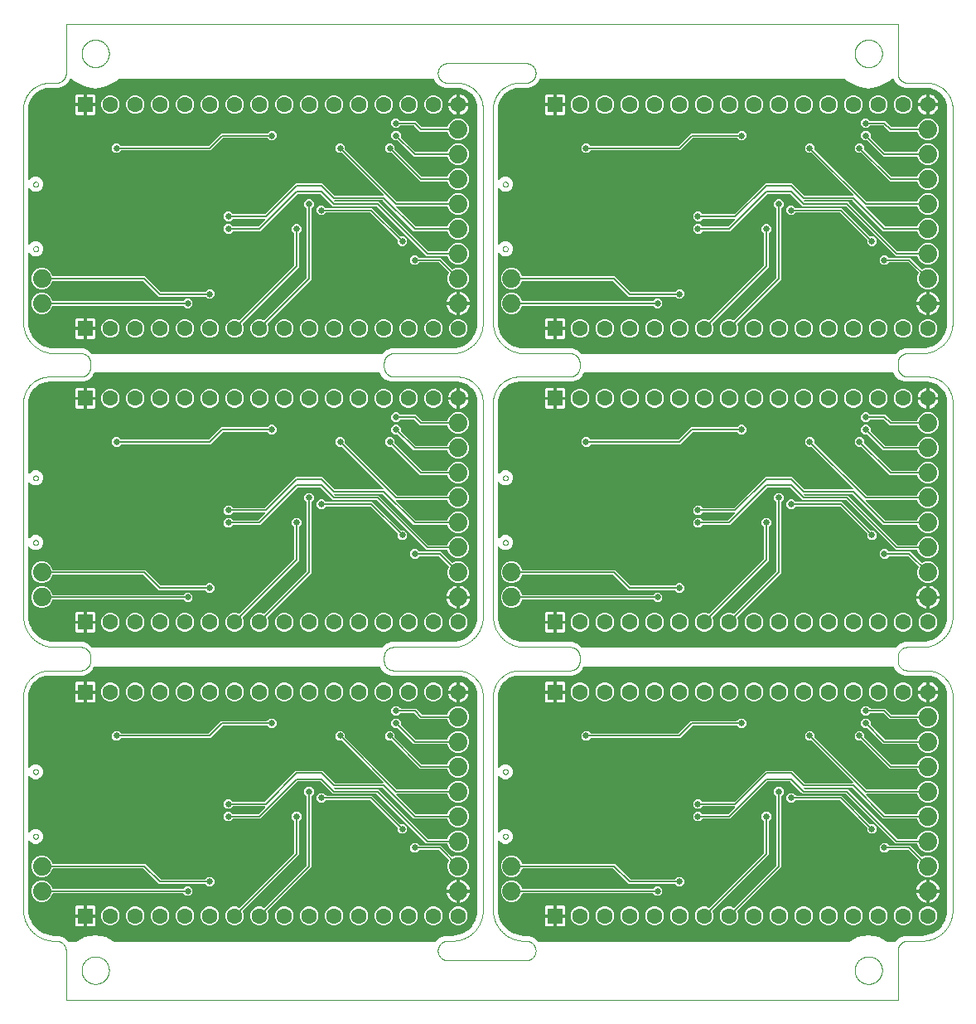
<source format=gbl>
G04 EAGLE Gerber X2 export*
%TF.Part,Single*%
%TF.FileFunction,Other,Bottom layer*%
%TF.FilePolarity,Positive*%
%TF.GenerationSoftware,Autodesk,EAGLE,9.1.3*%
%TF.CreationDate,2019-01-27T15:07:08Z*%
G75*
%MOMM*%
%FSLAX34Y34*%
%LPD*%
%AMOC8*
5,1,8,0,0,1.08239X$1,22.5*%
G01*
%ADD10C,0.000000*%
%ADD11R,1.600000X1.600000*%
%ADD12C,1.600000*%
%ADD13C,1.879600*%
%ADD14C,0.654800*%
%ADD15C,0.152400*%

G36*
X897686Y599254D02*
X897686Y599254D01*
X897777Y599261D01*
X897807Y599273D01*
X897839Y599279D01*
X897919Y599321D01*
X898003Y599357D01*
X898035Y599383D01*
X898056Y599394D01*
X898078Y599417D01*
X898134Y599462D01*
X901457Y602785D01*
X907000Y605081D01*
X924702Y605081D01*
X924720Y605084D01*
X924752Y605082D01*
X928081Y605301D01*
X928104Y605306D01*
X928228Y605325D01*
X934660Y607048D01*
X934674Y607055D01*
X934690Y607057D01*
X934843Y607124D01*
X940610Y610454D01*
X940622Y610464D01*
X940636Y610470D01*
X940767Y610575D01*
X945475Y615283D01*
X945485Y615296D01*
X945497Y615305D01*
X945596Y615440D01*
X948926Y621207D01*
X948931Y621222D01*
X948941Y621234D01*
X949002Y621390D01*
X950635Y627487D01*
X950637Y627503D01*
X950643Y627517D01*
X950661Y627684D01*
X950661Y853171D01*
X950655Y853206D01*
X950658Y853242D01*
X950624Y853406D01*
X948702Y859321D01*
X948686Y859353D01*
X948677Y859388D01*
X948594Y859534D01*
X944831Y864713D01*
X944806Y864738D01*
X944787Y864768D01*
X944663Y864881D01*
X939484Y868644D01*
X939452Y868660D01*
X939424Y868683D01*
X939271Y868752D01*
X933183Y870730D01*
X933178Y870731D01*
X933173Y870734D01*
X933008Y870765D01*
X929807Y871017D01*
X929785Y871015D01*
X929747Y871019D01*
X907000Y871019D01*
X901457Y873315D01*
X897215Y877557D01*
X896331Y879691D01*
X896270Y879791D01*
X896210Y879891D01*
X896205Y879895D01*
X896202Y879900D01*
X896112Y879975D01*
X896023Y880051D01*
X896017Y880053D01*
X896012Y880057D01*
X895904Y880099D01*
X895795Y880143D01*
X895787Y880144D01*
X895783Y880145D01*
X895764Y880146D01*
X895628Y880161D01*
X894035Y880161D01*
X893945Y880147D01*
X893854Y880139D01*
X893824Y880127D01*
X893792Y880122D01*
X893711Y880079D01*
X893627Y880043D01*
X893595Y880017D01*
X893575Y880006D01*
X893555Y879986D01*
X893553Y879985D01*
X893548Y879980D01*
X893496Y879938D01*
X890897Y877338D01*
X880986Y872289D01*
X870000Y870549D01*
X859014Y872289D01*
X849103Y877338D01*
X846504Y879938D01*
X846430Y879991D01*
X846360Y880051D01*
X846330Y880063D01*
X846304Y880082D01*
X846217Y880109D01*
X846132Y880143D01*
X846091Y880147D01*
X846069Y880154D01*
X846037Y880153D01*
X845965Y880161D01*
X534372Y880161D01*
X534257Y880142D01*
X534141Y880125D01*
X534135Y880123D01*
X534129Y880122D01*
X534027Y880067D01*
X533922Y880014D01*
X533917Y880009D01*
X533912Y880006D01*
X533832Y879922D01*
X533750Y879838D01*
X533746Y879832D01*
X533743Y879828D01*
X533735Y879811D01*
X533669Y879691D01*
X532785Y877557D01*
X528543Y873315D01*
X523000Y871019D01*
X513026Y871019D01*
X513004Y871016D01*
X512966Y871017D01*
X509707Y870760D01*
X509702Y870759D01*
X509696Y870759D01*
X509532Y870726D01*
X503332Y868711D01*
X503301Y868695D01*
X503266Y868686D01*
X503120Y868603D01*
X497847Y864772D01*
X497838Y864763D01*
X497832Y864760D01*
X497816Y864743D01*
X497791Y864727D01*
X497678Y864603D01*
X493847Y859330D01*
X493831Y859298D01*
X493808Y859271D01*
X493739Y859118D01*
X491724Y852918D01*
X491724Y852913D01*
X491721Y852908D01*
X491690Y852743D01*
X491433Y849484D01*
X491435Y849462D01*
X491431Y849424D01*
X491431Y777639D01*
X491442Y777569D01*
X491444Y777497D01*
X491462Y777448D01*
X491470Y777397D01*
X491504Y777333D01*
X491529Y777266D01*
X491561Y777225D01*
X491586Y777179D01*
X491638Y777130D01*
X491682Y777074D01*
X491726Y777046D01*
X491764Y777010D01*
X491829Y776980D01*
X491889Y776941D01*
X491940Y776928D01*
X491987Y776906D01*
X492058Y776898D01*
X492128Y776881D01*
X492180Y776885D01*
X492231Y776879D01*
X492302Y776894D01*
X492373Y776900D01*
X492421Y776920D01*
X492472Y776931D01*
X492533Y776968D01*
X492599Y776996D01*
X492655Y777041D01*
X492683Y777058D01*
X492698Y777075D01*
X492730Y777101D01*
X494756Y779127D01*
X497542Y780281D01*
X500558Y780281D01*
X503344Y779127D01*
X505477Y776994D01*
X506631Y774208D01*
X506631Y771192D01*
X505477Y768406D01*
X503344Y766273D01*
X500558Y765119D01*
X497542Y765119D01*
X494756Y766273D01*
X492730Y768299D01*
X492672Y768341D01*
X492620Y768390D01*
X492573Y768412D01*
X492531Y768443D01*
X492462Y768464D01*
X492397Y768494D01*
X492345Y768500D01*
X492295Y768515D01*
X492224Y768513D01*
X492153Y768521D01*
X492102Y768510D01*
X492050Y768509D01*
X491982Y768484D01*
X491912Y768469D01*
X491867Y768442D01*
X491819Y768424D01*
X491763Y768379D01*
X491701Y768342D01*
X491667Y768303D01*
X491627Y768270D01*
X491588Y768210D01*
X491541Y768156D01*
X491522Y768107D01*
X491494Y768063D01*
X491476Y767994D01*
X491449Y767927D01*
X491441Y767856D01*
X491433Y767825D01*
X491435Y767802D01*
X491431Y767761D01*
X491431Y711639D01*
X491442Y711569D01*
X491444Y711497D01*
X491462Y711448D01*
X491470Y711397D01*
X491504Y711333D01*
X491529Y711266D01*
X491561Y711225D01*
X491586Y711179D01*
X491638Y711130D01*
X491682Y711074D01*
X491726Y711046D01*
X491764Y711010D01*
X491829Y710980D01*
X491889Y710941D01*
X491940Y710928D01*
X491987Y710906D01*
X492058Y710898D01*
X492128Y710881D01*
X492180Y710885D01*
X492231Y710879D01*
X492302Y710894D01*
X492373Y710900D01*
X492421Y710920D01*
X492472Y710931D01*
X492533Y710968D01*
X492599Y710996D01*
X492655Y711041D01*
X492683Y711058D01*
X492698Y711075D01*
X492730Y711101D01*
X494756Y713127D01*
X497542Y714281D01*
X500558Y714281D01*
X503344Y713127D01*
X505477Y710994D01*
X506631Y708208D01*
X506631Y705192D01*
X505477Y702406D01*
X503344Y700273D01*
X500558Y699119D01*
X497542Y699119D01*
X494756Y700273D01*
X492730Y702299D01*
X492672Y702341D01*
X492620Y702390D01*
X492573Y702412D01*
X492531Y702443D01*
X492462Y702464D01*
X492397Y702494D01*
X492345Y702500D01*
X492295Y702515D01*
X492224Y702513D01*
X492153Y702521D01*
X492102Y702510D01*
X492050Y702509D01*
X491982Y702484D01*
X491912Y702469D01*
X491867Y702442D01*
X491819Y702424D01*
X491763Y702379D01*
X491701Y702342D01*
X491667Y702303D01*
X491627Y702270D01*
X491588Y702210D01*
X491541Y702156D01*
X491522Y702107D01*
X491494Y702063D01*
X491476Y701994D01*
X491449Y701927D01*
X491441Y701856D01*
X491433Y701825D01*
X491435Y701802D01*
X491431Y701761D01*
X491431Y631750D01*
X491434Y631731D01*
X491432Y631700D01*
X491654Y628319D01*
X491659Y628295D01*
X491678Y628171D01*
X493429Y621638D01*
X493435Y621624D01*
X493437Y621608D01*
X493505Y621455D01*
X496887Y615598D01*
X496897Y615585D01*
X496903Y615571D01*
X496948Y615514D01*
X496959Y615495D01*
X496971Y615485D01*
X497008Y615440D01*
X501790Y610658D01*
X501803Y610648D01*
X501812Y610636D01*
X501948Y610537D01*
X507805Y607155D01*
X507820Y607149D01*
X507832Y607140D01*
X507988Y607079D01*
X514521Y605328D01*
X514545Y605326D01*
X514669Y605304D01*
X518050Y605082D01*
X518069Y605084D01*
X518100Y605081D01*
X568000Y605081D01*
X573543Y602785D01*
X576866Y599462D01*
X576940Y599409D01*
X577009Y599349D01*
X577039Y599337D01*
X577065Y599318D01*
X577152Y599291D01*
X577237Y599257D01*
X577278Y599253D01*
X577300Y599246D01*
X577333Y599247D01*
X577404Y599239D01*
X897596Y599239D01*
X897686Y599254D01*
G37*
G36*
X849951Y-746D02*
X849951Y-746D01*
X850046Y-738D01*
X850079Y-725D01*
X850100Y-722D01*
X850129Y-706D01*
X850203Y-678D01*
X859014Y3811D01*
X870000Y5551D01*
X880986Y3811D01*
X889797Y-678D01*
X889888Y-707D01*
X889976Y-743D01*
X890012Y-747D01*
X890031Y-753D01*
X890064Y-753D01*
X890143Y-761D01*
X897596Y-761D01*
X897686Y-747D01*
X897777Y-739D01*
X897807Y-727D01*
X897839Y-722D01*
X897919Y-679D01*
X898003Y-643D01*
X898035Y-617D01*
X898056Y-606D01*
X898078Y-583D01*
X898134Y-538D01*
X901457Y2785D01*
X907000Y5081D01*
X924702Y5081D01*
X924720Y5084D01*
X924751Y5082D01*
X928081Y5301D01*
X928104Y5306D01*
X928228Y5325D01*
X934660Y7048D01*
X934674Y7055D01*
X934690Y7057D01*
X934843Y7124D01*
X940610Y10454D01*
X940622Y10464D01*
X940636Y10470D01*
X940767Y10575D01*
X945475Y15283D01*
X945485Y15296D01*
X945497Y15305D01*
X945596Y15440D01*
X948926Y21207D01*
X948931Y21222D01*
X948941Y21234D01*
X949002Y21390D01*
X950635Y27487D01*
X950637Y27503D01*
X950643Y27517D01*
X950661Y27684D01*
X950661Y253171D01*
X950655Y253206D01*
X950658Y253242D01*
X950624Y253406D01*
X948702Y259321D01*
X948686Y259353D01*
X948677Y259388D01*
X948594Y259534D01*
X944831Y264713D01*
X944806Y264738D01*
X944787Y264768D01*
X944663Y264881D01*
X939484Y268644D01*
X939452Y268660D01*
X939424Y268683D01*
X939271Y268752D01*
X933183Y270730D01*
X933178Y270731D01*
X933173Y270734D01*
X933008Y270765D01*
X929807Y271017D01*
X929785Y271015D01*
X929747Y271019D01*
X907000Y271019D01*
X901457Y273315D01*
X897215Y277557D01*
X896331Y279691D01*
X896270Y279791D01*
X896210Y279891D01*
X896205Y279895D01*
X896202Y279900D01*
X896112Y279975D01*
X896023Y280051D01*
X896017Y280053D01*
X896012Y280057D01*
X895904Y280099D01*
X895795Y280143D01*
X895787Y280144D01*
X895783Y280145D01*
X895764Y280146D01*
X895628Y280161D01*
X579372Y280161D01*
X579257Y280142D01*
X579141Y280125D01*
X579135Y280123D01*
X579129Y280122D01*
X579027Y280067D01*
X578922Y280014D01*
X578917Y280009D01*
X578912Y280006D01*
X578832Y279922D01*
X578750Y279838D01*
X578746Y279832D01*
X578743Y279828D01*
X578735Y279811D01*
X578669Y279691D01*
X577785Y277557D01*
X573543Y273315D01*
X568000Y271019D01*
X513026Y271019D01*
X513004Y271016D01*
X512966Y271017D01*
X509707Y270760D01*
X509702Y270759D01*
X509696Y270759D01*
X509532Y270726D01*
X503332Y268711D01*
X503301Y268695D01*
X503266Y268686D01*
X503120Y268603D01*
X497847Y264772D01*
X497838Y264763D01*
X497832Y264760D01*
X497816Y264743D01*
X497791Y264727D01*
X497678Y264603D01*
X493847Y259330D01*
X493831Y259298D01*
X493808Y259271D01*
X493739Y259118D01*
X491724Y252918D01*
X491724Y252913D01*
X491721Y252908D01*
X491690Y252743D01*
X491433Y249484D01*
X491435Y249462D01*
X491431Y249424D01*
X491431Y177639D01*
X491442Y177569D01*
X491444Y177497D01*
X491462Y177448D01*
X491470Y177397D01*
X491504Y177333D01*
X491529Y177266D01*
X491561Y177225D01*
X491586Y177179D01*
X491638Y177130D01*
X491682Y177074D01*
X491726Y177046D01*
X491764Y177010D01*
X491829Y176980D01*
X491889Y176941D01*
X491940Y176928D01*
X491987Y176906D01*
X492058Y176898D01*
X492128Y176881D01*
X492180Y176885D01*
X492231Y176879D01*
X492302Y176894D01*
X492373Y176900D01*
X492421Y176920D01*
X492472Y176931D01*
X492533Y176968D01*
X492599Y176996D01*
X492655Y177041D01*
X492683Y177058D01*
X492698Y177075D01*
X492730Y177101D01*
X494756Y179127D01*
X497542Y180281D01*
X500558Y180281D01*
X503344Y179127D01*
X505477Y176994D01*
X506631Y174208D01*
X506631Y171192D01*
X505477Y168406D01*
X503344Y166273D01*
X500558Y165119D01*
X497542Y165119D01*
X494756Y166273D01*
X492730Y168299D01*
X492672Y168341D01*
X492620Y168390D01*
X492573Y168412D01*
X492531Y168443D01*
X492462Y168464D01*
X492397Y168494D01*
X492345Y168500D01*
X492295Y168515D01*
X492224Y168513D01*
X492153Y168521D01*
X492102Y168510D01*
X492050Y168509D01*
X491982Y168484D01*
X491912Y168469D01*
X491867Y168442D01*
X491819Y168424D01*
X491763Y168379D01*
X491701Y168342D01*
X491667Y168303D01*
X491627Y168270D01*
X491588Y168210D01*
X491541Y168156D01*
X491522Y168107D01*
X491494Y168063D01*
X491476Y167994D01*
X491449Y167927D01*
X491441Y167856D01*
X491433Y167825D01*
X491435Y167802D01*
X491431Y167761D01*
X491431Y111639D01*
X491442Y111569D01*
X491444Y111497D01*
X491462Y111448D01*
X491470Y111397D01*
X491504Y111333D01*
X491529Y111266D01*
X491561Y111225D01*
X491586Y111179D01*
X491638Y111130D01*
X491682Y111074D01*
X491726Y111046D01*
X491764Y111010D01*
X491829Y110980D01*
X491889Y110941D01*
X491940Y110928D01*
X491987Y110906D01*
X492058Y110898D01*
X492128Y110881D01*
X492180Y110885D01*
X492231Y110879D01*
X492302Y110894D01*
X492373Y110900D01*
X492421Y110920D01*
X492472Y110931D01*
X492533Y110968D01*
X492599Y110996D01*
X492655Y111041D01*
X492683Y111058D01*
X492698Y111075D01*
X492730Y111101D01*
X494756Y113127D01*
X497542Y114281D01*
X500558Y114281D01*
X503344Y113127D01*
X505477Y110994D01*
X506631Y108208D01*
X506631Y105192D01*
X505477Y102406D01*
X503344Y100273D01*
X500558Y99119D01*
X497542Y99119D01*
X494756Y100273D01*
X492730Y102299D01*
X492672Y102341D01*
X492620Y102390D01*
X492573Y102412D01*
X492531Y102443D01*
X492462Y102464D01*
X492397Y102494D01*
X492345Y102500D01*
X492295Y102515D01*
X492224Y102513D01*
X492153Y102521D01*
X492102Y102510D01*
X492050Y102509D01*
X491982Y102484D01*
X491912Y102469D01*
X491867Y102442D01*
X491819Y102424D01*
X491763Y102379D01*
X491701Y102342D01*
X491667Y102303D01*
X491627Y102270D01*
X491588Y102210D01*
X491541Y102156D01*
X491522Y102107D01*
X491494Y102063D01*
X491476Y101994D01*
X491449Y101927D01*
X491441Y101856D01*
X491433Y101825D01*
X491435Y101802D01*
X491431Y101761D01*
X491431Y31750D01*
X491434Y31731D01*
X491432Y31700D01*
X491654Y28319D01*
X491659Y28295D01*
X491678Y28171D01*
X493429Y21638D01*
X493435Y21624D01*
X493437Y21608D01*
X493505Y21455D01*
X496887Y15598D01*
X496897Y15585D01*
X496903Y15571D01*
X496948Y15514D01*
X496959Y15495D01*
X496971Y15485D01*
X497008Y15440D01*
X501790Y10658D01*
X501803Y10648D01*
X501812Y10636D01*
X501948Y10537D01*
X507805Y7155D01*
X507820Y7149D01*
X507832Y7140D01*
X507988Y7079D01*
X514521Y5328D01*
X514545Y5326D01*
X514669Y5304D01*
X518050Y5082D01*
X518069Y5084D01*
X518100Y5081D01*
X523000Y5081D01*
X528543Y2785D01*
X531866Y-538D01*
X531940Y-591D01*
X532009Y-651D01*
X532039Y-663D01*
X532065Y-682D01*
X532152Y-709D01*
X532237Y-743D01*
X532278Y-747D01*
X532300Y-754D01*
X532333Y-753D01*
X532404Y-761D01*
X849857Y-761D01*
X849951Y-746D01*
G37*
G36*
X372686Y599254D02*
X372686Y599254D01*
X372777Y599261D01*
X372807Y599273D01*
X372839Y599279D01*
X372919Y599321D01*
X373003Y599357D01*
X373035Y599383D01*
X373056Y599394D01*
X373078Y599417D01*
X373134Y599462D01*
X376457Y602785D01*
X382000Y605081D01*
X444702Y605081D01*
X444720Y605084D01*
X444752Y605082D01*
X448081Y605301D01*
X448104Y605306D01*
X448228Y605325D01*
X454660Y607048D01*
X454674Y607055D01*
X454690Y607057D01*
X454843Y607124D01*
X460610Y610454D01*
X460622Y610464D01*
X460636Y610470D01*
X460767Y610575D01*
X465475Y615283D01*
X465485Y615296D01*
X465497Y615305D01*
X465596Y615440D01*
X468926Y621207D01*
X468931Y621222D01*
X468941Y621234D01*
X469002Y621390D01*
X470635Y627487D01*
X470637Y627503D01*
X470643Y627517D01*
X470661Y627684D01*
X470661Y853171D01*
X470655Y853206D01*
X470658Y853242D01*
X470624Y853406D01*
X468702Y859321D01*
X468686Y859353D01*
X468677Y859388D01*
X468594Y859534D01*
X464831Y864713D01*
X464806Y864738D01*
X464787Y864768D01*
X464663Y864881D01*
X459484Y868644D01*
X459452Y868660D01*
X459424Y868683D01*
X459271Y868752D01*
X453183Y870730D01*
X453178Y870731D01*
X453173Y870734D01*
X453008Y870765D01*
X449807Y871017D01*
X449785Y871015D01*
X449747Y871019D01*
X437000Y871019D01*
X431457Y873315D01*
X427215Y877557D01*
X426331Y879691D01*
X426270Y879791D01*
X426210Y879891D01*
X426205Y879895D01*
X426202Y879900D01*
X426112Y879975D01*
X426023Y880051D01*
X426017Y880053D01*
X426012Y880057D01*
X425904Y880099D01*
X425795Y880143D01*
X425787Y880144D01*
X425783Y880145D01*
X425764Y880146D01*
X425628Y880161D01*
X104035Y880161D01*
X103945Y880147D01*
X103854Y880139D01*
X103824Y880127D01*
X103792Y880122D01*
X103711Y880079D01*
X103627Y880043D01*
X103595Y880017D01*
X103575Y880006D01*
X103555Y879986D01*
X103553Y879985D01*
X103548Y879980D01*
X103496Y879938D01*
X100897Y877338D01*
X90986Y872289D01*
X80000Y870549D01*
X69014Y872289D01*
X59103Y877338D01*
X56504Y879938D01*
X56430Y879991D01*
X56360Y880051D01*
X56330Y880063D01*
X56304Y880082D01*
X56217Y880109D01*
X56132Y880143D01*
X56091Y880147D01*
X56069Y880154D01*
X56037Y880153D01*
X55965Y880161D01*
X54372Y880161D01*
X54257Y880142D01*
X54141Y880125D01*
X54135Y880123D01*
X54129Y880122D01*
X54027Y880067D01*
X53922Y880014D01*
X53917Y880009D01*
X53912Y880006D01*
X53832Y879922D01*
X53750Y879838D01*
X53746Y879832D01*
X53743Y879828D01*
X53735Y879811D01*
X53669Y879691D01*
X52785Y877557D01*
X48543Y873315D01*
X43000Y871019D01*
X33026Y871019D01*
X33004Y871016D01*
X32966Y871017D01*
X29707Y870760D01*
X29702Y870759D01*
X29696Y870759D01*
X29532Y870726D01*
X23332Y868711D01*
X23301Y868695D01*
X23266Y868686D01*
X23120Y868603D01*
X17847Y864772D01*
X17838Y864763D01*
X17832Y864760D01*
X17816Y864743D01*
X17791Y864727D01*
X17678Y864603D01*
X13847Y859330D01*
X13831Y859298D01*
X13808Y859271D01*
X13739Y859118D01*
X11724Y852918D01*
X11724Y852913D01*
X11721Y852908D01*
X11690Y852743D01*
X11433Y849484D01*
X11435Y849462D01*
X11431Y849424D01*
X11431Y777639D01*
X11442Y777569D01*
X11444Y777497D01*
X11462Y777448D01*
X11470Y777397D01*
X11504Y777333D01*
X11529Y777266D01*
X11561Y777225D01*
X11586Y777179D01*
X11638Y777130D01*
X11682Y777074D01*
X11726Y777046D01*
X11764Y777010D01*
X11829Y776980D01*
X11889Y776941D01*
X11940Y776928D01*
X11987Y776906D01*
X12058Y776898D01*
X12128Y776881D01*
X12180Y776885D01*
X12231Y776879D01*
X12302Y776894D01*
X12373Y776900D01*
X12421Y776920D01*
X12472Y776931D01*
X12533Y776968D01*
X12599Y776996D01*
X12655Y777041D01*
X12683Y777058D01*
X12698Y777075D01*
X12730Y777101D01*
X14756Y779127D01*
X17542Y780281D01*
X20558Y780281D01*
X23344Y779127D01*
X25477Y776994D01*
X26631Y774208D01*
X26631Y771192D01*
X25477Y768406D01*
X23344Y766273D01*
X20558Y765119D01*
X17542Y765119D01*
X14756Y766273D01*
X12730Y768299D01*
X12672Y768341D01*
X12620Y768390D01*
X12573Y768412D01*
X12531Y768443D01*
X12462Y768464D01*
X12397Y768494D01*
X12345Y768500D01*
X12295Y768515D01*
X12224Y768513D01*
X12153Y768521D01*
X12102Y768510D01*
X12050Y768509D01*
X11982Y768484D01*
X11912Y768469D01*
X11867Y768442D01*
X11819Y768424D01*
X11763Y768379D01*
X11701Y768342D01*
X11667Y768303D01*
X11627Y768270D01*
X11588Y768210D01*
X11541Y768156D01*
X11522Y768107D01*
X11494Y768063D01*
X11476Y767994D01*
X11449Y767927D01*
X11441Y767856D01*
X11433Y767825D01*
X11435Y767802D01*
X11431Y767761D01*
X11431Y711639D01*
X11442Y711569D01*
X11444Y711497D01*
X11462Y711448D01*
X11470Y711397D01*
X11504Y711333D01*
X11529Y711266D01*
X11561Y711225D01*
X11586Y711179D01*
X11638Y711130D01*
X11682Y711074D01*
X11726Y711046D01*
X11764Y711010D01*
X11829Y710980D01*
X11889Y710941D01*
X11940Y710928D01*
X11987Y710906D01*
X12058Y710898D01*
X12128Y710881D01*
X12180Y710885D01*
X12231Y710879D01*
X12302Y710894D01*
X12373Y710900D01*
X12421Y710920D01*
X12472Y710931D01*
X12533Y710968D01*
X12599Y710996D01*
X12655Y711041D01*
X12683Y711058D01*
X12698Y711075D01*
X12730Y711101D01*
X14756Y713127D01*
X17542Y714281D01*
X20558Y714281D01*
X23344Y713127D01*
X25477Y710994D01*
X26631Y708208D01*
X26631Y705192D01*
X25477Y702406D01*
X23344Y700273D01*
X20558Y699119D01*
X17542Y699119D01*
X14756Y700273D01*
X12730Y702299D01*
X12672Y702341D01*
X12620Y702390D01*
X12573Y702412D01*
X12531Y702443D01*
X12462Y702464D01*
X12397Y702494D01*
X12345Y702500D01*
X12295Y702515D01*
X12224Y702513D01*
X12153Y702521D01*
X12102Y702510D01*
X12050Y702509D01*
X11982Y702484D01*
X11912Y702469D01*
X11867Y702442D01*
X11819Y702424D01*
X11763Y702379D01*
X11701Y702342D01*
X11667Y702303D01*
X11627Y702270D01*
X11588Y702210D01*
X11541Y702156D01*
X11522Y702107D01*
X11494Y702063D01*
X11476Y701994D01*
X11449Y701927D01*
X11441Y701856D01*
X11433Y701825D01*
X11435Y701802D01*
X11431Y701761D01*
X11431Y631750D01*
X11434Y631731D01*
X11432Y631700D01*
X11654Y628319D01*
X11659Y628295D01*
X11678Y628171D01*
X13429Y621638D01*
X13435Y621624D01*
X13437Y621608D01*
X13505Y621455D01*
X16887Y615598D01*
X16897Y615585D01*
X16903Y615571D01*
X16948Y615514D01*
X16959Y615495D01*
X16971Y615485D01*
X17008Y615440D01*
X21790Y610658D01*
X21803Y610648D01*
X21812Y610636D01*
X21948Y610537D01*
X27805Y607155D01*
X27820Y607149D01*
X27832Y607140D01*
X27988Y607079D01*
X34521Y605328D01*
X34545Y605326D01*
X34669Y605304D01*
X38050Y605082D01*
X38069Y605084D01*
X38100Y605081D01*
X68000Y605081D01*
X73543Y602785D01*
X76866Y599462D01*
X76940Y599409D01*
X77009Y599349D01*
X77039Y599337D01*
X77065Y599318D01*
X77153Y599291D01*
X77237Y599257D01*
X77278Y599253D01*
X77300Y599246D01*
X77333Y599247D01*
X77404Y599239D01*
X372596Y599239D01*
X372686Y599254D01*
G37*
G36*
X897686Y299254D02*
X897686Y299254D01*
X897777Y299261D01*
X897807Y299273D01*
X897839Y299279D01*
X897919Y299321D01*
X898003Y299357D01*
X898035Y299383D01*
X898056Y299394D01*
X898078Y299417D01*
X898134Y299462D01*
X901457Y302785D01*
X907000Y305081D01*
X924702Y305081D01*
X924720Y305084D01*
X924751Y305082D01*
X928081Y305301D01*
X928104Y305306D01*
X928228Y305325D01*
X934660Y307048D01*
X934674Y307055D01*
X934690Y307057D01*
X934843Y307124D01*
X940610Y310454D01*
X940622Y310464D01*
X940636Y310470D01*
X940767Y310575D01*
X945475Y315283D01*
X945485Y315296D01*
X945497Y315305D01*
X945596Y315440D01*
X948926Y321207D01*
X948931Y321222D01*
X948941Y321234D01*
X949002Y321390D01*
X950635Y327487D01*
X950637Y327503D01*
X950643Y327517D01*
X950661Y327684D01*
X950661Y553171D01*
X950655Y553206D01*
X950658Y553242D01*
X950624Y553406D01*
X948702Y559321D01*
X948686Y559353D01*
X948677Y559388D01*
X948594Y559534D01*
X944831Y564713D01*
X944806Y564738D01*
X944787Y564768D01*
X944663Y564881D01*
X939484Y568644D01*
X939452Y568660D01*
X939424Y568683D01*
X939271Y568752D01*
X933183Y570730D01*
X933178Y570731D01*
X933173Y570734D01*
X933008Y570765D01*
X929807Y571017D01*
X929785Y571015D01*
X929747Y571019D01*
X907000Y571019D01*
X901457Y573315D01*
X897215Y577557D01*
X896331Y579691D01*
X896270Y579791D01*
X896210Y579891D01*
X896205Y579895D01*
X896202Y579900D01*
X896112Y579975D01*
X896023Y580051D01*
X896017Y580053D01*
X896012Y580057D01*
X895904Y580099D01*
X895795Y580143D01*
X895787Y580144D01*
X895783Y580145D01*
X895764Y580146D01*
X895628Y580161D01*
X579372Y580161D01*
X579257Y580142D01*
X579141Y580125D01*
X579135Y580123D01*
X579129Y580122D01*
X579027Y580067D01*
X578922Y580014D01*
X578917Y580009D01*
X578912Y580006D01*
X578832Y579922D01*
X578750Y579838D01*
X578746Y579832D01*
X578743Y579828D01*
X578735Y579811D01*
X578669Y579691D01*
X577785Y577557D01*
X573543Y573315D01*
X568000Y571019D01*
X513026Y571019D01*
X513004Y571016D01*
X512966Y571017D01*
X509707Y570760D01*
X509702Y570759D01*
X509696Y570759D01*
X509532Y570726D01*
X503332Y568711D01*
X503301Y568695D01*
X503266Y568686D01*
X503120Y568603D01*
X497847Y564772D01*
X497838Y564763D01*
X497832Y564760D01*
X497816Y564743D01*
X497791Y564727D01*
X497678Y564603D01*
X493847Y559330D01*
X493831Y559298D01*
X493808Y559271D01*
X493739Y559118D01*
X491724Y552918D01*
X491724Y552913D01*
X491721Y552908D01*
X491690Y552743D01*
X491433Y549484D01*
X491435Y549462D01*
X491431Y549424D01*
X491431Y477639D01*
X491442Y477569D01*
X491444Y477497D01*
X491462Y477448D01*
X491470Y477397D01*
X491504Y477333D01*
X491529Y477266D01*
X491561Y477225D01*
X491586Y477179D01*
X491638Y477130D01*
X491682Y477074D01*
X491726Y477046D01*
X491764Y477010D01*
X491829Y476980D01*
X491889Y476941D01*
X491940Y476928D01*
X491987Y476906D01*
X492058Y476898D01*
X492128Y476881D01*
X492180Y476885D01*
X492231Y476879D01*
X492302Y476894D01*
X492373Y476900D01*
X492421Y476920D01*
X492472Y476931D01*
X492533Y476968D01*
X492599Y476996D01*
X492655Y477041D01*
X492683Y477058D01*
X492698Y477075D01*
X492730Y477101D01*
X494756Y479127D01*
X497542Y480281D01*
X500558Y480281D01*
X503344Y479127D01*
X505477Y476994D01*
X506631Y474208D01*
X506631Y471192D01*
X505477Y468406D01*
X503344Y466273D01*
X500558Y465119D01*
X497542Y465119D01*
X494756Y466273D01*
X492730Y468299D01*
X492672Y468341D01*
X492620Y468390D01*
X492573Y468412D01*
X492531Y468443D01*
X492462Y468464D01*
X492397Y468494D01*
X492345Y468500D01*
X492295Y468515D01*
X492224Y468513D01*
X492153Y468521D01*
X492102Y468510D01*
X492050Y468509D01*
X491982Y468484D01*
X491912Y468469D01*
X491867Y468442D01*
X491819Y468424D01*
X491763Y468379D01*
X491701Y468342D01*
X491667Y468303D01*
X491627Y468270D01*
X491588Y468210D01*
X491541Y468156D01*
X491522Y468107D01*
X491494Y468063D01*
X491476Y467994D01*
X491449Y467927D01*
X491441Y467856D01*
X491433Y467825D01*
X491435Y467802D01*
X491431Y467761D01*
X491431Y411639D01*
X491442Y411569D01*
X491444Y411497D01*
X491462Y411448D01*
X491470Y411397D01*
X491504Y411333D01*
X491529Y411266D01*
X491561Y411225D01*
X491586Y411179D01*
X491638Y411130D01*
X491682Y411074D01*
X491726Y411046D01*
X491764Y411010D01*
X491829Y410980D01*
X491889Y410941D01*
X491940Y410928D01*
X491987Y410906D01*
X492058Y410898D01*
X492128Y410881D01*
X492180Y410885D01*
X492231Y410879D01*
X492302Y410894D01*
X492373Y410900D01*
X492421Y410920D01*
X492472Y410931D01*
X492533Y410968D01*
X492599Y410996D01*
X492655Y411041D01*
X492683Y411058D01*
X492698Y411075D01*
X492730Y411101D01*
X494756Y413127D01*
X497542Y414281D01*
X500558Y414281D01*
X503344Y413127D01*
X505477Y410994D01*
X506631Y408208D01*
X506631Y405192D01*
X505477Y402406D01*
X503344Y400273D01*
X500558Y399119D01*
X497542Y399119D01*
X494756Y400273D01*
X492730Y402299D01*
X492672Y402341D01*
X492620Y402390D01*
X492573Y402412D01*
X492531Y402443D01*
X492462Y402464D01*
X492397Y402494D01*
X492345Y402500D01*
X492295Y402515D01*
X492224Y402513D01*
X492153Y402521D01*
X492102Y402510D01*
X492050Y402509D01*
X491982Y402484D01*
X491912Y402469D01*
X491867Y402442D01*
X491819Y402424D01*
X491763Y402379D01*
X491701Y402342D01*
X491667Y402303D01*
X491627Y402270D01*
X491588Y402210D01*
X491541Y402156D01*
X491522Y402107D01*
X491494Y402063D01*
X491476Y401994D01*
X491449Y401927D01*
X491441Y401856D01*
X491433Y401825D01*
X491435Y401802D01*
X491431Y401761D01*
X491431Y331750D01*
X491434Y331731D01*
X491432Y331700D01*
X491654Y328319D01*
X491659Y328295D01*
X491678Y328171D01*
X493429Y321638D01*
X493435Y321624D01*
X493437Y321608D01*
X493505Y321455D01*
X496887Y315598D01*
X496897Y315585D01*
X496903Y315571D01*
X496948Y315514D01*
X496959Y315495D01*
X496971Y315485D01*
X497008Y315440D01*
X501790Y310658D01*
X501803Y310648D01*
X501812Y310636D01*
X501948Y310537D01*
X507805Y307155D01*
X507820Y307149D01*
X507832Y307140D01*
X507988Y307079D01*
X514521Y305328D01*
X514545Y305326D01*
X514669Y305304D01*
X518050Y305082D01*
X518069Y305084D01*
X518100Y305081D01*
X568000Y305081D01*
X573543Y302785D01*
X576866Y299462D01*
X576940Y299409D01*
X577009Y299349D01*
X577039Y299337D01*
X577065Y299318D01*
X577152Y299291D01*
X577237Y299257D01*
X577278Y299253D01*
X577300Y299246D01*
X577333Y299247D01*
X577404Y299239D01*
X897596Y299239D01*
X897686Y299254D01*
G37*
G36*
X59951Y-746D02*
X59951Y-746D01*
X60046Y-738D01*
X60079Y-725D01*
X60100Y-722D01*
X60129Y-706D01*
X60203Y-678D01*
X69014Y3811D01*
X80000Y5551D01*
X90986Y3811D01*
X99797Y-678D01*
X99888Y-707D01*
X99976Y-743D01*
X100012Y-747D01*
X100031Y-753D01*
X100064Y-753D01*
X100143Y-761D01*
X427596Y-761D01*
X427686Y-747D01*
X427777Y-739D01*
X427807Y-727D01*
X427839Y-722D01*
X427919Y-679D01*
X428003Y-643D01*
X428035Y-617D01*
X428056Y-606D01*
X428078Y-583D01*
X428134Y-538D01*
X431457Y2785D01*
X437000Y5081D01*
X444702Y5081D01*
X444720Y5084D01*
X444751Y5082D01*
X448081Y5301D01*
X448104Y5306D01*
X448228Y5325D01*
X454660Y7048D01*
X454674Y7055D01*
X454690Y7057D01*
X454843Y7124D01*
X460610Y10454D01*
X460622Y10464D01*
X460636Y10470D01*
X460767Y10575D01*
X465475Y15283D01*
X465485Y15296D01*
X465497Y15305D01*
X465596Y15440D01*
X468926Y21207D01*
X468931Y21222D01*
X468941Y21234D01*
X469002Y21390D01*
X470635Y27487D01*
X470637Y27503D01*
X470643Y27517D01*
X470661Y27684D01*
X470661Y253171D01*
X470655Y253206D01*
X470658Y253242D01*
X470624Y253406D01*
X468702Y259321D01*
X468686Y259353D01*
X468677Y259388D01*
X468594Y259534D01*
X464831Y264713D01*
X464806Y264738D01*
X464787Y264768D01*
X464663Y264881D01*
X459484Y268644D01*
X459452Y268660D01*
X459424Y268683D01*
X459271Y268752D01*
X453183Y270730D01*
X453178Y270731D01*
X453173Y270734D01*
X453008Y270765D01*
X449807Y271017D01*
X449785Y271015D01*
X449747Y271019D01*
X382000Y271019D01*
X376457Y273315D01*
X372215Y277557D01*
X371331Y279691D01*
X371270Y279791D01*
X371210Y279891D01*
X371205Y279895D01*
X371202Y279900D01*
X371112Y279975D01*
X371023Y280051D01*
X371017Y280053D01*
X371012Y280057D01*
X370904Y280099D01*
X370795Y280143D01*
X370787Y280144D01*
X370783Y280145D01*
X370764Y280146D01*
X370628Y280161D01*
X79372Y280161D01*
X79257Y280142D01*
X79141Y280125D01*
X79135Y280123D01*
X79129Y280122D01*
X79027Y280067D01*
X78922Y280014D01*
X78917Y280009D01*
X78912Y280006D01*
X78832Y279922D01*
X78750Y279838D01*
X78746Y279832D01*
X78743Y279828D01*
X78735Y279811D01*
X78669Y279691D01*
X77785Y277557D01*
X73543Y273315D01*
X68000Y271019D01*
X33026Y271019D01*
X33004Y271016D01*
X32966Y271017D01*
X29707Y270760D01*
X29702Y270759D01*
X29696Y270759D01*
X29532Y270726D01*
X23332Y268711D01*
X23301Y268695D01*
X23266Y268686D01*
X23120Y268603D01*
X17847Y264772D01*
X17838Y264763D01*
X17832Y264760D01*
X17816Y264743D01*
X17791Y264727D01*
X17678Y264603D01*
X13847Y259330D01*
X13831Y259298D01*
X13808Y259271D01*
X13739Y259118D01*
X11724Y252918D01*
X11724Y252913D01*
X11721Y252908D01*
X11690Y252743D01*
X11433Y249484D01*
X11435Y249462D01*
X11431Y249424D01*
X11431Y177639D01*
X11442Y177569D01*
X11444Y177497D01*
X11462Y177448D01*
X11470Y177397D01*
X11504Y177333D01*
X11529Y177266D01*
X11561Y177225D01*
X11586Y177179D01*
X11638Y177130D01*
X11682Y177074D01*
X11726Y177046D01*
X11764Y177010D01*
X11829Y176980D01*
X11889Y176941D01*
X11940Y176928D01*
X11987Y176906D01*
X12058Y176898D01*
X12128Y176881D01*
X12180Y176885D01*
X12231Y176879D01*
X12302Y176894D01*
X12373Y176900D01*
X12421Y176920D01*
X12472Y176931D01*
X12533Y176968D01*
X12599Y176996D01*
X12655Y177041D01*
X12683Y177058D01*
X12698Y177075D01*
X12730Y177101D01*
X14756Y179127D01*
X17542Y180281D01*
X20558Y180281D01*
X23344Y179127D01*
X25477Y176994D01*
X26631Y174208D01*
X26631Y171192D01*
X25477Y168406D01*
X23344Y166273D01*
X20558Y165119D01*
X17542Y165119D01*
X14756Y166273D01*
X12730Y168299D01*
X12672Y168341D01*
X12620Y168390D01*
X12573Y168412D01*
X12531Y168443D01*
X12462Y168464D01*
X12397Y168494D01*
X12345Y168500D01*
X12295Y168515D01*
X12224Y168513D01*
X12153Y168521D01*
X12102Y168510D01*
X12050Y168509D01*
X11982Y168484D01*
X11912Y168469D01*
X11867Y168442D01*
X11819Y168424D01*
X11763Y168379D01*
X11701Y168342D01*
X11667Y168303D01*
X11627Y168270D01*
X11588Y168210D01*
X11541Y168156D01*
X11522Y168107D01*
X11494Y168063D01*
X11476Y167994D01*
X11449Y167927D01*
X11441Y167856D01*
X11433Y167825D01*
X11435Y167802D01*
X11431Y167761D01*
X11431Y111639D01*
X11442Y111569D01*
X11444Y111497D01*
X11462Y111448D01*
X11470Y111397D01*
X11504Y111333D01*
X11529Y111266D01*
X11561Y111225D01*
X11586Y111179D01*
X11638Y111130D01*
X11682Y111074D01*
X11726Y111046D01*
X11764Y111010D01*
X11829Y110980D01*
X11889Y110941D01*
X11940Y110928D01*
X11987Y110906D01*
X12058Y110898D01*
X12128Y110881D01*
X12180Y110885D01*
X12231Y110879D01*
X12302Y110894D01*
X12373Y110900D01*
X12421Y110920D01*
X12472Y110931D01*
X12533Y110968D01*
X12599Y110996D01*
X12655Y111041D01*
X12683Y111058D01*
X12698Y111075D01*
X12730Y111101D01*
X14756Y113127D01*
X17542Y114281D01*
X20558Y114281D01*
X23344Y113127D01*
X25477Y110994D01*
X26631Y108208D01*
X26631Y105192D01*
X25477Y102406D01*
X23344Y100273D01*
X20558Y99119D01*
X17542Y99119D01*
X14756Y100273D01*
X12730Y102299D01*
X12672Y102341D01*
X12620Y102390D01*
X12573Y102412D01*
X12531Y102443D01*
X12462Y102464D01*
X12397Y102494D01*
X12345Y102500D01*
X12295Y102515D01*
X12224Y102513D01*
X12153Y102521D01*
X12102Y102510D01*
X12050Y102509D01*
X11982Y102484D01*
X11912Y102469D01*
X11867Y102442D01*
X11819Y102424D01*
X11763Y102379D01*
X11701Y102342D01*
X11667Y102303D01*
X11627Y102270D01*
X11588Y102210D01*
X11541Y102156D01*
X11522Y102107D01*
X11494Y102063D01*
X11476Y101994D01*
X11449Y101927D01*
X11441Y101856D01*
X11433Y101825D01*
X11435Y101802D01*
X11431Y101761D01*
X11431Y31750D01*
X11434Y31732D01*
X11432Y31700D01*
X11654Y28319D01*
X11659Y28295D01*
X11678Y28171D01*
X13429Y21638D01*
X13435Y21624D01*
X13437Y21608D01*
X13505Y21455D01*
X16887Y15598D01*
X16897Y15585D01*
X16903Y15571D01*
X16948Y15514D01*
X16959Y15495D01*
X16971Y15485D01*
X17008Y15440D01*
X21790Y10658D01*
X21803Y10648D01*
X21812Y10636D01*
X21948Y10537D01*
X27805Y7155D01*
X27820Y7149D01*
X27832Y7140D01*
X27988Y7079D01*
X34521Y5328D01*
X34545Y5326D01*
X34669Y5304D01*
X38050Y5082D01*
X38069Y5084D01*
X38100Y5081D01*
X43000Y5081D01*
X48543Y2785D01*
X51866Y-538D01*
X51940Y-591D01*
X52009Y-651D01*
X52039Y-663D01*
X52065Y-682D01*
X52152Y-709D01*
X52237Y-743D01*
X52278Y-747D01*
X52300Y-754D01*
X52333Y-753D01*
X52404Y-761D01*
X59857Y-761D01*
X59951Y-746D01*
G37*
G36*
X372686Y299254D02*
X372686Y299254D01*
X372777Y299261D01*
X372807Y299273D01*
X372839Y299279D01*
X372919Y299321D01*
X373003Y299357D01*
X373035Y299383D01*
X373056Y299394D01*
X373078Y299417D01*
X373134Y299462D01*
X376457Y302785D01*
X382000Y305081D01*
X444702Y305081D01*
X444720Y305084D01*
X444751Y305082D01*
X448081Y305301D01*
X448104Y305306D01*
X448228Y305325D01*
X454660Y307048D01*
X454674Y307055D01*
X454690Y307057D01*
X454843Y307124D01*
X460610Y310454D01*
X460622Y310464D01*
X460636Y310470D01*
X460767Y310575D01*
X465475Y315283D01*
X465485Y315296D01*
X465497Y315305D01*
X465596Y315440D01*
X468926Y321207D01*
X468931Y321222D01*
X468941Y321234D01*
X469002Y321390D01*
X470635Y327487D01*
X470637Y327503D01*
X470643Y327517D01*
X470661Y327684D01*
X470661Y553171D01*
X470655Y553206D01*
X470658Y553242D01*
X470624Y553406D01*
X468702Y559321D01*
X468686Y559353D01*
X468677Y559388D01*
X468594Y559534D01*
X464831Y564713D01*
X464806Y564738D01*
X464787Y564768D01*
X464663Y564881D01*
X459484Y568644D01*
X459452Y568660D01*
X459424Y568683D01*
X459271Y568752D01*
X453183Y570730D01*
X453178Y570731D01*
X453173Y570734D01*
X453008Y570765D01*
X449807Y571017D01*
X449785Y571015D01*
X449747Y571019D01*
X382000Y571019D01*
X376457Y573315D01*
X372215Y577557D01*
X371331Y579691D01*
X371270Y579791D01*
X371210Y579891D01*
X371205Y579895D01*
X371202Y579900D01*
X371112Y579975D01*
X371023Y580051D01*
X371017Y580053D01*
X371012Y580057D01*
X370904Y580099D01*
X370795Y580143D01*
X370787Y580144D01*
X370783Y580145D01*
X370764Y580146D01*
X370628Y580161D01*
X79372Y580161D01*
X79257Y580142D01*
X79141Y580125D01*
X79135Y580123D01*
X79129Y580122D01*
X79027Y580067D01*
X78922Y580014D01*
X78917Y580009D01*
X78912Y580006D01*
X78832Y579922D01*
X78750Y579838D01*
X78746Y579832D01*
X78743Y579828D01*
X78735Y579811D01*
X78669Y579691D01*
X77785Y577557D01*
X73543Y573315D01*
X68000Y571019D01*
X33026Y571019D01*
X33004Y571016D01*
X32966Y571017D01*
X29707Y570760D01*
X29702Y570759D01*
X29696Y570759D01*
X29532Y570726D01*
X23332Y568711D01*
X23301Y568695D01*
X23266Y568686D01*
X23120Y568603D01*
X17847Y564772D01*
X17838Y564763D01*
X17832Y564760D01*
X17816Y564743D01*
X17791Y564727D01*
X17678Y564603D01*
X13847Y559330D01*
X13831Y559298D01*
X13808Y559271D01*
X13739Y559118D01*
X11724Y552918D01*
X11724Y552913D01*
X11721Y552908D01*
X11690Y552743D01*
X11433Y549484D01*
X11435Y549462D01*
X11431Y549424D01*
X11431Y477639D01*
X11442Y477569D01*
X11444Y477497D01*
X11462Y477448D01*
X11470Y477397D01*
X11504Y477333D01*
X11529Y477266D01*
X11561Y477225D01*
X11586Y477179D01*
X11638Y477130D01*
X11682Y477074D01*
X11726Y477046D01*
X11764Y477010D01*
X11829Y476980D01*
X11889Y476941D01*
X11940Y476928D01*
X11987Y476906D01*
X12058Y476898D01*
X12128Y476881D01*
X12180Y476885D01*
X12231Y476879D01*
X12302Y476894D01*
X12373Y476900D01*
X12421Y476920D01*
X12472Y476931D01*
X12533Y476968D01*
X12599Y476996D01*
X12655Y477041D01*
X12683Y477058D01*
X12698Y477075D01*
X12730Y477101D01*
X14756Y479127D01*
X17542Y480281D01*
X20558Y480281D01*
X23344Y479127D01*
X25477Y476994D01*
X26631Y474208D01*
X26631Y471192D01*
X25477Y468406D01*
X23344Y466273D01*
X20558Y465119D01*
X17542Y465119D01*
X14756Y466273D01*
X12730Y468299D01*
X12672Y468341D01*
X12620Y468390D01*
X12573Y468412D01*
X12531Y468443D01*
X12462Y468464D01*
X12397Y468494D01*
X12345Y468500D01*
X12295Y468515D01*
X12224Y468513D01*
X12153Y468521D01*
X12102Y468510D01*
X12050Y468509D01*
X11982Y468484D01*
X11912Y468469D01*
X11867Y468442D01*
X11819Y468424D01*
X11763Y468379D01*
X11701Y468342D01*
X11667Y468303D01*
X11627Y468270D01*
X11588Y468210D01*
X11541Y468156D01*
X11522Y468107D01*
X11494Y468063D01*
X11476Y467994D01*
X11449Y467927D01*
X11441Y467856D01*
X11433Y467825D01*
X11435Y467802D01*
X11431Y467761D01*
X11431Y411639D01*
X11442Y411569D01*
X11444Y411497D01*
X11462Y411448D01*
X11470Y411397D01*
X11504Y411333D01*
X11529Y411266D01*
X11561Y411225D01*
X11586Y411179D01*
X11638Y411130D01*
X11682Y411074D01*
X11726Y411046D01*
X11764Y411010D01*
X11829Y410980D01*
X11889Y410941D01*
X11940Y410928D01*
X11987Y410906D01*
X12058Y410898D01*
X12128Y410881D01*
X12180Y410885D01*
X12231Y410879D01*
X12302Y410894D01*
X12373Y410900D01*
X12421Y410920D01*
X12472Y410931D01*
X12533Y410968D01*
X12599Y410996D01*
X12655Y411041D01*
X12683Y411058D01*
X12698Y411075D01*
X12730Y411101D01*
X14756Y413127D01*
X17542Y414281D01*
X20558Y414281D01*
X23344Y413127D01*
X25477Y410994D01*
X26631Y408208D01*
X26631Y405192D01*
X25477Y402406D01*
X23344Y400273D01*
X20558Y399119D01*
X17542Y399119D01*
X14756Y400273D01*
X12730Y402299D01*
X12672Y402341D01*
X12620Y402390D01*
X12573Y402412D01*
X12531Y402443D01*
X12462Y402464D01*
X12397Y402494D01*
X12345Y402500D01*
X12295Y402515D01*
X12224Y402513D01*
X12153Y402521D01*
X12102Y402510D01*
X12050Y402509D01*
X11982Y402484D01*
X11912Y402469D01*
X11867Y402442D01*
X11819Y402424D01*
X11763Y402379D01*
X11701Y402342D01*
X11667Y402303D01*
X11627Y402270D01*
X11588Y402210D01*
X11541Y402156D01*
X11522Y402107D01*
X11494Y402063D01*
X11476Y401994D01*
X11449Y401927D01*
X11441Y401856D01*
X11433Y401825D01*
X11435Y401802D01*
X11431Y401761D01*
X11431Y331750D01*
X11434Y331731D01*
X11432Y331700D01*
X11654Y328319D01*
X11659Y328295D01*
X11678Y328171D01*
X13429Y321638D01*
X13435Y321624D01*
X13437Y321608D01*
X13505Y321455D01*
X16887Y315598D01*
X16897Y315585D01*
X16903Y315571D01*
X16948Y315514D01*
X16959Y315495D01*
X16971Y315485D01*
X17008Y315440D01*
X21790Y310658D01*
X21803Y310648D01*
X21812Y310636D01*
X21948Y310537D01*
X27805Y307155D01*
X27820Y307149D01*
X27832Y307140D01*
X27988Y307079D01*
X34521Y305328D01*
X34545Y305326D01*
X34669Y305304D01*
X38050Y305082D01*
X38069Y305084D01*
X38100Y305081D01*
X68000Y305081D01*
X73543Y302785D01*
X76866Y299462D01*
X76940Y299409D01*
X77009Y299349D01*
X77039Y299337D01*
X77065Y299318D01*
X77152Y299291D01*
X77237Y299257D01*
X77278Y299253D01*
X77300Y299246D01*
X77333Y299247D01*
X77404Y299239D01*
X372596Y299239D01*
X372686Y299254D01*
G37*
%LPC*%
G36*
X928677Y90677D02*
X928677Y90677D01*
X924663Y92340D01*
X921590Y95413D01*
X920169Y98843D01*
X920108Y98943D01*
X920048Y99043D01*
X920043Y99047D01*
X920040Y99052D01*
X919950Y99127D01*
X919861Y99203D01*
X919855Y99205D01*
X919850Y99209D01*
X919742Y99251D01*
X919633Y99295D01*
X919625Y99296D01*
X919620Y99297D01*
X919602Y99298D01*
X919466Y99313D01*
X898153Y99313D01*
X847576Y149890D01*
X847502Y149943D01*
X847432Y150003D01*
X847402Y150015D01*
X847376Y150034D01*
X847289Y150061D01*
X847204Y150095D01*
X847163Y150099D01*
X847141Y150106D01*
X847109Y150105D01*
X847037Y150113D01*
X802903Y150113D01*
X801340Y151676D01*
X790426Y162590D01*
X790352Y162643D01*
X790282Y162703D01*
X790252Y162715D01*
X790226Y162734D01*
X790139Y162761D01*
X790054Y162795D01*
X790013Y162799D01*
X789991Y162806D01*
X789959Y162805D01*
X789888Y162813D01*
X767013Y162813D01*
X766922Y162799D01*
X766832Y162791D01*
X766802Y162779D01*
X766770Y162774D01*
X766689Y162731D01*
X766605Y162695D01*
X766573Y162669D01*
X766552Y162658D01*
X766530Y162635D01*
X766474Y162590D01*
X728597Y124713D01*
X700715Y124713D01*
X700625Y124699D01*
X700534Y124691D01*
X700504Y124679D01*
X700472Y124674D01*
X700392Y124631D01*
X700308Y124595D01*
X700276Y124569D01*
X700255Y124558D01*
X700233Y124535D01*
X700177Y124490D01*
X697888Y122201D01*
X693912Y122201D01*
X691101Y125012D01*
X691101Y128988D01*
X693912Y131799D01*
X697888Y131799D01*
X700177Y129510D01*
X700251Y129457D01*
X700320Y129397D01*
X700350Y129385D01*
X700376Y129366D01*
X700463Y129339D01*
X700548Y129305D01*
X700589Y129301D01*
X700612Y129294D01*
X700644Y129295D01*
X700715Y129287D01*
X726387Y129287D01*
X726478Y129301D01*
X726568Y129309D01*
X726598Y129321D01*
X726630Y129326D01*
X726711Y129369D01*
X726795Y129405D01*
X726827Y129431D01*
X726848Y129442D01*
X726870Y129465D01*
X726926Y129510D01*
X733530Y136114D01*
X733572Y136172D01*
X733621Y136224D01*
X733643Y136271D01*
X733673Y136313D01*
X733694Y136382D01*
X733725Y136447D01*
X733730Y136499D01*
X733746Y136549D01*
X733744Y136620D01*
X733752Y136691D01*
X733741Y136742D01*
X733739Y136794D01*
X733715Y136862D01*
X733700Y136932D01*
X733673Y136977D01*
X733655Y137025D01*
X733610Y137081D01*
X733573Y137143D01*
X733534Y137177D01*
X733501Y137217D01*
X733441Y137256D01*
X733386Y137303D01*
X733338Y137322D01*
X733294Y137350D01*
X733225Y137368D01*
X733158Y137395D01*
X733087Y137403D01*
X733056Y137411D01*
X733032Y137409D01*
X732992Y137413D01*
X700715Y137413D01*
X700625Y137399D01*
X700534Y137391D01*
X700504Y137379D01*
X700472Y137374D01*
X700392Y137331D01*
X700308Y137295D01*
X700276Y137269D01*
X700255Y137258D01*
X700233Y137235D01*
X700177Y137190D01*
X697888Y134901D01*
X693912Y134901D01*
X691101Y137712D01*
X691101Y141688D01*
X693912Y144499D01*
X697888Y144499D01*
X700177Y142210D01*
X700251Y142157D01*
X700320Y142097D01*
X700350Y142085D01*
X700376Y142066D01*
X700463Y142039D01*
X700548Y142005D01*
X700589Y142001D01*
X700612Y141994D01*
X700644Y141995D01*
X700715Y141987D01*
X732737Y141987D01*
X732828Y142001D01*
X732918Y142009D01*
X732948Y142021D01*
X732980Y142026D01*
X733061Y142069D01*
X733145Y142105D01*
X733177Y142131D01*
X733198Y142142D01*
X733220Y142165D01*
X733276Y142210D01*
X764803Y173737D01*
X792097Y173737D01*
X804574Y161260D01*
X804648Y161207D01*
X804718Y161147D01*
X804748Y161135D01*
X804774Y161116D01*
X804861Y161089D01*
X804946Y161055D01*
X804987Y161051D01*
X805009Y161044D01*
X805041Y161045D01*
X805113Y161037D01*
X853642Y161037D01*
X853712Y161048D01*
X853784Y161050D01*
X853833Y161068D01*
X853884Y161076D01*
X853948Y161110D01*
X854015Y161135D01*
X854056Y161167D01*
X854102Y161192D01*
X854151Y161244D01*
X854207Y161288D01*
X854235Y161332D01*
X854271Y161370D01*
X854301Y161435D01*
X854340Y161495D01*
X854353Y161546D01*
X854375Y161593D01*
X854383Y161664D01*
X854400Y161734D01*
X854396Y161786D01*
X854402Y161837D01*
X854387Y161908D01*
X854381Y161979D01*
X854361Y162027D01*
X854350Y162078D01*
X854313Y162139D01*
X854285Y162205D01*
X854240Y162261D01*
X854223Y162289D01*
X854206Y162304D01*
X854180Y162336D01*
X811988Y204528D01*
X811914Y204581D01*
X811844Y204641D01*
X811814Y204653D01*
X811788Y204672D01*
X811701Y204699D01*
X811616Y204733D01*
X811575Y204737D01*
X811553Y204744D01*
X811521Y204743D01*
X811449Y204751D01*
X808212Y204751D01*
X805401Y207562D01*
X805401Y211538D01*
X808212Y214349D01*
X812188Y214349D01*
X814999Y211538D01*
X814999Y208301D01*
X815013Y208210D01*
X815021Y208120D01*
X815033Y208090D01*
X815038Y208058D01*
X815081Y207977D01*
X815117Y207893D01*
X815143Y207861D01*
X815154Y207840D01*
X815177Y207818D01*
X815222Y207762D01*
X868074Y154910D01*
X868148Y154857D01*
X868218Y154797D01*
X868248Y154785D01*
X868274Y154766D01*
X868361Y154739D01*
X868446Y154705D01*
X868487Y154701D01*
X868509Y154694D01*
X868541Y154695D01*
X868613Y154687D01*
X919466Y154687D01*
X919581Y154706D01*
X919697Y154723D01*
X919702Y154725D01*
X919709Y154726D01*
X919811Y154781D01*
X919916Y154834D01*
X919920Y154839D01*
X919926Y154842D01*
X920006Y154926D01*
X920088Y155010D01*
X920092Y155016D01*
X920095Y155020D01*
X920103Y155037D01*
X920169Y155157D01*
X921590Y158587D01*
X924663Y161660D01*
X928677Y163323D01*
X933023Y163323D01*
X937037Y161660D01*
X940110Y158587D01*
X941773Y154573D01*
X941773Y150227D01*
X940110Y146213D01*
X937037Y143140D01*
X933023Y141477D01*
X928677Y141477D01*
X924663Y143140D01*
X921590Y146213D01*
X920169Y149643D01*
X920108Y149743D01*
X920048Y149843D01*
X920043Y149847D01*
X920040Y149852D01*
X919950Y149927D01*
X919861Y150003D01*
X919855Y150005D01*
X919850Y150009D01*
X919742Y150051D01*
X919633Y150095D01*
X919625Y150096D01*
X919620Y150097D01*
X919602Y150098D01*
X919466Y150113D01*
X868358Y150113D01*
X868288Y150102D01*
X868216Y150100D01*
X868167Y150082D01*
X868116Y150074D01*
X868052Y150040D01*
X867985Y150015D01*
X867944Y149983D01*
X867898Y149958D01*
X867849Y149906D01*
X867793Y149862D01*
X867765Y149818D01*
X867729Y149780D01*
X867699Y149715D01*
X867660Y149655D01*
X867647Y149604D01*
X867625Y149557D01*
X867617Y149486D01*
X867600Y149416D01*
X867604Y149364D01*
X867598Y149313D01*
X867613Y149242D01*
X867619Y149171D01*
X867639Y149123D01*
X867650Y149072D01*
X867687Y149011D01*
X867715Y148945D01*
X867760Y148889D01*
X867777Y148861D01*
X867794Y148846D01*
X867820Y148814D01*
X887124Y129510D01*
X887198Y129457D01*
X887268Y129397D01*
X887298Y129385D01*
X887324Y129366D01*
X887411Y129339D01*
X887496Y129305D01*
X887537Y129301D01*
X887559Y129294D01*
X887591Y129295D01*
X887663Y129287D01*
X919466Y129287D01*
X919581Y129306D01*
X919697Y129323D01*
X919702Y129325D01*
X919709Y129326D01*
X919811Y129381D01*
X919916Y129434D01*
X919920Y129439D01*
X919926Y129442D01*
X920006Y129526D01*
X920088Y129610D01*
X920092Y129616D01*
X920095Y129620D01*
X920103Y129637D01*
X920169Y129757D01*
X921590Y133187D01*
X924663Y136260D01*
X928677Y137923D01*
X933023Y137923D01*
X937037Y136260D01*
X940110Y133187D01*
X941773Y129173D01*
X941773Y124827D01*
X940110Y120813D01*
X937037Y117740D01*
X933023Y116077D01*
X928677Y116077D01*
X924663Y117740D01*
X921590Y120813D01*
X920169Y124243D01*
X920108Y124343D01*
X920048Y124443D01*
X920043Y124447D01*
X920040Y124452D01*
X919950Y124527D01*
X919861Y124603D01*
X919855Y124605D01*
X919850Y124609D01*
X919742Y124651D01*
X919633Y124695D01*
X919625Y124696D01*
X919620Y124697D01*
X919602Y124698D01*
X919466Y124713D01*
X885453Y124713D01*
X853926Y156240D01*
X853852Y156293D01*
X853782Y156353D01*
X853752Y156365D01*
X853726Y156384D01*
X853639Y156411D01*
X853554Y156445D01*
X853513Y156449D01*
X853491Y156456D01*
X853459Y156455D01*
X853387Y156463D01*
X804858Y156463D01*
X804788Y156452D01*
X804716Y156450D01*
X804667Y156432D01*
X804616Y156424D01*
X804552Y156390D01*
X804485Y156365D01*
X804444Y156333D01*
X804398Y156308D01*
X804349Y156257D01*
X804293Y156212D01*
X804265Y156168D01*
X804229Y156130D01*
X804199Y156065D01*
X804160Y156005D01*
X804147Y155954D01*
X804125Y155907D01*
X804117Y155836D01*
X804100Y155766D01*
X804104Y155714D01*
X804098Y155663D01*
X804113Y155592D01*
X804119Y155521D01*
X804139Y155473D01*
X804150Y155422D01*
X804187Y155361D01*
X804215Y155295D01*
X804260Y155239D01*
X804277Y155211D01*
X804294Y155196D01*
X804320Y155164D01*
X804574Y154910D01*
X804648Y154857D01*
X804718Y154797D01*
X804748Y154785D01*
X804774Y154766D01*
X804861Y154739D01*
X804946Y154705D01*
X804987Y154701D01*
X805009Y154694D01*
X805041Y154695D01*
X805112Y154687D01*
X849247Y154687D01*
X899824Y104110D01*
X899898Y104057D01*
X899968Y103997D01*
X899998Y103985D01*
X900024Y103966D01*
X900111Y103939D01*
X900196Y103905D01*
X900237Y103901D01*
X900259Y103894D01*
X900291Y103895D01*
X900363Y103887D01*
X919466Y103887D01*
X919581Y103906D01*
X919697Y103923D01*
X919702Y103925D01*
X919709Y103926D01*
X919811Y103981D01*
X919916Y104034D01*
X919920Y104039D01*
X919926Y104042D01*
X920006Y104126D01*
X920088Y104210D01*
X920092Y104216D01*
X920095Y104220D01*
X920103Y104237D01*
X920169Y104357D01*
X921590Y107787D01*
X924663Y110860D01*
X928677Y112523D01*
X933023Y112523D01*
X937037Y110860D01*
X940110Y107787D01*
X941773Y103773D01*
X941773Y99427D01*
X940110Y95413D01*
X937037Y92340D01*
X933023Y90677D01*
X928677Y90677D01*
G37*
%LPD*%
%LPC*%
G36*
X448677Y690677D02*
X448677Y690677D01*
X444663Y692340D01*
X441590Y695413D01*
X440169Y698843D01*
X440108Y698943D01*
X440048Y699043D01*
X440043Y699047D01*
X440040Y699052D01*
X439950Y699127D01*
X439861Y699203D01*
X439855Y699205D01*
X439850Y699209D01*
X439742Y699251D01*
X439633Y699295D01*
X439625Y699296D01*
X439620Y699297D01*
X439602Y699298D01*
X439466Y699313D01*
X418153Y699313D01*
X367576Y749890D01*
X367502Y749943D01*
X367432Y750003D01*
X367402Y750015D01*
X367376Y750034D01*
X367289Y750061D01*
X367204Y750095D01*
X367163Y750099D01*
X367141Y750106D01*
X367109Y750105D01*
X367037Y750113D01*
X322903Y750113D01*
X310426Y762590D01*
X310352Y762643D01*
X310282Y762703D01*
X310252Y762715D01*
X310226Y762734D01*
X310139Y762761D01*
X310054Y762795D01*
X310013Y762799D01*
X309991Y762806D01*
X309959Y762805D01*
X309887Y762813D01*
X287013Y762813D01*
X286922Y762799D01*
X286832Y762791D01*
X286802Y762779D01*
X286770Y762774D01*
X286689Y762731D01*
X286605Y762695D01*
X286573Y762669D01*
X286552Y762658D01*
X286530Y762635D01*
X286474Y762590D01*
X248597Y724713D01*
X220715Y724713D01*
X220625Y724699D01*
X220534Y724691D01*
X220504Y724679D01*
X220472Y724674D01*
X220392Y724631D01*
X220308Y724595D01*
X220276Y724569D01*
X220255Y724558D01*
X220233Y724535D01*
X220177Y724490D01*
X217888Y722201D01*
X213912Y722201D01*
X211101Y725012D01*
X211101Y728988D01*
X213912Y731799D01*
X217888Y731799D01*
X220177Y729510D01*
X220251Y729457D01*
X220320Y729397D01*
X220350Y729385D01*
X220376Y729366D01*
X220463Y729339D01*
X220548Y729305D01*
X220589Y729301D01*
X220612Y729294D01*
X220644Y729295D01*
X220715Y729287D01*
X246387Y729287D01*
X246478Y729301D01*
X246568Y729309D01*
X246598Y729321D01*
X246630Y729326D01*
X246711Y729369D01*
X246795Y729405D01*
X246827Y729431D01*
X246848Y729442D01*
X246870Y729465D01*
X246926Y729510D01*
X253530Y736114D01*
X253572Y736172D01*
X253621Y736224D01*
X253643Y736271D01*
X253673Y736313D01*
X253694Y736382D01*
X253725Y736447D01*
X253730Y736499D01*
X253746Y736549D01*
X253744Y736620D01*
X253752Y736691D01*
X253741Y736742D01*
X253739Y736794D01*
X253715Y736862D01*
X253700Y736932D01*
X253673Y736977D01*
X253655Y737025D01*
X253610Y737081D01*
X253573Y737143D01*
X253534Y737177D01*
X253501Y737217D01*
X253441Y737256D01*
X253386Y737303D01*
X253338Y737322D01*
X253294Y737350D01*
X253225Y737368D01*
X253158Y737395D01*
X253087Y737403D01*
X253056Y737411D01*
X253032Y737409D01*
X252992Y737413D01*
X220715Y737413D01*
X220625Y737399D01*
X220534Y737391D01*
X220504Y737379D01*
X220472Y737374D01*
X220392Y737331D01*
X220308Y737295D01*
X220275Y737269D01*
X220255Y737258D01*
X220233Y737235D01*
X220177Y737190D01*
X217888Y734901D01*
X213912Y734901D01*
X211101Y737712D01*
X211101Y741688D01*
X213912Y744499D01*
X217888Y744499D01*
X220177Y742210D01*
X220251Y742157D01*
X220320Y742097D01*
X220350Y742085D01*
X220376Y742066D01*
X220463Y742039D01*
X220548Y742005D01*
X220589Y742001D01*
X220612Y741994D01*
X220644Y741995D01*
X220715Y741987D01*
X252738Y741987D01*
X252828Y742001D01*
X252919Y742009D01*
X252948Y742021D01*
X252980Y742026D01*
X253061Y742069D01*
X253145Y742105D01*
X253177Y742131D01*
X253198Y742142D01*
X253220Y742165D01*
X253276Y742210D01*
X283240Y772174D01*
X284803Y773737D01*
X312097Y773737D01*
X324574Y761260D01*
X324648Y761207D01*
X324718Y761147D01*
X324748Y761135D01*
X324774Y761116D01*
X324861Y761089D01*
X324946Y761055D01*
X324987Y761051D01*
X325009Y761044D01*
X325041Y761045D01*
X325113Y761037D01*
X373642Y761037D01*
X373712Y761048D01*
X373784Y761050D01*
X373833Y761068D01*
X373884Y761076D01*
X373948Y761110D01*
X374015Y761135D01*
X374056Y761167D01*
X374102Y761192D01*
X374151Y761244D01*
X374207Y761288D01*
X374235Y761332D01*
X374271Y761370D01*
X374301Y761435D01*
X374340Y761495D01*
X374353Y761546D01*
X374375Y761593D01*
X374383Y761664D01*
X374400Y761734D01*
X374396Y761786D01*
X374402Y761837D01*
X374387Y761908D01*
X374381Y761979D01*
X374361Y762027D01*
X374350Y762078D01*
X374313Y762139D01*
X374285Y762205D01*
X374240Y762261D01*
X374223Y762289D01*
X374206Y762304D01*
X374180Y762336D01*
X331988Y804528D01*
X331914Y804581D01*
X331844Y804641D01*
X331814Y804653D01*
X331788Y804672D01*
X331701Y804699D01*
X331616Y804733D01*
X331575Y804737D01*
X331553Y804744D01*
X331521Y804743D01*
X331449Y804751D01*
X328212Y804751D01*
X325401Y807562D01*
X325401Y811538D01*
X328212Y814349D01*
X332188Y814349D01*
X334999Y811538D01*
X334999Y808301D01*
X335013Y808210D01*
X335021Y808120D01*
X335033Y808090D01*
X335038Y808058D01*
X335081Y807977D01*
X335117Y807893D01*
X335143Y807861D01*
X335154Y807840D01*
X335177Y807818D01*
X335222Y807762D01*
X388074Y754910D01*
X388148Y754857D01*
X388218Y754797D01*
X388248Y754785D01*
X388274Y754766D01*
X388361Y754739D01*
X388446Y754705D01*
X388487Y754701D01*
X388509Y754694D01*
X388541Y754695D01*
X388613Y754687D01*
X439466Y754687D01*
X439581Y754706D01*
X439697Y754723D01*
X439702Y754725D01*
X439709Y754726D01*
X439811Y754781D01*
X439916Y754834D01*
X439920Y754839D01*
X439926Y754842D01*
X440006Y754926D01*
X440088Y755010D01*
X440092Y755016D01*
X440095Y755020D01*
X440103Y755037D01*
X440169Y755157D01*
X441590Y758587D01*
X444663Y761660D01*
X448677Y763323D01*
X453023Y763323D01*
X457037Y761660D01*
X460110Y758587D01*
X461773Y754573D01*
X461773Y750227D01*
X460110Y746213D01*
X457037Y743140D01*
X453023Y741477D01*
X448677Y741477D01*
X444663Y743140D01*
X441590Y746213D01*
X440169Y749643D01*
X440108Y749743D01*
X440048Y749843D01*
X440043Y749847D01*
X440040Y749852D01*
X439950Y749927D01*
X439861Y750003D01*
X439855Y750005D01*
X439850Y750009D01*
X439742Y750051D01*
X439633Y750095D01*
X439625Y750096D01*
X439620Y750097D01*
X439602Y750098D01*
X439466Y750113D01*
X388358Y750113D01*
X388288Y750102D01*
X388216Y750100D01*
X388167Y750082D01*
X388116Y750074D01*
X388052Y750040D01*
X387985Y750015D01*
X387944Y749983D01*
X387898Y749958D01*
X387849Y749906D01*
X387793Y749862D01*
X387765Y749818D01*
X387729Y749780D01*
X387699Y749715D01*
X387660Y749655D01*
X387647Y749604D01*
X387625Y749557D01*
X387617Y749486D01*
X387600Y749416D01*
X387604Y749364D01*
X387598Y749313D01*
X387613Y749242D01*
X387619Y749171D01*
X387639Y749123D01*
X387650Y749072D01*
X387687Y749011D01*
X387715Y748945D01*
X387760Y748889D01*
X387777Y748861D01*
X387794Y748846D01*
X387820Y748814D01*
X407124Y729510D01*
X407198Y729457D01*
X407268Y729397D01*
X407298Y729385D01*
X407324Y729366D01*
X407411Y729339D01*
X407496Y729305D01*
X407537Y729301D01*
X407559Y729294D01*
X407591Y729295D01*
X407663Y729287D01*
X439466Y729287D01*
X439581Y729306D01*
X439697Y729323D01*
X439702Y729325D01*
X439709Y729326D01*
X439811Y729381D01*
X439916Y729434D01*
X439920Y729439D01*
X439926Y729442D01*
X440006Y729526D01*
X440088Y729610D01*
X440092Y729616D01*
X440095Y729620D01*
X440103Y729637D01*
X440169Y729757D01*
X441590Y733187D01*
X444663Y736260D01*
X448677Y737923D01*
X453023Y737923D01*
X457037Y736260D01*
X460110Y733187D01*
X461773Y729173D01*
X461773Y724827D01*
X460110Y720813D01*
X457037Y717740D01*
X453023Y716077D01*
X448677Y716077D01*
X444663Y717740D01*
X441590Y720813D01*
X440169Y724243D01*
X440108Y724343D01*
X440048Y724443D01*
X440043Y724447D01*
X440040Y724452D01*
X439950Y724527D01*
X439861Y724603D01*
X439855Y724605D01*
X439850Y724609D01*
X439742Y724651D01*
X439633Y724695D01*
X439625Y724696D01*
X439620Y724697D01*
X439602Y724698D01*
X439466Y724713D01*
X405453Y724713D01*
X373926Y756240D01*
X373852Y756293D01*
X373782Y756353D01*
X373752Y756365D01*
X373726Y756384D01*
X373639Y756411D01*
X373554Y756445D01*
X373513Y756449D01*
X373491Y756456D01*
X373459Y756455D01*
X373387Y756463D01*
X324858Y756463D01*
X324788Y756452D01*
X324716Y756450D01*
X324667Y756432D01*
X324616Y756424D01*
X324552Y756390D01*
X324485Y756365D01*
X324444Y756333D01*
X324398Y756308D01*
X324349Y756257D01*
X324293Y756212D01*
X324265Y756168D01*
X324229Y756130D01*
X324199Y756065D01*
X324160Y756005D01*
X324147Y755954D01*
X324125Y755907D01*
X324117Y755836D01*
X324100Y755766D01*
X324104Y755714D01*
X324098Y755663D01*
X324113Y755592D01*
X324119Y755521D01*
X324139Y755473D01*
X324150Y755422D01*
X324187Y755361D01*
X324215Y755295D01*
X324260Y755239D01*
X324277Y755211D01*
X324294Y755196D01*
X324320Y755164D01*
X324574Y754910D01*
X324648Y754857D01*
X324718Y754797D01*
X324748Y754785D01*
X324774Y754766D01*
X324861Y754739D01*
X324946Y754705D01*
X324987Y754701D01*
X325009Y754694D01*
X325041Y754695D01*
X325113Y754687D01*
X369247Y754687D01*
X419824Y704110D01*
X419898Y704057D01*
X419968Y703997D01*
X419998Y703985D01*
X420024Y703966D01*
X420111Y703939D01*
X420196Y703905D01*
X420237Y703901D01*
X420259Y703894D01*
X420291Y703895D01*
X420363Y703887D01*
X439466Y703887D01*
X439581Y703906D01*
X439697Y703923D01*
X439702Y703925D01*
X439709Y703926D01*
X439811Y703981D01*
X439916Y704034D01*
X439920Y704039D01*
X439926Y704042D01*
X440006Y704126D01*
X440088Y704210D01*
X440092Y704216D01*
X440095Y704220D01*
X440103Y704237D01*
X440169Y704357D01*
X441590Y707787D01*
X444663Y710860D01*
X448677Y712523D01*
X453023Y712523D01*
X457037Y710860D01*
X460110Y707787D01*
X461773Y703773D01*
X461773Y699427D01*
X460110Y695413D01*
X457037Y692340D01*
X453023Y690677D01*
X448677Y690677D01*
G37*
%LPD*%
%LPC*%
G36*
X928677Y390677D02*
X928677Y390677D01*
X924663Y392340D01*
X921590Y395413D01*
X920169Y398843D01*
X920108Y398943D01*
X920048Y399043D01*
X920043Y399047D01*
X920040Y399052D01*
X919950Y399127D01*
X919861Y399203D01*
X919855Y399205D01*
X919850Y399209D01*
X919742Y399251D01*
X919633Y399295D01*
X919625Y399296D01*
X919620Y399297D01*
X919602Y399298D01*
X919466Y399313D01*
X898153Y399313D01*
X847576Y449890D01*
X847502Y449943D01*
X847432Y450003D01*
X847402Y450015D01*
X847376Y450034D01*
X847289Y450061D01*
X847204Y450095D01*
X847163Y450099D01*
X847141Y450106D01*
X847109Y450105D01*
X847037Y450113D01*
X802903Y450113D01*
X790426Y462590D01*
X790352Y462643D01*
X790282Y462703D01*
X790252Y462715D01*
X790226Y462734D01*
X790139Y462761D01*
X790054Y462795D01*
X790013Y462799D01*
X789991Y462806D01*
X789959Y462805D01*
X789887Y462813D01*
X767013Y462813D01*
X766922Y462799D01*
X766832Y462791D01*
X766802Y462779D01*
X766770Y462774D01*
X766689Y462731D01*
X766605Y462695D01*
X766573Y462669D01*
X766552Y462658D01*
X766530Y462635D01*
X766474Y462590D01*
X728597Y424713D01*
X700715Y424713D01*
X700625Y424699D01*
X700534Y424691D01*
X700504Y424679D01*
X700472Y424674D01*
X700392Y424631D01*
X700308Y424595D01*
X700276Y424569D01*
X700255Y424558D01*
X700233Y424535D01*
X700177Y424490D01*
X697888Y422201D01*
X693912Y422201D01*
X691101Y425012D01*
X691101Y428988D01*
X693912Y431799D01*
X697888Y431799D01*
X700177Y429510D01*
X700251Y429457D01*
X700320Y429397D01*
X700350Y429385D01*
X700376Y429366D01*
X700463Y429339D01*
X700548Y429305D01*
X700589Y429301D01*
X700612Y429294D01*
X700644Y429295D01*
X700715Y429287D01*
X726387Y429287D01*
X726478Y429301D01*
X726568Y429309D01*
X726598Y429321D01*
X726630Y429326D01*
X726711Y429369D01*
X726795Y429405D01*
X726827Y429431D01*
X726848Y429442D01*
X726870Y429465D01*
X726926Y429510D01*
X733530Y436114D01*
X733572Y436172D01*
X733621Y436224D01*
X733643Y436271D01*
X733673Y436313D01*
X733694Y436382D01*
X733725Y436447D01*
X733730Y436499D01*
X733746Y436549D01*
X733744Y436620D01*
X733752Y436691D01*
X733741Y436742D01*
X733739Y436794D01*
X733715Y436862D01*
X733700Y436932D01*
X733673Y436977D01*
X733655Y437025D01*
X733610Y437081D01*
X733573Y437143D01*
X733534Y437177D01*
X733501Y437217D01*
X733441Y437256D01*
X733386Y437303D01*
X733338Y437322D01*
X733294Y437350D01*
X733225Y437368D01*
X733158Y437395D01*
X733087Y437403D01*
X733056Y437411D01*
X733032Y437409D01*
X732992Y437413D01*
X700715Y437413D01*
X700625Y437399D01*
X700534Y437391D01*
X700504Y437379D01*
X700472Y437374D01*
X700392Y437331D01*
X700308Y437295D01*
X700275Y437269D01*
X700255Y437258D01*
X700233Y437235D01*
X700177Y437190D01*
X697888Y434901D01*
X693912Y434901D01*
X691101Y437712D01*
X691101Y441688D01*
X693912Y444499D01*
X697888Y444499D01*
X700177Y442210D01*
X700251Y442157D01*
X700320Y442097D01*
X700350Y442085D01*
X700376Y442066D01*
X700463Y442039D01*
X700548Y442005D01*
X700589Y442001D01*
X700612Y441994D01*
X700644Y441995D01*
X700715Y441987D01*
X732738Y441987D01*
X732828Y442001D01*
X732919Y442009D01*
X732948Y442021D01*
X732980Y442026D01*
X733061Y442069D01*
X733145Y442105D01*
X733177Y442131D01*
X733198Y442142D01*
X733220Y442165D01*
X733276Y442210D01*
X763240Y472174D01*
X764803Y473737D01*
X792097Y473737D01*
X804574Y461260D01*
X804648Y461207D01*
X804718Y461147D01*
X804748Y461135D01*
X804774Y461116D01*
X804861Y461089D01*
X804946Y461055D01*
X804987Y461051D01*
X805009Y461044D01*
X805041Y461045D01*
X805113Y461037D01*
X853642Y461037D01*
X853712Y461048D01*
X853784Y461050D01*
X853833Y461068D01*
X853884Y461076D01*
X853948Y461110D01*
X854015Y461135D01*
X854056Y461167D01*
X854102Y461192D01*
X854151Y461244D01*
X854207Y461288D01*
X854235Y461332D01*
X854271Y461370D01*
X854301Y461435D01*
X854340Y461495D01*
X854353Y461546D01*
X854375Y461593D01*
X854383Y461664D01*
X854400Y461734D01*
X854396Y461786D01*
X854402Y461837D01*
X854387Y461908D01*
X854381Y461979D01*
X854361Y462027D01*
X854350Y462078D01*
X854313Y462139D01*
X854285Y462205D01*
X854240Y462261D01*
X854223Y462289D01*
X854206Y462304D01*
X854180Y462336D01*
X811988Y504528D01*
X811914Y504581D01*
X811844Y504641D01*
X811814Y504653D01*
X811788Y504672D01*
X811701Y504699D01*
X811616Y504733D01*
X811575Y504737D01*
X811553Y504744D01*
X811521Y504743D01*
X811449Y504751D01*
X808212Y504751D01*
X805401Y507562D01*
X805401Y511538D01*
X808212Y514349D01*
X812188Y514349D01*
X814999Y511538D01*
X814999Y508301D01*
X815013Y508210D01*
X815021Y508120D01*
X815033Y508090D01*
X815038Y508058D01*
X815081Y507977D01*
X815117Y507893D01*
X815143Y507861D01*
X815154Y507840D01*
X815177Y507818D01*
X815222Y507762D01*
X868074Y454910D01*
X868148Y454857D01*
X868218Y454797D01*
X868248Y454785D01*
X868274Y454766D01*
X868361Y454739D01*
X868446Y454705D01*
X868487Y454701D01*
X868509Y454694D01*
X868541Y454695D01*
X868613Y454687D01*
X919466Y454687D01*
X919581Y454706D01*
X919697Y454723D01*
X919702Y454725D01*
X919709Y454726D01*
X919811Y454781D01*
X919916Y454834D01*
X919920Y454839D01*
X919926Y454842D01*
X920006Y454926D01*
X920088Y455010D01*
X920092Y455016D01*
X920095Y455020D01*
X920103Y455037D01*
X920169Y455157D01*
X921590Y458587D01*
X924663Y461660D01*
X928677Y463323D01*
X933023Y463323D01*
X937037Y461660D01*
X940110Y458587D01*
X941773Y454573D01*
X941773Y450227D01*
X940110Y446213D01*
X937037Y443140D01*
X933023Y441477D01*
X928677Y441477D01*
X924663Y443140D01*
X921590Y446213D01*
X920169Y449643D01*
X920108Y449743D01*
X920048Y449843D01*
X920043Y449847D01*
X920040Y449852D01*
X919950Y449927D01*
X919861Y450003D01*
X919855Y450005D01*
X919850Y450009D01*
X919742Y450051D01*
X919633Y450095D01*
X919625Y450096D01*
X919620Y450097D01*
X919602Y450098D01*
X919466Y450113D01*
X868358Y450113D01*
X868288Y450102D01*
X868216Y450100D01*
X868167Y450082D01*
X868116Y450074D01*
X868052Y450040D01*
X867985Y450015D01*
X867944Y449983D01*
X867898Y449958D01*
X867849Y449906D01*
X867793Y449862D01*
X867765Y449818D01*
X867729Y449780D01*
X867699Y449715D01*
X867660Y449655D01*
X867647Y449604D01*
X867625Y449557D01*
X867617Y449486D01*
X867600Y449416D01*
X867604Y449364D01*
X867598Y449313D01*
X867613Y449242D01*
X867619Y449171D01*
X867639Y449123D01*
X867650Y449072D01*
X867687Y449011D01*
X867715Y448945D01*
X867760Y448889D01*
X867777Y448861D01*
X867794Y448846D01*
X867820Y448814D01*
X887124Y429510D01*
X887198Y429457D01*
X887268Y429397D01*
X887298Y429385D01*
X887324Y429366D01*
X887411Y429339D01*
X887496Y429305D01*
X887537Y429301D01*
X887559Y429294D01*
X887591Y429295D01*
X887663Y429287D01*
X919466Y429287D01*
X919581Y429306D01*
X919697Y429323D01*
X919702Y429325D01*
X919709Y429326D01*
X919811Y429381D01*
X919916Y429434D01*
X919920Y429439D01*
X919926Y429442D01*
X920006Y429526D01*
X920088Y429610D01*
X920092Y429616D01*
X920095Y429620D01*
X920103Y429637D01*
X920169Y429757D01*
X921590Y433187D01*
X924663Y436260D01*
X928677Y437923D01*
X933023Y437923D01*
X937037Y436260D01*
X940110Y433187D01*
X941773Y429173D01*
X941773Y424827D01*
X940110Y420813D01*
X937037Y417740D01*
X933023Y416077D01*
X928677Y416077D01*
X924663Y417740D01*
X921590Y420813D01*
X920169Y424243D01*
X920108Y424343D01*
X920048Y424443D01*
X920043Y424447D01*
X920040Y424452D01*
X919950Y424527D01*
X919861Y424603D01*
X919855Y424605D01*
X919850Y424609D01*
X919742Y424651D01*
X919633Y424695D01*
X919625Y424696D01*
X919620Y424697D01*
X919602Y424698D01*
X919466Y424713D01*
X885453Y424713D01*
X853926Y456240D01*
X853852Y456293D01*
X853782Y456353D01*
X853752Y456365D01*
X853726Y456384D01*
X853639Y456411D01*
X853554Y456445D01*
X853513Y456449D01*
X853491Y456456D01*
X853459Y456455D01*
X853387Y456463D01*
X804858Y456463D01*
X804788Y456452D01*
X804716Y456450D01*
X804667Y456432D01*
X804616Y456424D01*
X804552Y456390D01*
X804485Y456365D01*
X804444Y456333D01*
X804398Y456308D01*
X804349Y456257D01*
X804293Y456212D01*
X804265Y456168D01*
X804229Y456130D01*
X804199Y456065D01*
X804160Y456005D01*
X804147Y455954D01*
X804125Y455907D01*
X804117Y455836D01*
X804100Y455766D01*
X804104Y455714D01*
X804098Y455663D01*
X804113Y455592D01*
X804119Y455521D01*
X804139Y455473D01*
X804150Y455422D01*
X804187Y455361D01*
X804215Y455295D01*
X804260Y455239D01*
X804277Y455211D01*
X804294Y455196D01*
X804320Y455164D01*
X804574Y454910D01*
X804648Y454857D01*
X804718Y454797D01*
X804748Y454785D01*
X804774Y454766D01*
X804861Y454739D01*
X804946Y454705D01*
X804987Y454701D01*
X805009Y454694D01*
X805041Y454695D01*
X805113Y454687D01*
X849247Y454687D01*
X899824Y404110D01*
X899898Y404057D01*
X899968Y403997D01*
X899998Y403985D01*
X900024Y403966D01*
X900111Y403939D01*
X900196Y403905D01*
X900237Y403901D01*
X900259Y403894D01*
X900291Y403895D01*
X900363Y403887D01*
X919466Y403887D01*
X919581Y403906D01*
X919697Y403923D01*
X919702Y403925D01*
X919709Y403926D01*
X919811Y403981D01*
X919916Y404034D01*
X919920Y404039D01*
X919926Y404042D01*
X920006Y404126D01*
X920088Y404210D01*
X920092Y404216D01*
X920095Y404220D01*
X920103Y404237D01*
X920169Y404357D01*
X921590Y407787D01*
X924663Y410860D01*
X928677Y412523D01*
X933023Y412523D01*
X937037Y410860D01*
X940110Y407787D01*
X941773Y403773D01*
X941773Y399427D01*
X940110Y395413D01*
X937037Y392340D01*
X933023Y390677D01*
X928677Y390677D01*
G37*
%LPD*%
%LPC*%
G36*
X448677Y90677D02*
X448677Y90677D01*
X444663Y92340D01*
X441590Y95413D01*
X440169Y98843D01*
X440108Y98943D01*
X440048Y99043D01*
X440043Y99047D01*
X440040Y99052D01*
X439950Y99127D01*
X439861Y99203D01*
X439855Y99205D01*
X439850Y99209D01*
X439742Y99251D01*
X439633Y99295D01*
X439625Y99296D01*
X439620Y99297D01*
X439602Y99298D01*
X439466Y99313D01*
X418153Y99313D01*
X367576Y149890D01*
X367502Y149943D01*
X367432Y150003D01*
X367402Y150015D01*
X367376Y150034D01*
X367289Y150061D01*
X367204Y150095D01*
X367163Y150099D01*
X367141Y150106D01*
X367109Y150105D01*
X367037Y150113D01*
X322903Y150113D01*
X310426Y162590D01*
X310352Y162643D01*
X310282Y162703D01*
X310252Y162715D01*
X310226Y162734D01*
X310139Y162761D01*
X310054Y162795D01*
X310013Y162799D01*
X309991Y162806D01*
X309959Y162805D01*
X309887Y162813D01*
X287013Y162813D01*
X286922Y162799D01*
X286832Y162791D01*
X286802Y162779D01*
X286770Y162774D01*
X286689Y162731D01*
X286605Y162695D01*
X286573Y162669D01*
X286552Y162658D01*
X286530Y162635D01*
X286474Y162590D01*
X248597Y124713D01*
X220715Y124713D01*
X220625Y124699D01*
X220534Y124691D01*
X220504Y124679D01*
X220472Y124674D01*
X220392Y124631D01*
X220308Y124595D01*
X220276Y124569D01*
X220255Y124558D01*
X220233Y124535D01*
X220177Y124490D01*
X217888Y122201D01*
X213912Y122201D01*
X211101Y125012D01*
X211101Y128988D01*
X213912Y131799D01*
X217888Y131799D01*
X220177Y129510D01*
X220251Y129457D01*
X220320Y129397D01*
X220350Y129385D01*
X220376Y129366D01*
X220463Y129339D01*
X220548Y129305D01*
X220589Y129301D01*
X220612Y129294D01*
X220644Y129295D01*
X220715Y129287D01*
X246387Y129287D01*
X246478Y129301D01*
X246568Y129309D01*
X246598Y129321D01*
X246630Y129326D01*
X246711Y129369D01*
X246795Y129405D01*
X246827Y129431D01*
X246848Y129442D01*
X246870Y129465D01*
X246926Y129510D01*
X253530Y136114D01*
X253572Y136172D01*
X253621Y136224D01*
X253643Y136271D01*
X253673Y136313D01*
X253694Y136382D01*
X253725Y136447D01*
X253730Y136499D01*
X253746Y136549D01*
X253744Y136620D01*
X253752Y136691D01*
X253741Y136742D01*
X253739Y136794D01*
X253715Y136862D01*
X253700Y136932D01*
X253673Y136977D01*
X253655Y137025D01*
X253610Y137081D01*
X253573Y137143D01*
X253534Y137177D01*
X253501Y137217D01*
X253441Y137256D01*
X253386Y137303D01*
X253338Y137322D01*
X253294Y137350D01*
X253225Y137368D01*
X253158Y137395D01*
X253087Y137403D01*
X253056Y137411D01*
X253032Y137409D01*
X252992Y137413D01*
X220715Y137413D01*
X220625Y137399D01*
X220534Y137391D01*
X220504Y137379D01*
X220472Y137374D01*
X220392Y137331D01*
X220308Y137295D01*
X220275Y137269D01*
X220255Y137258D01*
X220233Y137235D01*
X220177Y137190D01*
X217888Y134901D01*
X213912Y134901D01*
X211101Y137712D01*
X211101Y141688D01*
X213912Y144499D01*
X217888Y144499D01*
X220177Y142210D01*
X220251Y142157D01*
X220320Y142097D01*
X220350Y142085D01*
X220376Y142066D01*
X220463Y142039D01*
X220548Y142005D01*
X220589Y142001D01*
X220612Y141994D01*
X220644Y141995D01*
X220715Y141987D01*
X252738Y141987D01*
X252828Y142001D01*
X252919Y142009D01*
X252948Y142021D01*
X252980Y142026D01*
X253061Y142069D01*
X253145Y142105D01*
X253177Y142131D01*
X253198Y142142D01*
X253220Y142165D01*
X253276Y142210D01*
X283240Y172174D01*
X284803Y173737D01*
X312097Y173737D01*
X324574Y161260D01*
X324648Y161207D01*
X324718Y161147D01*
X324748Y161135D01*
X324774Y161116D01*
X324861Y161089D01*
X324946Y161055D01*
X324987Y161051D01*
X325009Y161044D01*
X325041Y161045D01*
X325113Y161037D01*
X373642Y161037D01*
X373712Y161048D01*
X373784Y161050D01*
X373833Y161068D01*
X373884Y161076D01*
X373948Y161110D01*
X374015Y161135D01*
X374056Y161167D01*
X374102Y161192D01*
X374151Y161244D01*
X374207Y161288D01*
X374235Y161332D01*
X374271Y161370D01*
X374301Y161435D01*
X374340Y161495D01*
X374353Y161546D01*
X374375Y161593D01*
X374383Y161664D01*
X374400Y161734D01*
X374396Y161786D01*
X374402Y161837D01*
X374387Y161908D01*
X374381Y161979D01*
X374361Y162027D01*
X374350Y162078D01*
X374313Y162139D01*
X374285Y162205D01*
X374240Y162261D01*
X374223Y162289D01*
X374206Y162304D01*
X374180Y162336D01*
X331988Y204528D01*
X331914Y204581D01*
X331844Y204641D01*
X331814Y204653D01*
X331788Y204672D01*
X331701Y204699D01*
X331616Y204733D01*
X331575Y204737D01*
X331553Y204744D01*
X331521Y204743D01*
X331449Y204751D01*
X328212Y204751D01*
X325401Y207562D01*
X325401Y211538D01*
X328212Y214349D01*
X332188Y214349D01*
X334999Y211538D01*
X334999Y208301D01*
X335013Y208210D01*
X335021Y208120D01*
X335033Y208090D01*
X335038Y208058D01*
X335081Y207977D01*
X335117Y207893D01*
X335143Y207861D01*
X335154Y207840D01*
X335177Y207818D01*
X335222Y207762D01*
X388074Y154910D01*
X388148Y154857D01*
X388218Y154797D01*
X388248Y154785D01*
X388274Y154766D01*
X388361Y154739D01*
X388446Y154705D01*
X388487Y154701D01*
X388509Y154694D01*
X388541Y154695D01*
X388613Y154687D01*
X439466Y154687D01*
X439581Y154706D01*
X439697Y154723D01*
X439702Y154725D01*
X439709Y154726D01*
X439811Y154781D01*
X439916Y154834D01*
X439920Y154839D01*
X439926Y154842D01*
X440006Y154926D01*
X440088Y155010D01*
X440092Y155016D01*
X440095Y155020D01*
X440103Y155037D01*
X440169Y155157D01*
X441590Y158587D01*
X444663Y161660D01*
X448677Y163323D01*
X453023Y163323D01*
X457037Y161660D01*
X460110Y158587D01*
X461773Y154573D01*
X461773Y150227D01*
X460110Y146213D01*
X457037Y143140D01*
X453023Y141477D01*
X448677Y141477D01*
X444663Y143140D01*
X441590Y146213D01*
X440169Y149643D01*
X440108Y149743D01*
X440048Y149843D01*
X440043Y149847D01*
X440040Y149852D01*
X439950Y149927D01*
X439861Y150003D01*
X439855Y150005D01*
X439850Y150009D01*
X439742Y150051D01*
X439633Y150095D01*
X439625Y150096D01*
X439620Y150097D01*
X439602Y150098D01*
X439466Y150113D01*
X388358Y150113D01*
X388288Y150102D01*
X388216Y150100D01*
X388167Y150082D01*
X388116Y150074D01*
X388052Y150040D01*
X387985Y150015D01*
X387944Y149983D01*
X387898Y149958D01*
X387849Y149906D01*
X387793Y149862D01*
X387765Y149818D01*
X387729Y149780D01*
X387699Y149715D01*
X387660Y149655D01*
X387647Y149604D01*
X387625Y149557D01*
X387617Y149486D01*
X387600Y149416D01*
X387604Y149364D01*
X387598Y149313D01*
X387613Y149242D01*
X387619Y149171D01*
X387639Y149123D01*
X387650Y149072D01*
X387687Y149011D01*
X387715Y148945D01*
X387760Y148889D01*
X387777Y148861D01*
X387794Y148846D01*
X387820Y148814D01*
X407124Y129510D01*
X407198Y129457D01*
X407268Y129397D01*
X407298Y129385D01*
X407324Y129366D01*
X407411Y129339D01*
X407496Y129305D01*
X407537Y129301D01*
X407559Y129294D01*
X407591Y129295D01*
X407663Y129287D01*
X439466Y129287D01*
X439581Y129306D01*
X439697Y129323D01*
X439702Y129325D01*
X439709Y129326D01*
X439811Y129381D01*
X439916Y129434D01*
X439920Y129439D01*
X439926Y129442D01*
X440006Y129526D01*
X440088Y129610D01*
X440092Y129616D01*
X440095Y129620D01*
X440103Y129637D01*
X440169Y129757D01*
X441590Y133187D01*
X444663Y136260D01*
X448677Y137923D01*
X453023Y137923D01*
X457037Y136260D01*
X460110Y133187D01*
X461773Y129173D01*
X461773Y124827D01*
X460110Y120813D01*
X457037Y117740D01*
X453023Y116077D01*
X448677Y116077D01*
X444663Y117740D01*
X441590Y120813D01*
X440169Y124243D01*
X440108Y124343D01*
X440048Y124443D01*
X440043Y124447D01*
X440040Y124452D01*
X439950Y124527D01*
X439861Y124603D01*
X439855Y124605D01*
X439850Y124609D01*
X439742Y124651D01*
X439633Y124695D01*
X439625Y124696D01*
X439620Y124697D01*
X439602Y124698D01*
X439466Y124713D01*
X405453Y124713D01*
X373926Y156240D01*
X373852Y156293D01*
X373782Y156353D01*
X373752Y156365D01*
X373726Y156384D01*
X373639Y156411D01*
X373554Y156445D01*
X373513Y156449D01*
X373491Y156456D01*
X373459Y156455D01*
X373387Y156463D01*
X324858Y156463D01*
X324788Y156452D01*
X324716Y156450D01*
X324667Y156432D01*
X324616Y156424D01*
X324552Y156390D01*
X324485Y156365D01*
X324444Y156333D01*
X324398Y156308D01*
X324349Y156257D01*
X324293Y156212D01*
X324265Y156168D01*
X324229Y156130D01*
X324199Y156065D01*
X324160Y156005D01*
X324147Y155954D01*
X324125Y155907D01*
X324117Y155836D01*
X324100Y155766D01*
X324104Y155714D01*
X324098Y155663D01*
X324113Y155592D01*
X324119Y155521D01*
X324139Y155473D01*
X324150Y155422D01*
X324187Y155361D01*
X324215Y155295D01*
X324260Y155239D01*
X324277Y155211D01*
X324294Y155196D01*
X324320Y155164D01*
X324574Y154910D01*
X324648Y154857D01*
X324718Y154797D01*
X324748Y154785D01*
X324774Y154766D01*
X324861Y154739D01*
X324946Y154705D01*
X324987Y154701D01*
X325009Y154694D01*
X325041Y154695D01*
X325113Y154687D01*
X369247Y154687D01*
X419824Y104110D01*
X419898Y104057D01*
X419968Y103997D01*
X419998Y103985D01*
X420024Y103966D01*
X420111Y103939D01*
X420196Y103905D01*
X420237Y103901D01*
X420259Y103894D01*
X420291Y103895D01*
X420363Y103887D01*
X439466Y103887D01*
X439581Y103906D01*
X439697Y103923D01*
X439702Y103925D01*
X439709Y103926D01*
X439811Y103981D01*
X439916Y104034D01*
X439920Y104039D01*
X439926Y104042D01*
X440006Y104126D01*
X440088Y104210D01*
X440092Y104216D01*
X440095Y104220D01*
X440103Y104237D01*
X440169Y104357D01*
X441590Y107787D01*
X444663Y110860D01*
X448677Y112523D01*
X453023Y112523D01*
X457037Y110860D01*
X460110Y107787D01*
X461773Y103773D01*
X461773Y99427D01*
X460110Y95413D01*
X457037Y92340D01*
X453023Y90677D01*
X448677Y90677D01*
G37*
%LPD*%
%LPC*%
G36*
X448677Y390677D02*
X448677Y390677D01*
X444663Y392340D01*
X441590Y395413D01*
X440169Y398843D01*
X440108Y398943D01*
X440048Y399043D01*
X440043Y399047D01*
X440040Y399052D01*
X439950Y399127D01*
X439861Y399203D01*
X439855Y399205D01*
X439850Y399209D01*
X439742Y399251D01*
X439633Y399295D01*
X439625Y399296D01*
X439620Y399297D01*
X439602Y399298D01*
X439466Y399313D01*
X418153Y399313D01*
X367576Y449890D01*
X367502Y449943D01*
X367432Y450003D01*
X367402Y450015D01*
X367376Y450034D01*
X367289Y450061D01*
X367204Y450095D01*
X367163Y450099D01*
X367141Y450106D01*
X367109Y450105D01*
X367037Y450113D01*
X322903Y450113D01*
X310426Y462590D01*
X310352Y462643D01*
X310282Y462703D01*
X310252Y462715D01*
X310226Y462734D01*
X310139Y462761D01*
X310054Y462795D01*
X310013Y462799D01*
X309991Y462806D01*
X309959Y462805D01*
X309887Y462813D01*
X287012Y462813D01*
X286922Y462799D01*
X286831Y462791D01*
X286802Y462779D01*
X286770Y462774D01*
X286689Y462731D01*
X286605Y462695D01*
X286573Y462669D01*
X286552Y462658D01*
X286530Y462635D01*
X286474Y462590D01*
X250160Y426276D01*
X248597Y424713D01*
X220715Y424713D01*
X220625Y424699D01*
X220534Y424691D01*
X220504Y424679D01*
X220472Y424674D01*
X220392Y424631D01*
X220308Y424595D01*
X220276Y424569D01*
X220255Y424558D01*
X220233Y424535D01*
X220177Y424490D01*
X217888Y422201D01*
X213912Y422201D01*
X211101Y425012D01*
X211101Y428988D01*
X213912Y431799D01*
X217888Y431799D01*
X220177Y429510D01*
X220251Y429457D01*
X220320Y429397D01*
X220350Y429385D01*
X220376Y429366D01*
X220463Y429339D01*
X220548Y429305D01*
X220589Y429301D01*
X220612Y429294D01*
X220644Y429295D01*
X220715Y429287D01*
X246388Y429287D01*
X246478Y429301D01*
X246569Y429309D01*
X246598Y429321D01*
X246630Y429326D01*
X246711Y429369D01*
X246795Y429405D01*
X246827Y429431D01*
X246848Y429442D01*
X246870Y429465D01*
X246926Y429510D01*
X253530Y436114D01*
X253572Y436172D01*
X253621Y436224D01*
X253643Y436271D01*
X253673Y436313D01*
X253694Y436382D01*
X253725Y436447D01*
X253730Y436499D01*
X253746Y436549D01*
X253744Y436620D01*
X253752Y436691D01*
X253741Y436742D01*
X253739Y436794D01*
X253715Y436862D01*
X253700Y436932D01*
X253673Y436976D01*
X253655Y437025D01*
X253610Y437081D01*
X253573Y437143D01*
X253534Y437177D01*
X253501Y437217D01*
X253441Y437256D01*
X253386Y437303D01*
X253338Y437322D01*
X253294Y437350D01*
X253225Y437368D01*
X253158Y437395D01*
X253087Y437403D01*
X253056Y437411D01*
X253032Y437409D01*
X252992Y437413D01*
X220715Y437413D01*
X220625Y437399D01*
X220534Y437391D01*
X220504Y437379D01*
X220472Y437374D01*
X220392Y437331D01*
X220308Y437295D01*
X220276Y437269D01*
X220255Y437258D01*
X220233Y437235D01*
X220177Y437190D01*
X217888Y434901D01*
X213912Y434901D01*
X211101Y437712D01*
X211101Y441688D01*
X213912Y444499D01*
X217888Y444499D01*
X220177Y442210D01*
X220251Y442157D01*
X220320Y442097D01*
X220350Y442085D01*
X220376Y442066D01*
X220463Y442039D01*
X220548Y442005D01*
X220589Y442001D01*
X220612Y441994D01*
X220644Y441995D01*
X220715Y441987D01*
X252737Y441987D01*
X252828Y442001D01*
X252918Y442009D01*
X252948Y442021D01*
X252980Y442026D01*
X253061Y442069D01*
X253145Y442105D01*
X253177Y442131D01*
X253198Y442142D01*
X253220Y442165D01*
X253276Y442210D01*
X284803Y473737D01*
X312097Y473737D01*
X324574Y461260D01*
X324648Y461207D01*
X324718Y461147D01*
X324748Y461135D01*
X324774Y461116D01*
X324861Y461089D01*
X324946Y461055D01*
X324987Y461051D01*
X325009Y461044D01*
X325041Y461045D01*
X325113Y461037D01*
X373642Y461037D01*
X373712Y461048D01*
X373784Y461050D01*
X373833Y461068D01*
X373884Y461076D01*
X373948Y461110D01*
X374015Y461135D01*
X374056Y461167D01*
X374102Y461192D01*
X374151Y461244D01*
X374207Y461288D01*
X374235Y461332D01*
X374271Y461370D01*
X374301Y461435D01*
X374340Y461495D01*
X374353Y461546D01*
X374375Y461593D01*
X374383Y461664D01*
X374400Y461734D01*
X374396Y461786D01*
X374402Y461837D01*
X374387Y461908D01*
X374381Y461979D01*
X374361Y462027D01*
X374350Y462078D01*
X374313Y462139D01*
X374285Y462205D01*
X374240Y462261D01*
X374223Y462289D01*
X374206Y462304D01*
X374180Y462336D01*
X331988Y504528D01*
X331914Y504581D01*
X331844Y504641D01*
X331814Y504653D01*
X331788Y504672D01*
X331701Y504699D01*
X331616Y504733D01*
X331575Y504737D01*
X331553Y504744D01*
X331521Y504743D01*
X331449Y504751D01*
X328212Y504751D01*
X325401Y507562D01*
X325401Y511538D01*
X328212Y514349D01*
X332188Y514349D01*
X334999Y511538D01*
X334999Y508301D01*
X335013Y508210D01*
X335021Y508120D01*
X335033Y508090D01*
X335038Y508058D01*
X335081Y507977D01*
X335117Y507893D01*
X335143Y507861D01*
X335154Y507840D01*
X335177Y507818D01*
X335222Y507762D01*
X388074Y454910D01*
X388148Y454857D01*
X388218Y454797D01*
X388248Y454785D01*
X388274Y454766D01*
X388361Y454739D01*
X388446Y454705D01*
X388487Y454701D01*
X388509Y454694D01*
X388541Y454695D01*
X388613Y454687D01*
X439466Y454687D01*
X439581Y454706D01*
X439697Y454723D01*
X439702Y454725D01*
X439709Y454726D01*
X439811Y454781D01*
X439916Y454834D01*
X439920Y454839D01*
X439926Y454842D01*
X440006Y454926D01*
X440088Y455010D01*
X440092Y455016D01*
X440095Y455020D01*
X440103Y455037D01*
X440169Y455157D01*
X441590Y458587D01*
X444663Y461660D01*
X448677Y463323D01*
X453023Y463323D01*
X457037Y461660D01*
X460110Y458587D01*
X461773Y454573D01*
X461773Y450227D01*
X460110Y446213D01*
X457037Y443140D01*
X453023Y441477D01*
X448677Y441477D01*
X444663Y443140D01*
X441590Y446213D01*
X440169Y449643D01*
X440108Y449743D01*
X440048Y449843D01*
X440043Y449847D01*
X440040Y449852D01*
X439950Y449927D01*
X439861Y450003D01*
X439855Y450005D01*
X439850Y450009D01*
X439742Y450051D01*
X439633Y450095D01*
X439625Y450096D01*
X439620Y450097D01*
X439602Y450098D01*
X439466Y450113D01*
X388358Y450113D01*
X388288Y450102D01*
X388216Y450100D01*
X388167Y450082D01*
X388116Y450074D01*
X388052Y450040D01*
X387985Y450015D01*
X387944Y449983D01*
X387898Y449958D01*
X387849Y449906D01*
X387793Y449862D01*
X387765Y449818D01*
X387729Y449780D01*
X387699Y449715D01*
X387660Y449655D01*
X387647Y449604D01*
X387625Y449557D01*
X387617Y449486D01*
X387600Y449416D01*
X387604Y449364D01*
X387598Y449313D01*
X387613Y449242D01*
X387619Y449171D01*
X387639Y449123D01*
X387650Y449072D01*
X387687Y449011D01*
X387715Y448945D01*
X387760Y448889D01*
X387777Y448861D01*
X387794Y448846D01*
X387820Y448814D01*
X407124Y429510D01*
X407198Y429457D01*
X407268Y429397D01*
X407298Y429385D01*
X407324Y429366D01*
X407411Y429339D01*
X407496Y429305D01*
X407537Y429301D01*
X407559Y429294D01*
X407591Y429295D01*
X407663Y429287D01*
X439466Y429287D01*
X439581Y429306D01*
X439697Y429323D01*
X439702Y429325D01*
X439709Y429326D01*
X439811Y429381D01*
X439916Y429434D01*
X439920Y429439D01*
X439926Y429442D01*
X440006Y429526D01*
X440088Y429610D01*
X440092Y429616D01*
X440095Y429620D01*
X440103Y429637D01*
X440169Y429757D01*
X441590Y433187D01*
X444663Y436260D01*
X448677Y437923D01*
X453023Y437923D01*
X457037Y436260D01*
X460110Y433187D01*
X461773Y429173D01*
X461773Y424827D01*
X460110Y420813D01*
X457037Y417740D01*
X453023Y416077D01*
X448677Y416077D01*
X444663Y417740D01*
X441590Y420813D01*
X440169Y424243D01*
X440108Y424343D01*
X440048Y424443D01*
X440043Y424447D01*
X440040Y424452D01*
X439950Y424527D01*
X439861Y424603D01*
X439855Y424605D01*
X439850Y424609D01*
X439742Y424651D01*
X439633Y424695D01*
X439625Y424696D01*
X439620Y424697D01*
X439602Y424698D01*
X439466Y424713D01*
X405453Y424713D01*
X373926Y456240D01*
X373852Y456293D01*
X373782Y456353D01*
X373752Y456365D01*
X373726Y456384D01*
X373639Y456411D01*
X373554Y456445D01*
X373513Y456449D01*
X373491Y456456D01*
X373459Y456455D01*
X373387Y456463D01*
X324858Y456463D01*
X324788Y456452D01*
X324716Y456450D01*
X324667Y456432D01*
X324616Y456424D01*
X324552Y456390D01*
X324485Y456365D01*
X324444Y456333D01*
X324398Y456308D01*
X324349Y456257D01*
X324293Y456212D01*
X324265Y456168D01*
X324229Y456130D01*
X324199Y456065D01*
X324160Y456005D01*
X324147Y455954D01*
X324125Y455907D01*
X324117Y455836D01*
X324100Y455766D01*
X324104Y455714D01*
X324098Y455663D01*
X324113Y455592D01*
X324119Y455521D01*
X324139Y455473D01*
X324150Y455422D01*
X324187Y455361D01*
X324215Y455295D01*
X324260Y455239D01*
X324277Y455211D01*
X324294Y455196D01*
X324320Y455164D01*
X324574Y454910D01*
X324648Y454857D01*
X324718Y454797D01*
X324748Y454785D01*
X324774Y454766D01*
X324861Y454739D01*
X324946Y454705D01*
X324987Y454701D01*
X325009Y454694D01*
X325041Y454695D01*
X325113Y454687D01*
X369247Y454687D01*
X419824Y404110D01*
X419898Y404057D01*
X419968Y403997D01*
X419998Y403985D01*
X420024Y403966D01*
X420111Y403939D01*
X420196Y403905D01*
X420237Y403901D01*
X420259Y403894D01*
X420291Y403895D01*
X420363Y403887D01*
X439466Y403887D01*
X439581Y403906D01*
X439697Y403923D01*
X439702Y403925D01*
X439709Y403926D01*
X439811Y403981D01*
X439916Y404034D01*
X439920Y404039D01*
X439926Y404042D01*
X440006Y404126D01*
X440088Y404210D01*
X440092Y404216D01*
X440095Y404220D01*
X440103Y404237D01*
X440169Y404357D01*
X441590Y407787D01*
X444663Y410860D01*
X448677Y412523D01*
X453023Y412523D01*
X457037Y410860D01*
X460110Y407787D01*
X461773Y403773D01*
X461773Y399427D01*
X460110Y395413D01*
X457037Y392340D01*
X453023Y390677D01*
X448677Y390677D01*
G37*
%LPD*%
%LPC*%
G36*
X928677Y690677D02*
X928677Y690677D01*
X924663Y692340D01*
X921590Y695413D01*
X920169Y698843D01*
X920108Y698943D01*
X920048Y699043D01*
X920043Y699047D01*
X920040Y699052D01*
X919950Y699127D01*
X919861Y699203D01*
X919855Y699205D01*
X919850Y699209D01*
X919742Y699251D01*
X919633Y699295D01*
X919625Y699296D01*
X919620Y699297D01*
X919602Y699298D01*
X919466Y699313D01*
X898153Y699313D01*
X896590Y700876D01*
X847576Y749890D01*
X847502Y749943D01*
X847432Y750003D01*
X847402Y750015D01*
X847376Y750034D01*
X847289Y750061D01*
X847204Y750095D01*
X847163Y750099D01*
X847141Y750106D01*
X847109Y750105D01*
X847038Y750113D01*
X802903Y750113D01*
X790426Y762590D01*
X790352Y762643D01*
X790282Y762703D01*
X790252Y762715D01*
X790226Y762734D01*
X790139Y762761D01*
X790054Y762795D01*
X790013Y762799D01*
X789991Y762806D01*
X789959Y762805D01*
X789887Y762813D01*
X767013Y762813D01*
X766922Y762799D01*
X766832Y762791D01*
X766802Y762779D01*
X766770Y762774D01*
X766689Y762731D01*
X766605Y762695D01*
X766573Y762669D01*
X766552Y762658D01*
X766530Y762635D01*
X766474Y762590D01*
X728597Y724713D01*
X700715Y724713D01*
X700625Y724699D01*
X700534Y724691D01*
X700504Y724679D01*
X700472Y724674D01*
X700392Y724631D01*
X700308Y724595D01*
X700276Y724569D01*
X700255Y724558D01*
X700233Y724535D01*
X700177Y724490D01*
X697888Y722201D01*
X693912Y722201D01*
X691101Y725012D01*
X691101Y728988D01*
X693912Y731799D01*
X697888Y731799D01*
X700177Y729510D01*
X700251Y729457D01*
X700320Y729397D01*
X700350Y729385D01*
X700376Y729366D01*
X700463Y729339D01*
X700548Y729305D01*
X700589Y729301D01*
X700612Y729294D01*
X700644Y729295D01*
X700715Y729287D01*
X726387Y729287D01*
X726478Y729301D01*
X726568Y729309D01*
X726598Y729321D01*
X726630Y729326D01*
X726711Y729369D01*
X726795Y729405D01*
X726827Y729431D01*
X726848Y729442D01*
X726870Y729465D01*
X726926Y729510D01*
X733530Y736114D01*
X733572Y736172D01*
X733621Y736224D01*
X733643Y736271D01*
X733673Y736313D01*
X733694Y736382D01*
X733725Y736447D01*
X733730Y736499D01*
X733746Y736549D01*
X733744Y736620D01*
X733752Y736691D01*
X733741Y736742D01*
X733739Y736794D01*
X733715Y736862D01*
X733700Y736932D01*
X733673Y736977D01*
X733655Y737025D01*
X733610Y737081D01*
X733573Y737143D01*
X733534Y737177D01*
X733501Y737217D01*
X733441Y737256D01*
X733386Y737303D01*
X733338Y737322D01*
X733294Y737350D01*
X733225Y737368D01*
X733158Y737395D01*
X733087Y737403D01*
X733056Y737411D01*
X733032Y737409D01*
X732992Y737413D01*
X700715Y737413D01*
X700625Y737399D01*
X700534Y737391D01*
X700504Y737379D01*
X700472Y737374D01*
X700392Y737331D01*
X700308Y737295D01*
X700276Y737269D01*
X700255Y737258D01*
X700233Y737235D01*
X700177Y737190D01*
X697888Y734901D01*
X693912Y734901D01*
X691101Y737712D01*
X691101Y741688D01*
X693912Y744499D01*
X697888Y744499D01*
X700177Y742210D01*
X700251Y742157D01*
X700320Y742097D01*
X700350Y742085D01*
X700376Y742066D01*
X700463Y742039D01*
X700548Y742005D01*
X700589Y742001D01*
X700612Y741994D01*
X700644Y741995D01*
X700715Y741987D01*
X732737Y741987D01*
X732828Y742001D01*
X732918Y742009D01*
X732948Y742021D01*
X732980Y742026D01*
X733061Y742069D01*
X733145Y742105D01*
X733177Y742131D01*
X733198Y742142D01*
X733220Y742165D01*
X733276Y742210D01*
X764803Y773737D01*
X792097Y773737D01*
X804574Y761260D01*
X804648Y761207D01*
X804718Y761147D01*
X804748Y761135D01*
X804774Y761116D01*
X804861Y761089D01*
X804946Y761055D01*
X804987Y761051D01*
X805009Y761044D01*
X805041Y761045D01*
X805113Y761037D01*
X853642Y761037D01*
X853712Y761048D01*
X853784Y761050D01*
X853833Y761068D01*
X853884Y761076D01*
X853948Y761110D01*
X854015Y761135D01*
X854056Y761167D01*
X854102Y761192D01*
X854151Y761244D01*
X854207Y761288D01*
X854235Y761332D01*
X854271Y761370D01*
X854301Y761435D01*
X854340Y761495D01*
X854353Y761546D01*
X854375Y761593D01*
X854383Y761664D01*
X854400Y761734D01*
X854396Y761786D01*
X854402Y761837D01*
X854387Y761908D01*
X854381Y761979D01*
X854361Y762027D01*
X854350Y762078D01*
X854313Y762139D01*
X854285Y762205D01*
X854240Y762261D01*
X854223Y762289D01*
X854206Y762304D01*
X854180Y762336D01*
X811988Y804528D01*
X811914Y804581D01*
X811844Y804641D01*
X811814Y804653D01*
X811788Y804672D01*
X811701Y804699D01*
X811616Y804733D01*
X811575Y804737D01*
X811553Y804744D01*
X811521Y804743D01*
X811449Y804751D01*
X808212Y804751D01*
X805401Y807562D01*
X805401Y811538D01*
X808212Y814349D01*
X812188Y814349D01*
X814999Y811538D01*
X814999Y808301D01*
X815013Y808210D01*
X815021Y808120D01*
X815033Y808090D01*
X815038Y808058D01*
X815081Y807977D01*
X815117Y807893D01*
X815143Y807861D01*
X815154Y807840D01*
X815177Y807818D01*
X815222Y807762D01*
X868074Y754910D01*
X868148Y754857D01*
X868218Y754797D01*
X868248Y754785D01*
X868274Y754766D01*
X868361Y754739D01*
X868446Y754705D01*
X868487Y754701D01*
X868509Y754694D01*
X868541Y754695D01*
X868613Y754687D01*
X919466Y754687D01*
X919581Y754706D01*
X919697Y754723D01*
X919702Y754725D01*
X919709Y754726D01*
X919811Y754781D01*
X919916Y754834D01*
X919920Y754839D01*
X919926Y754842D01*
X920006Y754926D01*
X920088Y755010D01*
X920092Y755016D01*
X920095Y755020D01*
X920103Y755037D01*
X920169Y755157D01*
X921590Y758587D01*
X924663Y761660D01*
X928677Y763323D01*
X933023Y763323D01*
X937037Y761660D01*
X940110Y758587D01*
X941773Y754573D01*
X941773Y750227D01*
X940110Y746213D01*
X937037Y743140D01*
X933023Y741477D01*
X928677Y741477D01*
X924663Y743140D01*
X921590Y746213D01*
X920169Y749643D01*
X920108Y749743D01*
X920048Y749843D01*
X920043Y749847D01*
X920040Y749852D01*
X919950Y749927D01*
X919861Y750003D01*
X919855Y750005D01*
X919850Y750009D01*
X919742Y750051D01*
X919633Y750095D01*
X919625Y750096D01*
X919620Y750097D01*
X919602Y750098D01*
X919466Y750113D01*
X868358Y750113D01*
X868288Y750102D01*
X868216Y750100D01*
X868167Y750082D01*
X868116Y750074D01*
X868052Y750040D01*
X867985Y750015D01*
X867944Y749983D01*
X867898Y749958D01*
X867849Y749906D01*
X867793Y749862D01*
X867765Y749818D01*
X867729Y749780D01*
X867699Y749715D01*
X867660Y749655D01*
X867647Y749604D01*
X867625Y749557D01*
X867617Y749486D01*
X867600Y749416D01*
X867604Y749364D01*
X867598Y749313D01*
X867613Y749242D01*
X867619Y749171D01*
X867639Y749123D01*
X867650Y749072D01*
X867687Y749011D01*
X867715Y748945D01*
X867760Y748889D01*
X867777Y748861D01*
X867794Y748846D01*
X867820Y748814D01*
X887124Y729510D01*
X887198Y729457D01*
X887268Y729397D01*
X887298Y729385D01*
X887324Y729366D01*
X887411Y729339D01*
X887496Y729305D01*
X887537Y729301D01*
X887559Y729294D01*
X887591Y729295D01*
X887663Y729287D01*
X919466Y729287D01*
X919581Y729306D01*
X919697Y729323D01*
X919702Y729325D01*
X919709Y729326D01*
X919811Y729381D01*
X919916Y729434D01*
X919920Y729439D01*
X919926Y729442D01*
X920006Y729526D01*
X920088Y729610D01*
X920092Y729616D01*
X920095Y729620D01*
X920103Y729637D01*
X920169Y729757D01*
X921590Y733187D01*
X924663Y736260D01*
X928677Y737923D01*
X933023Y737923D01*
X937037Y736260D01*
X940110Y733187D01*
X941773Y729173D01*
X941773Y724827D01*
X940110Y720813D01*
X937037Y717740D01*
X933023Y716077D01*
X928677Y716077D01*
X924663Y717740D01*
X921590Y720813D01*
X920169Y724243D01*
X920108Y724343D01*
X920048Y724443D01*
X920043Y724447D01*
X920040Y724452D01*
X919950Y724527D01*
X919861Y724603D01*
X919855Y724605D01*
X919850Y724609D01*
X919742Y724651D01*
X919633Y724695D01*
X919625Y724696D01*
X919620Y724697D01*
X919602Y724698D01*
X919466Y724713D01*
X885453Y724713D01*
X853926Y756240D01*
X853852Y756293D01*
X853782Y756353D01*
X853752Y756365D01*
X853726Y756384D01*
X853639Y756411D01*
X853554Y756445D01*
X853513Y756449D01*
X853491Y756456D01*
X853459Y756455D01*
X853387Y756463D01*
X804858Y756463D01*
X804788Y756452D01*
X804716Y756450D01*
X804667Y756432D01*
X804616Y756424D01*
X804552Y756390D01*
X804485Y756365D01*
X804444Y756333D01*
X804398Y756308D01*
X804349Y756257D01*
X804293Y756212D01*
X804265Y756168D01*
X804229Y756130D01*
X804199Y756065D01*
X804160Y756005D01*
X804147Y755954D01*
X804125Y755907D01*
X804117Y755836D01*
X804100Y755766D01*
X804104Y755714D01*
X804098Y755663D01*
X804113Y755592D01*
X804119Y755521D01*
X804139Y755473D01*
X804150Y755422D01*
X804187Y755361D01*
X804215Y755295D01*
X804260Y755239D01*
X804277Y755211D01*
X804294Y755196D01*
X804320Y755164D01*
X804574Y754910D01*
X804648Y754857D01*
X804718Y754797D01*
X804748Y754785D01*
X804774Y754766D01*
X804861Y754739D01*
X804946Y754705D01*
X804987Y754701D01*
X805009Y754694D01*
X805041Y754695D01*
X805113Y754687D01*
X849247Y754687D01*
X850810Y753124D01*
X899824Y704110D01*
X899898Y704057D01*
X899968Y703997D01*
X899998Y703985D01*
X900024Y703966D01*
X900111Y703939D01*
X900196Y703905D01*
X900237Y703901D01*
X900259Y703894D01*
X900291Y703895D01*
X900362Y703887D01*
X919466Y703887D01*
X919581Y703906D01*
X919697Y703923D01*
X919702Y703925D01*
X919709Y703926D01*
X919811Y703981D01*
X919916Y704034D01*
X919920Y704039D01*
X919926Y704042D01*
X920006Y704126D01*
X920088Y704210D01*
X920092Y704216D01*
X920095Y704220D01*
X920103Y704237D01*
X920169Y704357D01*
X921590Y707787D01*
X924663Y710860D01*
X928677Y712523D01*
X933023Y712523D01*
X937037Y710860D01*
X940110Y707787D01*
X941773Y703773D01*
X941773Y699427D01*
X940110Y695413D01*
X937037Y692340D01*
X933023Y690677D01*
X928677Y690677D01*
G37*
%LPD*%
%LPC*%
G36*
X674862Y55526D02*
X674862Y55526D01*
X672573Y57815D01*
X672499Y57868D01*
X672430Y57928D01*
X672400Y57940D01*
X672374Y57959D01*
X672287Y57986D01*
X672202Y58020D01*
X672161Y58024D01*
X672138Y58031D01*
X672106Y58030D01*
X672035Y58038D01*
X625103Y58038D01*
X609451Y73690D01*
X609377Y73743D01*
X609307Y73803D01*
X609277Y73815D01*
X609251Y73834D01*
X609164Y73861D01*
X609079Y73895D01*
X609038Y73899D01*
X609016Y73906D01*
X608984Y73905D01*
X608912Y73913D01*
X516784Y73913D01*
X516669Y73894D01*
X516553Y73877D01*
X516548Y73875D01*
X516541Y73874D01*
X516439Y73819D01*
X516334Y73766D01*
X516330Y73761D01*
X516324Y73758D01*
X516244Y73674D01*
X516162Y73590D01*
X516158Y73584D01*
X516155Y73580D01*
X516147Y73563D01*
X516081Y73443D01*
X514660Y70013D01*
X511587Y66940D01*
X507573Y65277D01*
X503227Y65277D01*
X499213Y66940D01*
X496140Y70013D01*
X494477Y74027D01*
X494477Y78373D01*
X496140Y82387D01*
X499213Y85460D01*
X503227Y87123D01*
X507573Y87123D01*
X511587Y85460D01*
X514660Y82387D01*
X516081Y78957D01*
X516142Y78857D01*
X516202Y78757D01*
X516207Y78753D01*
X516210Y78748D01*
X516300Y78673D01*
X516389Y78597D01*
X516395Y78595D01*
X516400Y78591D01*
X516508Y78549D01*
X516617Y78505D01*
X516625Y78504D01*
X516630Y78503D01*
X516648Y78502D01*
X516784Y78487D01*
X611122Y78487D01*
X626774Y62835D01*
X626848Y62782D01*
X626918Y62722D01*
X626948Y62710D01*
X626974Y62691D01*
X627061Y62664D01*
X627146Y62630D01*
X627187Y62626D01*
X627209Y62619D01*
X627241Y62620D01*
X627313Y62612D01*
X672035Y62612D01*
X672125Y62626D01*
X672216Y62634D01*
X672246Y62646D01*
X672278Y62651D01*
X672358Y62694D01*
X672442Y62730D01*
X672474Y62756D01*
X672495Y62767D01*
X672517Y62790D01*
X672573Y62835D01*
X674862Y65124D01*
X678838Y65124D01*
X681649Y62313D01*
X681649Y58337D01*
X678838Y55526D01*
X674862Y55526D01*
G37*
%LPD*%
%LPC*%
G36*
X194862Y55526D02*
X194862Y55526D01*
X192573Y57815D01*
X192499Y57868D01*
X192430Y57928D01*
X192400Y57940D01*
X192374Y57959D01*
X192287Y57986D01*
X192202Y58020D01*
X192161Y58024D01*
X192138Y58031D01*
X192106Y58030D01*
X192035Y58038D01*
X145103Y58038D01*
X129451Y73690D01*
X129377Y73743D01*
X129307Y73803D01*
X129277Y73815D01*
X129251Y73834D01*
X129164Y73861D01*
X129079Y73895D01*
X129038Y73899D01*
X129016Y73906D01*
X128984Y73905D01*
X128912Y73913D01*
X36784Y73913D01*
X36669Y73894D01*
X36553Y73877D01*
X36548Y73875D01*
X36541Y73874D01*
X36439Y73819D01*
X36334Y73766D01*
X36330Y73761D01*
X36324Y73758D01*
X36244Y73674D01*
X36162Y73590D01*
X36158Y73584D01*
X36155Y73580D01*
X36147Y73563D01*
X36081Y73443D01*
X34660Y70013D01*
X31587Y66940D01*
X27573Y65277D01*
X23227Y65277D01*
X19213Y66940D01*
X16140Y70013D01*
X14477Y74027D01*
X14477Y78373D01*
X16140Y82387D01*
X19213Y85460D01*
X23227Y87123D01*
X27573Y87123D01*
X31587Y85460D01*
X34660Y82387D01*
X36081Y78957D01*
X36142Y78857D01*
X36202Y78757D01*
X36207Y78753D01*
X36210Y78748D01*
X36300Y78673D01*
X36389Y78597D01*
X36395Y78595D01*
X36400Y78591D01*
X36508Y78549D01*
X36617Y78505D01*
X36625Y78504D01*
X36630Y78503D01*
X36648Y78502D01*
X36784Y78487D01*
X131122Y78487D01*
X146774Y62835D01*
X146848Y62782D01*
X146918Y62722D01*
X146948Y62710D01*
X146974Y62691D01*
X147061Y62664D01*
X147146Y62630D01*
X147187Y62626D01*
X147209Y62619D01*
X147241Y62620D01*
X147313Y62612D01*
X192035Y62612D01*
X192125Y62626D01*
X192216Y62634D01*
X192246Y62646D01*
X192278Y62651D01*
X192358Y62694D01*
X192442Y62730D01*
X192474Y62756D01*
X192495Y62767D01*
X192517Y62790D01*
X192573Y62835D01*
X194862Y65124D01*
X198838Y65124D01*
X201649Y62313D01*
X201649Y58337D01*
X198838Y55526D01*
X194862Y55526D01*
G37*
%LPD*%
%LPC*%
G36*
X194862Y655526D02*
X194862Y655526D01*
X192573Y657815D01*
X192499Y657868D01*
X192430Y657928D01*
X192400Y657940D01*
X192374Y657959D01*
X192287Y657986D01*
X192202Y658020D01*
X192161Y658024D01*
X192138Y658031D01*
X192106Y658030D01*
X192035Y658038D01*
X145103Y658038D01*
X129451Y673690D01*
X129377Y673743D01*
X129307Y673803D01*
X129277Y673815D01*
X129251Y673834D01*
X129164Y673861D01*
X129079Y673895D01*
X129038Y673899D01*
X129016Y673906D01*
X128984Y673905D01*
X128912Y673913D01*
X36784Y673913D01*
X36669Y673894D01*
X36553Y673877D01*
X36548Y673875D01*
X36541Y673874D01*
X36439Y673819D01*
X36334Y673766D01*
X36330Y673761D01*
X36324Y673758D01*
X36244Y673674D01*
X36162Y673590D01*
X36158Y673584D01*
X36155Y673580D01*
X36147Y673563D01*
X36081Y673443D01*
X34660Y670013D01*
X31587Y666940D01*
X27573Y665277D01*
X23227Y665277D01*
X19213Y666940D01*
X16140Y670013D01*
X14477Y674027D01*
X14477Y678373D01*
X16140Y682387D01*
X19213Y685460D01*
X23227Y687123D01*
X27573Y687123D01*
X31587Y685460D01*
X34660Y682387D01*
X36081Y678957D01*
X36142Y678857D01*
X36202Y678757D01*
X36207Y678753D01*
X36210Y678748D01*
X36300Y678673D01*
X36389Y678597D01*
X36395Y678595D01*
X36400Y678591D01*
X36508Y678549D01*
X36617Y678505D01*
X36625Y678504D01*
X36630Y678503D01*
X36648Y678502D01*
X36784Y678487D01*
X131122Y678487D01*
X146774Y662835D01*
X146848Y662782D01*
X146918Y662722D01*
X146948Y662710D01*
X146974Y662691D01*
X147061Y662664D01*
X147146Y662630D01*
X147187Y662626D01*
X147209Y662619D01*
X147241Y662620D01*
X147313Y662612D01*
X192035Y662612D01*
X192125Y662626D01*
X192216Y662634D01*
X192246Y662646D01*
X192278Y662651D01*
X192358Y662694D01*
X192442Y662730D01*
X192474Y662756D01*
X192495Y662767D01*
X192517Y662790D01*
X192573Y662835D01*
X194862Y665124D01*
X198838Y665124D01*
X201649Y662313D01*
X201649Y658337D01*
X198838Y655526D01*
X194862Y655526D01*
G37*
%LPD*%
%LPC*%
G36*
X674862Y655526D02*
X674862Y655526D01*
X672573Y657815D01*
X672499Y657868D01*
X672430Y657928D01*
X672400Y657940D01*
X672374Y657959D01*
X672287Y657986D01*
X672202Y658020D01*
X672161Y658024D01*
X672138Y658031D01*
X672106Y658030D01*
X672035Y658038D01*
X625103Y658038D01*
X609451Y673690D01*
X609377Y673743D01*
X609307Y673803D01*
X609277Y673815D01*
X609251Y673834D01*
X609164Y673861D01*
X609079Y673895D01*
X609038Y673899D01*
X609016Y673906D01*
X608984Y673905D01*
X608912Y673913D01*
X516784Y673913D01*
X516669Y673894D01*
X516553Y673877D01*
X516548Y673875D01*
X516541Y673874D01*
X516439Y673819D01*
X516334Y673766D01*
X516330Y673761D01*
X516324Y673758D01*
X516244Y673674D01*
X516162Y673590D01*
X516158Y673584D01*
X516155Y673580D01*
X516147Y673563D01*
X516081Y673443D01*
X514660Y670013D01*
X511587Y666940D01*
X507573Y665277D01*
X503227Y665277D01*
X499213Y666940D01*
X496140Y670013D01*
X494477Y674027D01*
X494477Y678373D01*
X496140Y682387D01*
X499213Y685460D01*
X503227Y687123D01*
X507573Y687123D01*
X511587Y685460D01*
X514660Y682387D01*
X516081Y678957D01*
X516142Y678857D01*
X516202Y678757D01*
X516207Y678753D01*
X516210Y678748D01*
X516300Y678673D01*
X516389Y678597D01*
X516395Y678595D01*
X516400Y678591D01*
X516508Y678549D01*
X516617Y678505D01*
X516625Y678504D01*
X516630Y678503D01*
X516648Y678502D01*
X516784Y678487D01*
X611122Y678487D01*
X626774Y662835D01*
X626848Y662782D01*
X626918Y662722D01*
X626948Y662710D01*
X626974Y662691D01*
X627061Y662664D01*
X627146Y662630D01*
X627187Y662626D01*
X627209Y662619D01*
X627241Y662620D01*
X627313Y662612D01*
X672035Y662612D01*
X672125Y662626D01*
X672216Y662634D01*
X672246Y662646D01*
X672278Y662651D01*
X672358Y662694D01*
X672442Y662730D01*
X672474Y662756D01*
X672495Y662767D01*
X672517Y662790D01*
X672573Y662835D01*
X674862Y665124D01*
X678838Y665124D01*
X681649Y662313D01*
X681649Y658337D01*
X678838Y655526D01*
X674862Y655526D01*
G37*
%LPD*%
%LPC*%
G36*
X674862Y355526D02*
X674862Y355526D01*
X672573Y357815D01*
X672499Y357868D01*
X672430Y357928D01*
X672400Y357940D01*
X672374Y357959D01*
X672287Y357986D01*
X672202Y358020D01*
X672161Y358024D01*
X672138Y358031D01*
X672106Y358030D01*
X672035Y358038D01*
X625103Y358038D01*
X609451Y373690D01*
X609377Y373743D01*
X609307Y373803D01*
X609277Y373815D01*
X609251Y373834D01*
X609164Y373861D01*
X609079Y373895D01*
X609038Y373899D01*
X609016Y373906D01*
X608984Y373905D01*
X608912Y373913D01*
X516784Y373913D01*
X516669Y373894D01*
X516553Y373877D01*
X516548Y373875D01*
X516541Y373874D01*
X516439Y373819D01*
X516334Y373766D01*
X516330Y373761D01*
X516324Y373758D01*
X516244Y373674D01*
X516162Y373590D01*
X516158Y373584D01*
X516155Y373580D01*
X516147Y373563D01*
X516081Y373443D01*
X514660Y370013D01*
X511587Y366940D01*
X507573Y365277D01*
X503227Y365277D01*
X499213Y366940D01*
X496140Y370013D01*
X494477Y374027D01*
X494477Y378373D01*
X496140Y382387D01*
X499213Y385460D01*
X503227Y387123D01*
X507573Y387123D01*
X511587Y385460D01*
X514660Y382387D01*
X516081Y378957D01*
X516142Y378857D01*
X516202Y378757D01*
X516207Y378753D01*
X516210Y378748D01*
X516300Y378673D01*
X516389Y378597D01*
X516395Y378595D01*
X516400Y378591D01*
X516508Y378549D01*
X516617Y378505D01*
X516625Y378504D01*
X516630Y378503D01*
X516648Y378502D01*
X516784Y378487D01*
X611122Y378487D01*
X626774Y362835D01*
X626848Y362782D01*
X626918Y362722D01*
X626948Y362710D01*
X626974Y362691D01*
X627061Y362664D01*
X627146Y362630D01*
X627187Y362626D01*
X627209Y362619D01*
X627241Y362620D01*
X627313Y362612D01*
X672035Y362612D01*
X672125Y362626D01*
X672216Y362634D01*
X672246Y362646D01*
X672278Y362651D01*
X672358Y362694D01*
X672442Y362730D01*
X672474Y362756D01*
X672495Y362767D01*
X672517Y362790D01*
X672573Y362835D01*
X674862Y365124D01*
X678838Y365124D01*
X681649Y362313D01*
X681649Y358337D01*
X678838Y355526D01*
X674862Y355526D01*
G37*
%LPD*%
%LPC*%
G36*
X194862Y355526D02*
X194862Y355526D01*
X192573Y357815D01*
X192499Y357868D01*
X192430Y357928D01*
X192400Y357940D01*
X192374Y357959D01*
X192287Y357986D01*
X192202Y358020D01*
X192161Y358024D01*
X192138Y358031D01*
X192106Y358030D01*
X192035Y358038D01*
X145103Y358038D01*
X129451Y373690D01*
X129377Y373743D01*
X129307Y373803D01*
X129277Y373815D01*
X129251Y373834D01*
X129164Y373861D01*
X129079Y373895D01*
X129038Y373899D01*
X129016Y373906D01*
X128984Y373905D01*
X128912Y373913D01*
X36784Y373913D01*
X36669Y373894D01*
X36553Y373877D01*
X36548Y373875D01*
X36541Y373874D01*
X36439Y373819D01*
X36334Y373766D01*
X36330Y373761D01*
X36324Y373758D01*
X36244Y373674D01*
X36162Y373590D01*
X36158Y373584D01*
X36155Y373580D01*
X36147Y373563D01*
X36081Y373443D01*
X34660Y370013D01*
X31587Y366940D01*
X27573Y365277D01*
X23227Y365277D01*
X19213Y366940D01*
X16140Y370013D01*
X14477Y374027D01*
X14477Y378373D01*
X16140Y382387D01*
X19213Y385460D01*
X23227Y387123D01*
X27573Y387123D01*
X31587Y385460D01*
X34660Y382387D01*
X36081Y378957D01*
X36142Y378857D01*
X36202Y378757D01*
X36207Y378753D01*
X36210Y378748D01*
X36300Y378673D01*
X36389Y378597D01*
X36395Y378595D01*
X36400Y378591D01*
X36508Y378549D01*
X36617Y378505D01*
X36625Y378504D01*
X36630Y378503D01*
X36648Y378502D01*
X36784Y378487D01*
X131122Y378487D01*
X146774Y362835D01*
X146848Y362782D01*
X146918Y362722D01*
X146948Y362710D01*
X146974Y362691D01*
X147061Y362664D01*
X147146Y362630D01*
X147187Y362626D01*
X147209Y362619D01*
X147241Y362620D01*
X147313Y362612D01*
X192035Y362612D01*
X192125Y362626D01*
X192216Y362634D01*
X192246Y362646D01*
X192278Y362651D01*
X192358Y362694D01*
X192442Y362730D01*
X192474Y362756D01*
X192495Y362767D01*
X192517Y362790D01*
X192573Y362835D01*
X194862Y365124D01*
X198838Y365124D01*
X201649Y362313D01*
X201649Y358337D01*
X198838Y355526D01*
X194862Y355526D01*
G37*
%LPD*%
%LPC*%
G36*
X23227Y639877D02*
X23227Y639877D01*
X19213Y641540D01*
X16140Y644613D01*
X14477Y648627D01*
X14477Y652973D01*
X16140Y656987D01*
X19213Y660060D01*
X23227Y661723D01*
X27573Y661723D01*
X31587Y660060D01*
X34660Y656987D01*
X36081Y653557D01*
X36142Y653457D01*
X36202Y653357D01*
X36207Y653353D01*
X36210Y653348D01*
X36300Y653273D01*
X36389Y653197D01*
X36395Y653195D01*
X36400Y653191D01*
X36508Y653149D01*
X36617Y653105D01*
X36625Y653104D01*
X36630Y653103D01*
X36648Y653102D01*
X36784Y653087D01*
X169810Y653087D01*
X169900Y653101D01*
X169991Y653109D01*
X170021Y653121D01*
X170053Y653126D01*
X170133Y653169D01*
X170217Y653205D01*
X170249Y653231D01*
X170270Y653242D01*
X170292Y653265D01*
X170348Y653310D01*
X172637Y655599D01*
X176613Y655599D01*
X179424Y652788D01*
X179424Y648812D01*
X176613Y646001D01*
X172637Y646001D01*
X170348Y648290D01*
X170274Y648343D01*
X170205Y648403D01*
X170175Y648415D01*
X170149Y648434D01*
X170062Y648461D01*
X169977Y648495D01*
X169936Y648499D01*
X169913Y648506D01*
X169881Y648505D01*
X169810Y648513D01*
X36784Y648513D01*
X36669Y648494D01*
X36553Y648477D01*
X36548Y648475D01*
X36541Y648474D01*
X36439Y648419D01*
X36334Y648366D01*
X36330Y648361D01*
X36324Y648358D01*
X36244Y648274D01*
X36162Y648190D01*
X36158Y648184D01*
X36155Y648180D01*
X36147Y648163D01*
X36081Y648043D01*
X34660Y644613D01*
X31587Y641540D01*
X27573Y639877D01*
X23227Y639877D01*
G37*
%LPD*%
%LPC*%
G36*
X23227Y339877D02*
X23227Y339877D01*
X19213Y341540D01*
X16140Y344613D01*
X14477Y348627D01*
X14477Y352973D01*
X16140Y356987D01*
X19213Y360060D01*
X23227Y361723D01*
X27573Y361723D01*
X31587Y360060D01*
X34660Y356987D01*
X36081Y353557D01*
X36142Y353457D01*
X36202Y353357D01*
X36207Y353353D01*
X36210Y353348D01*
X36300Y353273D01*
X36389Y353197D01*
X36395Y353195D01*
X36400Y353191D01*
X36508Y353149D01*
X36617Y353105D01*
X36625Y353104D01*
X36630Y353103D01*
X36648Y353102D01*
X36784Y353087D01*
X169810Y353087D01*
X169900Y353101D01*
X169991Y353109D01*
X170021Y353121D01*
X170053Y353126D01*
X170133Y353169D01*
X170217Y353205D01*
X170249Y353231D01*
X170270Y353242D01*
X170292Y353265D01*
X170348Y353310D01*
X172637Y355599D01*
X176613Y355599D01*
X179424Y352788D01*
X179424Y348812D01*
X176613Y346001D01*
X172637Y346001D01*
X170348Y348290D01*
X170274Y348343D01*
X170205Y348403D01*
X170175Y348415D01*
X170149Y348434D01*
X170062Y348461D01*
X169977Y348495D01*
X169936Y348499D01*
X169913Y348506D01*
X169881Y348505D01*
X169810Y348513D01*
X36784Y348513D01*
X36669Y348494D01*
X36553Y348477D01*
X36548Y348475D01*
X36541Y348474D01*
X36439Y348419D01*
X36334Y348366D01*
X36330Y348361D01*
X36324Y348358D01*
X36244Y348274D01*
X36162Y348190D01*
X36158Y348184D01*
X36155Y348180D01*
X36147Y348163D01*
X36081Y348043D01*
X34660Y344613D01*
X31587Y341540D01*
X27573Y339877D01*
X23227Y339877D01*
G37*
%LPD*%
%LPC*%
G36*
X503227Y339877D02*
X503227Y339877D01*
X499213Y341540D01*
X496140Y344613D01*
X494477Y348627D01*
X494477Y352973D01*
X496140Y356987D01*
X499213Y360060D01*
X503227Y361723D01*
X507573Y361723D01*
X511587Y360060D01*
X514660Y356987D01*
X516081Y353557D01*
X516142Y353457D01*
X516202Y353357D01*
X516207Y353353D01*
X516210Y353348D01*
X516300Y353273D01*
X516389Y353197D01*
X516395Y353195D01*
X516400Y353191D01*
X516508Y353149D01*
X516617Y353105D01*
X516625Y353104D01*
X516630Y353103D01*
X516648Y353102D01*
X516784Y353087D01*
X649810Y353087D01*
X649900Y353101D01*
X649991Y353109D01*
X650021Y353121D01*
X650053Y353126D01*
X650133Y353169D01*
X650217Y353205D01*
X650249Y353231D01*
X650270Y353242D01*
X650292Y353265D01*
X650348Y353310D01*
X652637Y355599D01*
X656613Y355599D01*
X659424Y352788D01*
X659424Y348812D01*
X656613Y346001D01*
X652637Y346001D01*
X650348Y348290D01*
X650274Y348343D01*
X650205Y348403D01*
X650175Y348415D01*
X650149Y348434D01*
X650062Y348461D01*
X649977Y348495D01*
X649936Y348499D01*
X649913Y348506D01*
X649881Y348505D01*
X649810Y348513D01*
X516784Y348513D01*
X516669Y348494D01*
X516553Y348477D01*
X516548Y348475D01*
X516541Y348474D01*
X516439Y348419D01*
X516334Y348366D01*
X516330Y348361D01*
X516324Y348358D01*
X516244Y348274D01*
X516162Y348190D01*
X516158Y348184D01*
X516155Y348180D01*
X516147Y348163D01*
X516081Y348043D01*
X514660Y344613D01*
X511587Y341540D01*
X507573Y339877D01*
X503227Y339877D01*
G37*
%LPD*%
%LPC*%
G36*
X503227Y39877D02*
X503227Y39877D01*
X499213Y41540D01*
X496140Y44613D01*
X494477Y48627D01*
X494477Y52973D01*
X496140Y56987D01*
X499213Y60060D01*
X503227Y61723D01*
X507573Y61723D01*
X511587Y60060D01*
X514660Y56987D01*
X516081Y53557D01*
X516142Y53457D01*
X516202Y53357D01*
X516207Y53353D01*
X516210Y53348D01*
X516300Y53273D01*
X516389Y53197D01*
X516395Y53195D01*
X516400Y53191D01*
X516508Y53149D01*
X516617Y53105D01*
X516625Y53104D01*
X516630Y53103D01*
X516648Y53102D01*
X516784Y53087D01*
X649810Y53087D01*
X649900Y53101D01*
X649991Y53109D01*
X650021Y53121D01*
X650053Y53126D01*
X650133Y53169D01*
X650217Y53205D01*
X650249Y53231D01*
X650270Y53242D01*
X650292Y53265D01*
X650348Y53310D01*
X652637Y55599D01*
X656613Y55599D01*
X659424Y52788D01*
X659424Y48812D01*
X656613Y46001D01*
X652637Y46001D01*
X650348Y48290D01*
X650274Y48343D01*
X650205Y48403D01*
X650175Y48415D01*
X650149Y48434D01*
X650062Y48461D01*
X649977Y48495D01*
X649936Y48499D01*
X649913Y48506D01*
X649881Y48505D01*
X649810Y48513D01*
X516784Y48513D01*
X516669Y48494D01*
X516553Y48477D01*
X516548Y48475D01*
X516541Y48474D01*
X516439Y48419D01*
X516334Y48366D01*
X516330Y48361D01*
X516324Y48358D01*
X516244Y48274D01*
X516162Y48190D01*
X516158Y48184D01*
X516155Y48180D01*
X516147Y48163D01*
X516081Y48043D01*
X514660Y44613D01*
X511587Y41540D01*
X507573Y39877D01*
X503227Y39877D01*
G37*
%LPD*%
%LPC*%
G36*
X23227Y39877D02*
X23227Y39877D01*
X19213Y41540D01*
X16140Y44613D01*
X14477Y48627D01*
X14477Y52973D01*
X16140Y56987D01*
X19213Y60060D01*
X23227Y61723D01*
X27573Y61723D01*
X31587Y60060D01*
X34660Y56987D01*
X36081Y53557D01*
X36142Y53457D01*
X36202Y53357D01*
X36207Y53353D01*
X36210Y53348D01*
X36300Y53273D01*
X36389Y53197D01*
X36395Y53195D01*
X36400Y53191D01*
X36508Y53149D01*
X36617Y53105D01*
X36625Y53104D01*
X36630Y53103D01*
X36648Y53102D01*
X36784Y53087D01*
X169810Y53087D01*
X169900Y53101D01*
X169991Y53109D01*
X170021Y53121D01*
X170053Y53126D01*
X170133Y53169D01*
X170217Y53205D01*
X170249Y53231D01*
X170270Y53242D01*
X170292Y53265D01*
X170348Y53310D01*
X172637Y55599D01*
X176613Y55599D01*
X179424Y52788D01*
X179424Y48812D01*
X176613Y46001D01*
X172637Y46001D01*
X170348Y48290D01*
X170274Y48343D01*
X170205Y48403D01*
X170175Y48415D01*
X170149Y48434D01*
X170062Y48461D01*
X169977Y48495D01*
X169936Y48499D01*
X169913Y48506D01*
X169881Y48505D01*
X169810Y48513D01*
X36784Y48513D01*
X36669Y48494D01*
X36553Y48477D01*
X36548Y48475D01*
X36541Y48474D01*
X36439Y48419D01*
X36334Y48366D01*
X36330Y48361D01*
X36324Y48358D01*
X36244Y48274D01*
X36162Y48190D01*
X36158Y48184D01*
X36155Y48180D01*
X36147Y48163D01*
X36081Y48043D01*
X34660Y44613D01*
X31587Y41540D01*
X27573Y39877D01*
X23227Y39877D01*
G37*
%LPD*%
%LPC*%
G36*
X503227Y639877D02*
X503227Y639877D01*
X499213Y641540D01*
X496140Y644613D01*
X494477Y648627D01*
X494477Y652973D01*
X496140Y656987D01*
X499213Y660060D01*
X503227Y661723D01*
X507573Y661723D01*
X511587Y660060D01*
X514660Y656987D01*
X516081Y653557D01*
X516142Y653457D01*
X516202Y653357D01*
X516207Y653353D01*
X516210Y653348D01*
X516300Y653273D01*
X516389Y653197D01*
X516395Y653195D01*
X516400Y653191D01*
X516508Y653149D01*
X516617Y653105D01*
X516625Y653104D01*
X516630Y653103D01*
X516648Y653102D01*
X516784Y653087D01*
X649810Y653087D01*
X649900Y653101D01*
X649991Y653109D01*
X650021Y653121D01*
X650053Y653126D01*
X650133Y653169D01*
X650217Y653205D01*
X650249Y653231D01*
X650270Y653242D01*
X650292Y653265D01*
X650348Y653310D01*
X652637Y655599D01*
X656613Y655599D01*
X659424Y652788D01*
X659424Y648812D01*
X656613Y646001D01*
X652637Y646001D01*
X650348Y648290D01*
X650274Y648343D01*
X650205Y648403D01*
X650175Y648415D01*
X650149Y648434D01*
X650062Y648461D01*
X649977Y648495D01*
X649936Y648499D01*
X649913Y648506D01*
X649881Y648505D01*
X649810Y648513D01*
X516784Y648513D01*
X516669Y648494D01*
X516553Y648477D01*
X516548Y648475D01*
X516541Y648474D01*
X516439Y648419D01*
X516334Y648366D01*
X516330Y648361D01*
X516324Y648358D01*
X516244Y648274D01*
X516162Y648190D01*
X516158Y648184D01*
X516155Y648180D01*
X516147Y648163D01*
X516081Y648043D01*
X514660Y644613D01*
X511587Y641540D01*
X507573Y639877D01*
X503227Y639877D01*
G37*
%LPD*%
%LPC*%
G36*
X245755Y615875D02*
X245755Y615875D01*
X242255Y617325D01*
X239575Y620005D01*
X238125Y623505D01*
X238125Y627295D01*
X239575Y630795D01*
X242255Y633475D01*
X245755Y634925D01*
X249545Y634925D01*
X252183Y633832D01*
X252297Y633805D01*
X252410Y633777D01*
X252417Y633777D01*
X252423Y633776D01*
X252539Y633787D01*
X252656Y633796D01*
X252661Y633798D01*
X252668Y633799D01*
X252775Y633847D01*
X252882Y633892D01*
X252888Y633897D01*
X252892Y633899D01*
X252906Y633911D01*
X253013Y633997D01*
X295940Y676924D01*
X295993Y676998D01*
X296053Y677068D01*
X296065Y677098D01*
X296084Y677124D01*
X296111Y677211D01*
X296145Y677296D01*
X296149Y677337D01*
X296156Y677359D01*
X296155Y677391D01*
X296163Y677463D01*
X296163Y747585D01*
X296149Y747675D01*
X296141Y747766D01*
X296129Y747796D01*
X296124Y747828D01*
X296081Y747908D01*
X296045Y747992D01*
X296019Y748024D01*
X296008Y748045D01*
X295985Y748067D01*
X295940Y748123D01*
X293651Y750412D01*
X293651Y754388D01*
X296462Y757199D01*
X300438Y757199D01*
X303249Y754388D01*
X303249Y750412D01*
X300960Y748123D01*
X300907Y748049D01*
X300847Y747980D01*
X300835Y747950D01*
X300816Y747924D01*
X300789Y747837D01*
X300755Y747752D01*
X300751Y747711D01*
X300744Y747688D01*
X300745Y747656D01*
X300737Y747585D01*
X300737Y675253D01*
X256247Y630763D01*
X256179Y630669D01*
X256109Y630574D01*
X256107Y630568D01*
X256103Y630563D01*
X256069Y630452D01*
X256033Y630340D01*
X256033Y630334D01*
X256031Y630328D01*
X256034Y630211D01*
X256035Y630094D01*
X256037Y630087D01*
X256037Y630082D01*
X256044Y630065D01*
X256082Y629933D01*
X257175Y627295D01*
X257175Y623505D01*
X255725Y620005D01*
X253045Y617325D01*
X249545Y615875D01*
X245755Y615875D01*
G37*
%LPD*%
%LPC*%
G36*
X725755Y615875D02*
X725755Y615875D01*
X722255Y617325D01*
X719575Y620005D01*
X718125Y623505D01*
X718125Y627295D01*
X719575Y630795D01*
X722255Y633475D01*
X725755Y634925D01*
X729545Y634925D01*
X732183Y633832D01*
X732297Y633805D01*
X732410Y633777D01*
X732417Y633777D01*
X732423Y633776D01*
X732539Y633787D01*
X732656Y633796D01*
X732661Y633798D01*
X732668Y633799D01*
X732775Y633847D01*
X732882Y633892D01*
X732888Y633897D01*
X732892Y633899D01*
X732906Y633911D01*
X733013Y633997D01*
X775940Y676924D01*
X775993Y676998D01*
X776053Y677068D01*
X776065Y677098D01*
X776084Y677124D01*
X776111Y677211D01*
X776145Y677296D01*
X776149Y677337D01*
X776156Y677359D01*
X776155Y677391D01*
X776163Y677463D01*
X776163Y747585D01*
X776149Y747675D01*
X776141Y747766D01*
X776129Y747796D01*
X776124Y747828D01*
X776081Y747908D01*
X776045Y747992D01*
X776019Y748024D01*
X776008Y748045D01*
X775985Y748067D01*
X775940Y748123D01*
X773651Y750412D01*
X773651Y754388D01*
X776462Y757199D01*
X780438Y757199D01*
X783249Y754388D01*
X783249Y750412D01*
X780960Y748123D01*
X780907Y748049D01*
X780847Y747980D01*
X780835Y747950D01*
X780816Y747924D01*
X780789Y747837D01*
X780755Y747752D01*
X780751Y747711D01*
X780744Y747688D01*
X780745Y747656D01*
X780737Y747585D01*
X780737Y675253D01*
X736247Y630763D01*
X736179Y630669D01*
X736109Y630574D01*
X736107Y630568D01*
X736103Y630563D01*
X736069Y630452D01*
X736033Y630340D01*
X736033Y630334D01*
X736031Y630328D01*
X736034Y630211D01*
X736035Y630094D01*
X736037Y630087D01*
X736037Y630082D01*
X736044Y630065D01*
X736082Y629933D01*
X737175Y627295D01*
X737175Y623505D01*
X735725Y620005D01*
X733045Y617325D01*
X729545Y615875D01*
X725755Y615875D01*
G37*
%LPD*%
%LPC*%
G36*
X725755Y315875D02*
X725755Y315875D01*
X722255Y317325D01*
X719575Y320005D01*
X718125Y323505D01*
X718125Y327295D01*
X719575Y330795D01*
X722255Y333475D01*
X725755Y334925D01*
X729545Y334925D01*
X732183Y333832D01*
X732297Y333805D01*
X732410Y333777D01*
X732417Y333777D01*
X732423Y333776D01*
X732539Y333787D01*
X732656Y333796D01*
X732661Y333798D01*
X732668Y333799D01*
X732775Y333847D01*
X732882Y333892D01*
X732888Y333897D01*
X732892Y333899D01*
X732906Y333911D01*
X733013Y333997D01*
X775940Y376924D01*
X775993Y376998D01*
X776053Y377068D01*
X776065Y377098D01*
X776084Y377124D01*
X776111Y377211D01*
X776145Y377296D01*
X776149Y377337D01*
X776156Y377359D01*
X776155Y377391D01*
X776163Y377463D01*
X776163Y447585D01*
X776149Y447675D01*
X776141Y447766D01*
X776129Y447796D01*
X776124Y447828D01*
X776081Y447908D01*
X776045Y447992D01*
X776019Y448024D01*
X776008Y448045D01*
X775985Y448067D01*
X775940Y448123D01*
X773651Y450412D01*
X773651Y454388D01*
X776462Y457199D01*
X780438Y457199D01*
X783249Y454388D01*
X783249Y450412D01*
X780960Y448123D01*
X780907Y448049D01*
X780847Y447980D01*
X780835Y447950D01*
X780816Y447924D01*
X780789Y447837D01*
X780755Y447752D01*
X780751Y447711D01*
X780744Y447688D01*
X780745Y447656D01*
X780737Y447585D01*
X780737Y375253D01*
X736247Y330763D01*
X736179Y330669D01*
X736109Y330574D01*
X736107Y330568D01*
X736103Y330563D01*
X736069Y330452D01*
X736033Y330340D01*
X736033Y330334D01*
X736031Y330328D01*
X736034Y330211D01*
X736035Y330094D01*
X736037Y330087D01*
X736037Y330082D01*
X736044Y330065D01*
X736082Y329933D01*
X737175Y327295D01*
X737175Y323505D01*
X735725Y320005D01*
X733045Y317325D01*
X729545Y315875D01*
X725755Y315875D01*
G37*
%LPD*%
%LPC*%
G36*
X245755Y315875D02*
X245755Y315875D01*
X242255Y317325D01*
X239575Y320005D01*
X238125Y323505D01*
X238125Y327295D01*
X239575Y330795D01*
X242255Y333475D01*
X245755Y334925D01*
X249545Y334925D01*
X252183Y333832D01*
X252297Y333805D01*
X252410Y333777D01*
X252417Y333777D01*
X252423Y333776D01*
X252539Y333787D01*
X252656Y333796D01*
X252661Y333798D01*
X252668Y333799D01*
X252775Y333847D01*
X252882Y333892D01*
X252888Y333897D01*
X252892Y333899D01*
X252906Y333911D01*
X253013Y333997D01*
X295940Y376924D01*
X295993Y376998D01*
X296053Y377068D01*
X296065Y377098D01*
X296084Y377124D01*
X296111Y377211D01*
X296145Y377296D01*
X296149Y377337D01*
X296156Y377359D01*
X296155Y377391D01*
X296163Y377463D01*
X296163Y447585D01*
X296149Y447675D01*
X296141Y447766D01*
X296129Y447796D01*
X296124Y447828D01*
X296081Y447908D01*
X296045Y447992D01*
X296019Y448024D01*
X296008Y448045D01*
X295985Y448067D01*
X295940Y448123D01*
X293651Y450412D01*
X293651Y454388D01*
X296462Y457199D01*
X300438Y457199D01*
X303249Y454388D01*
X303249Y450412D01*
X300960Y448123D01*
X300907Y448049D01*
X300847Y447980D01*
X300835Y447950D01*
X300816Y447924D01*
X300789Y447837D01*
X300755Y447752D01*
X300751Y447711D01*
X300744Y447688D01*
X300745Y447656D01*
X300737Y447585D01*
X300737Y375253D01*
X256247Y330763D01*
X256179Y330669D01*
X256109Y330574D01*
X256107Y330568D01*
X256103Y330563D01*
X256069Y330452D01*
X256033Y330340D01*
X256033Y330334D01*
X256031Y330328D01*
X256034Y330211D01*
X256035Y330094D01*
X256037Y330087D01*
X256037Y330082D01*
X256044Y330065D01*
X256082Y329933D01*
X257175Y327295D01*
X257175Y323505D01*
X255725Y320005D01*
X253045Y317325D01*
X249545Y315875D01*
X245755Y315875D01*
G37*
%LPD*%
%LPC*%
G36*
X245755Y15875D02*
X245755Y15875D01*
X242255Y17325D01*
X239575Y20005D01*
X238125Y23505D01*
X238125Y27295D01*
X239575Y30795D01*
X242255Y33475D01*
X245755Y34925D01*
X249545Y34925D01*
X252183Y33832D01*
X252297Y33805D01*
X252410Y33777D01*
X252417Y33777D01*
X252423Y33776D01*
X252539Y33787D01*
X252656Y33796D01*
X252661Y33798D01*
X252668Y33799D01*
X252775Y33847D01*
X252882Y33892D01*
X252888Y33897D01*
X252892Y33899D01*
X252906Y33911D01*
X253013Y33997D01*
X295940Y76924D01*
X295993Y76998D01*
X296053Y77068D01*
X296065Y77098D01*
X296084Y77124D01*
X296111Y77211D01*
X296145Y77296D01*
X296149Y77337D01*
X296156Y77359D01*
X296155Y77391D01*
X296163Y77463D01*
X296163Y147585D01*
X296149Y147675D01*
X296141Y147766D01*
X296129Y147796D01*
X296124Y147828D01*
X296081Y147908D01*
X296045Y147992D01*
X296019Y148024D01*
X296008Y148045D01*
X295985Y148067D01*
X295940Y148123D01*
X293651Y150412D01*
X293651Y154388D01*
X296462Y157199D01*
X300438Y157199D01*
X303249Y154388D01*
X303249Y150412D01*
X300960Y148123D01*
X300907Y148049D01*
X300847Y147980D01*
X300835Y147950D01*
X300816Y147924D01*
X300789Y147837D01*
X300755Y147752D01*
X300751Y147711D01*
X300744Y147688D01*
X300745Y147656D01*
X300737Y147585D01*
X300737Y75253D01*
X256247Y30763D01*
X256179Y30669D01*
X256109Y30574D01*
X256107Y30568D01*
X256103Y30563D01*
X256069Y30452D01*
X256033Y30340D01*
X256033Y30334D01*
X256031Y30328D01*
X256034Y30211D01*
X256035Y30094D01*
X256037Y30087D01*
X256037Y30082D01*
X256044Y30065D01*
X256082Y29933D01*
X257175Y27295D01*
X257175Y23505D01*
X255725Y20005D01*
X253045Y17325D01*
X249545Y15875D01*
X245755Y15875D01*
G37*
%LPD*%
%LPC*%
G36*
X725755Y15875D02*
X725755Y15875D01*
X722255Y17325D01*
X719575Y20005D01*
X718125Y23505D01*
X718125Y27295D01*
X719575Y30795D01*
X722255Y33475D01*
X725755Y34925D01*
X729545Y34925D01*
X732183Y33832D01*
X732297Y33805D01*
X732410Y33777D01*
X732417Y33777D01*
X732423Y33776D01*
X732539Y33787D01*
X732656Y33796D01*
X732661Y33798D01*
X732668Y33799D01*
X732775Y33847D01*
X732882Y33892D01*
X732888Y33897D01*
X732892Y33899D01*
X732906Y33911D01*
X733013Y33997D01*
X775940Y76924D01*
X775993Y76998D01*
X776053Y77068D01*
X776065Y77098D01*
X776084Y77124D01*
X776111Y77211D01*
X776145Y77296D01*
X776149Y77337D01*
X776156Y77359D01*
X776155Y77391D01*
X776163Y77463D01*
X776163Y147585D01*
X776149Y147675D01*
X776141Y147766D01*
X776129Y147796D01*
X776124Y147828D01*
X776081Y147908D01*
X776045Y147992D01*
X776019Y148024D01*
X776008Y148045D01*
X775985Y148067D01*
X775940Y148123D01*
X773651Y150412D01*
X773651Y154388D01*
X776462Y157199D01*
X780438Y157199D01*
X783249Y154388D01*
X783249Y150412D01*
X780960Y148123D01*
X780907Y148049D01*
X780847Y147980D01*
X780835Y147950D01*
X780816Y147924D01*
X780789Y147837D01*
X780755Y147752D01*
X780751Y147711D01*
X780744Y147688D01*
X780745Y147656D01*
X780737Y147585D01*
X780737Y75253D01*
X736247Y30763D01*
X736179Y30669D01*
X736109Y30574D01*
X736107Y30568D01*
X736103Y30563D01*
X736069Y30452D01*
X736033Y30340D01*
X736033Y30334D01*
X736031Y30328D01*
X736034Y30211D01*
X736035Y30094D01*
X736037Y30087D01*
X736037Y30082D01*
X736044Y30065D01*
X736082Y29933D01*
X737175Y27295D01*
X737175Y23505D01*
X735725Y20005D01*
X733045Y17325D01*
X729545Y15875D01*
X725755Y15875D01*
G37*
%LPD*%
%LPC*%
G36*
X220355Y15875D02*
X220355Y15875D01*
X216855Y17325D01*
X214175Y20005D01*
X212725Y23505D01*
X212725Y27295D01*
X214175Y30795D01*
X216855Y33475D01*
X220355Y34925D01*
X224145Y34925D01*
X226783Y33832D01*
X226897Y33805D01*
X227010Y33777D01*
X227017Y33777D01*
X227023Y33776D01*
X227139Y33787D01*
X227256Y33796D01*
X227261Y33798D01*
X227268Y33799D01*
X227375Y33847D01*
X227482Y33892D01*
X227488Y33897D01*
X227492Y33899D01*
X227506Y33911D01*
X227613Y33997D01*
X283240Y89624D01*
X283293Y89698D01*
X283353Y89768D01*
X283365Y89798D01*
X283384Y89824D01*
X283411Y89911D01*
X283445Y89996D01*
X283449Y90037D01*
X283456Y90059D01*
X283455Y90091D01*
X283463Y90163D01*
X283463Y122185D01*
X283449Y122275D01*
X283441Y122366D01*
X283429Y122396D01*
X283424Y122428D01*
X283381Y122508D01*
X283345Y122592D01*
X283319Y122624D01*
X283308Y122645D01*
X283285Y122667D01*
X283240Y122723D01*
X280951Y125012D01*
X280951Y128988D01*
X283762Y131799D01*
X287738Y131799D01*
X290549Y128988D01*
X290549Y125012D01*
X288260Y122723D01*
X288207Y122649D01*
X288147Y122580D01*
X288135Y122550D01*
X288116Y122524D01*
X288089Y122437D01*
X288055Y122352D01*
X288051Y122311D01*
X288044Y122288D01*
X288045Y122256D01*
X288037Y122185D01*
X288037Y87953D01*
X230847Y30763D01*
X230779Y30669D01*
X230709Y30574D01*
X230707Y30568D01*
X230703Y30563D01*
X230669Y30452D01*
X230633Y30340D01*
X230633Y30334D01*
X230631Y30328D01*
X230634Y30211D01*
X230635Y30094D01*
X230637Y30087D01*
X230637Y30082D01*
X230644Y30065D01*
X230682Y29933D01*
X231775Y27295D01*
X231775Y23505D01*
X230325Y20005D01*
X227645Y17325D01*
X224145Y15875D01*
X220355Y15875D01*
G37*
%LPD*%
%LPC*%
G36*
X700355Y15875D02*
X700355Y15875D01*
X696855Y17325D01*
X694175Y20005D01*
X692725Y23505D01*
X692725Y27295D01*
X694175Y30795D01*
X696855Y33475D01*
X700355Y34925D01*
X704145Y34925D01*
X706783Y33832D01*
X706897Y33805D01*
X707010Y33777D01*
X707017Y33777D01*
X707023Y33776D01*
X707139Y33787D01*
X707256Y33796D01*
X707261Y33798D01*
X707268Y33799D01*
X707375Y33847D01*
X707482Y33892D01*
X707488Y33897D01*
X707492Y33899D01*
X707506Y33911D01*
X707613Y33997D01*
X763240Y89624D01*
X763293Y89698D01*
X763353Y89768D01*
X763365Y89798D01*
X763384Y89824D01*
X763411Y89911D01*
X763445Y89996D01*
X763449Y90037D01*
X763456Y90059D01*
X763455Y90091D01*
X763463Y90163D01*
X763463Y122185D01*
X763449Y122275D01*
X763441Y122366D01*
X763429Y122396D01*
X763424Y122428D01*
X763381Y122508D01*
X763345Y122592D01*
X763319Y122624D01*
X763308Y122645D01*
X763285Y122667D01*
X763240Y122723D01*
X760951Y125012D01*
X760951Y128988D01*
X763762Y131799D01*
X767738Y131799D01*
X770549Y128988D01*
X770549Y125012D01*
X768260Y122723D01*
X768207Y122649D01*
X768147Y122580D01*
X768135Y122550D01*
X768116Y122524D01*
X768089Y122437D01*
X768055Y122352D01*
X768051Y122311D01*
X768044Y122288D01*
X768045Y122256D01*
X768037Y122185D01*
X768037Y87953D01*
X710847Y30763D01*
X710779Y30669D01*
X710709Y30574D01*
X710707Y30568D01*
X710703Y30563D01*
X710669Y30452D01*
X710633Y30340D01*
X710633Y30334D01*
X710631Y30328D01*
X710634Y30211D01*
X710635Y30094D01*
X710637Y30087D01*
X710637Y30082D01*
X710644Y30065D01*
X710682Y29933D01*
X711775Y27295D01*
X711775Y23505D01*
X710325Y20005D01*
X707645Y17325D01*
X704145Y15875D01*
X700355Y15875D01*
G37*
%LPD*%
%LPC*%
G36*
X220355Y315875D02*
X220355Y315875D01*
X216855Y317325D01*
X214175Y320005D01*
X212725Y323505D01*
X212725Y327295D01*
X214175Y330795D01*
X216855Y333475D01*
X220355Y334925D01*
X224145Y334925D01*
X226783Y333832D01*
X226897Y333805D01*
X227010Y333777D01*
X227017Y333777D01*
X227023Y333776D01*
X227139Y333787D01*
X227256Y333796D01*
X227261Y333798D01*
X227268Y333799D01*
X227375Y333847D01*
X227482Y333892D01*
X227488Y333897D01*
X227492Y333899D01*
X227506Y333911D01*
X227613Y333997D01*
X283240Y389624D01*
X283293Y389698D01*
X283353Y389768D01*
X283365Y389798D01*
X283384Y389824D01*
X283411Y389911D01*
X283445Y389996D01*
X283449Y390037D01*
X283456Y390059D01*
X283455Y390091D01*
X283463Y390163D01*
X283463Y422185D01*
X283449Y422275D01*
X283441Y422366D01*
X283429Y422396D01*
X283424Y422428D01*
X283381Y422508D01*
X283345Y422592D01*
X283319Y422624D01*
X283308Y422645D01*
X283285Y422667D01*
X283240Y422723D01*
X280951Y425012D01*
X280951Y428988D01*
X283762Y431799D01*
X287738Y431799D01*
X290549Y428988D01*
X290549Y425012D01*
X288260Y422723D01*
X288207Y422649D01*
X288147Y422580D01*
X288135Y422550D01*
X288116Y422524D01*
X288089Y422437D01*
X288055Y422352D01*
X288051Y422311D01*
X288044Y422288D01*
X288045Y422256D01*
X288037Y422185D01*
X288037Y387953D01*
X230847Y330763D01*
X230779Y330669D01*
X230709Y330574D01*
X230707Y330568D01*
X230703Y330563D01*
X230669Y330452D01*
X230633Y330340D01*
X230633Y330334D01*
X230631Y330328D01*
X230634Y330211D01*
X230635Y330094D01*
X230637Y330087D01*
X230637Y330082D01*
X230644Y330065D01*
X230682Y329933D01*
X231775Y327295D01*
X231775Y323505D01*
X230325Y320005D01*
X227645Y317325D01*
X224145Y315875D01*
X220355Y315875D01*
G37*
%LPD*%
%LPC*%
G36*
X700355Y615875D02*
X700355Y615875D01*
X696855Y617325D01*
X694175Y620005D01*
X692725Y623505D01*
X692725Y627295D01*
X694175Y630795D01*
X696855Y633475D01*
X700355Y634925D01*
X704145Y634925D01*
X706783Y633832D01*
X706897Y633805D01*
X707010Y633777D01*
X707017Y633777D01*
X707023Y633776D01*
X707139Y633787D01*
X707256Y633796D01*
X707261Y633798D01*
X707268Y633799D01*
X707375Y633847D01*
X707482Y633892D01*
X707488Y633897D01*
X707492Y633899D01*
X707506Y633911D01*
X707613Y633997D01*
X763240Y689624D01*
X763293Y689698D01*
X763353Y689768D01*
X763365Y689798D01*
X763384Y689824D01*
X763411Y689911D01*
X763445Y689996D01*
X763449Y690037D01*
X763456Y690059D01*
X763455Y690091D01*
X763463Y690163D01*
X763463Y722185D01*
X763449Y722275D01*
X763441Y722366D01*
X763429Y722396D01*
X763424Y722428D01*
X763381Y722508D01*
X763345Y722592D01*
X763319Y722624D01*
X763308Y722645D01*
X763285Y722667D01*
X763240Y722723D01*
X760951Y725012D01*
X760951Y728988D01*
X763762Y731799D01*
X767738Y731799D01*
X770549Y728988D01*
X770549Y725012D01*
X768260Y722723D01*
X768207Y722649D01*
X768147Y722580D01*
X768135Y722550D01*
X768116Y722524D01*
X768089Y722437D01*
X768055Y722352D01*
X768051Y722311D01*
X768044Y722288D01*
X768045Y722256D01*
X768037Y722185D01*
X768037Y687953D01*
X710847Y630763D01*
X710779Y630669D01*
X710709Y630574D01*
X710707Y630568D01*
X710703Y630563D01*
X710669Y630452D01*
X710633Y630340D01*
X710633Y630334D01*
X710631Y630328D01*
X710634Y630211D01*
X710635Y630094D01*
X710637Y630087D01*
X710637Y630082D01*
X710644Y630065D01*
X710682Y629933D01*
X711775Y627295D01*
X711775Y623505D01*
X710325Y620005D01*
X707645Y617325D01*
X704145Y615875D01*
X700355Y615875D01*
G37*
%LPD*%
%LPC*%
G36*
X220355Y615875D02*
X220355Y615875D01*
X216855Y617325D01*
X214175Y620005D01*
X212725Y623505D01*
X212725Y627295D01*
X214175Y630795D01*
X216855Y633475D01*
X220355Y634925D01*
X224145Y634925D01*
X226783Y633832D01*
X226897Y633805D01*
X227010Y633777D01*
X227017Y633777D01*
X227023Y633776D01*
X227139Y633787D01*
X227256Y633796D01*
X227261Y633798D01*
X227268Y633799D01*
X227375Y633847D01*
X227482Y633892D01*
X227488Y633897D01*
X227492Y633899D01*
X227506Y633911D01*
X227613Y633997D01*
X283240Y689624D01*
X283293Y689698D01*
X283353Y689768D01*
X283365Y689798D01*
X283384Y689824D01*
X283411Y689911D01*
X283445Y689996D01*
X283449Y690037D01*
X283456Y690059D01*
X283455Y690091D01*
X283463Y690163D01*
X283463Y722185D01*
X283449Y722275D01*
X283441Y722366D01*
X283429Y722396D01*
X283424Y722428D01*
X283381Y722508D01*
X283345Y722592D01*
X283319Y722625D01*
X283308Y722645D01*
X283285Y722667D01*
X283240Y722723D01*
X280951Y725012D01*
X280951Y728988D01*
X283762Y731799D01*
X287738Y731799D01*
X290549Y728988D01*
X290549Y725012D01*
X288260Y722723D01*
X288207Y722649D01*
X288147Y722580D01*
X288135Y722550D01*
X288116Y722524D01*
X288089Y722437D01*
X288055Y722352D01*
X288051Y722311D01*
X288044Y722288D01*
X288045Y722256D01*
X288037Y722185D01*
X288037Y687953D01*
X230847Y630763D01*
X230779Y630669D01*
X230709Y630574D01*
X230707Y630568D01*
X230703Y630563D01*
X230669Y630452D01*
X230633Y630340D01*
X230633Y630334D01*
X230631Y630328D01*
X230634Y630211D01*
X230635Y630094D01*
X230637Y630087D01*
X230637Y630082D01*
X230644Y630065D01*
X230682Y629933D01*
X231775Y627295D01*
X231775Y623505D01*
X230325Y620005D01*
X227645Y617325D01*
X224145Y615875D01*
X220355Y615875D01*
G37*
%LPD*%
%LPC*%
G36*
X700355Y315875D02*
X700355Y315875D01*
X696855Y317325D01*
X694175Y320005D01*
X692725Y323505D01*
X692725Y327295D01*
X694175Y330795D01*
X696855Y333475D01*
X700355Y334925D01*
X704145Y334925D01*
X706783Y333832D01*
X706897Y333805D01*
X707010Y333777D01*
X707017Y333777D01*
X707023Y333776D01*
X707139Y333787D01*
X707256Y333796D01*
X707261Y333798D01*
X707268Y333799D01*
X707375Y333847D01*
X707482Y333892D01*
X707488Y333897D01*
X707492Y333899D01*
X707506Y333911D01*
X707613Y333997D01*
X763240Y389624D01*
X763293Y389698D01*
X763353Y389768D01*
X763365Y389798D01*
X763384Y389824D01*
X763411Y389911D01*
X763445Y389996D01*
X763449Y390037D01*
X763456Y390059D01*
X763455Y390091D01*
X763463Y390162D01*
X763463Y422185D01*
X763449Y422275D01*
X763441Y422366D01*
X763429Y422396D01*
X763424Y422428D01*
X763381Y422508D01*
X763345Y422592D01*
X763319Y422624D01*
X763308Y422645D01*
X763285Y422667D01*
X763240Y422723D01*
X760951Y425012D01*
X760951Y428988D01*
X763762Y431799D01*
X767738Y431799D01*
X770549Y428988D01*
X770549Y425012D01*
X768260Y422723D01*
X768207Y422649D01*
X768147Y422580D01*
X768135Y422550D01*
X768116Y422524D01*
X768089Y422437D01*
X768055Y422352D01*
X768051Y422311D01*
X768044Y422288D01*
X768045Y422256D01*
X768037Y422185D01*
X768037Y387953D01*
X766474Y386390D01*
X710847Y330763D01*
X710779Y330669D01*
X710709Y330574D01*
X710707Y330568D01*
X710703Y330563D01*
X710669Y330452D01*
X710633Y330340D01*
X710633Y330334D01*
X710631Y330328D01*
X710634Y330211D01*
X710635Y330094D01*
X710637Y330087D01*
X710637Y330082D01*
X710644Y330065D01*
X710682Y329933D01*
X711775Y327295D01*
X711775Y323505D01*
X710325Y320005D01*
X707645Y317325D01*
X704145Y315875D01*
X700355Y315875D01*
G37*
%LPD*%
%LPC*%
G36*
X579612Y804751D02*
X579612Y804751D01*
X576801Y807562D01*
X576801Y811538D01*
X579612Y814349D01*
X583588Y814349D01*
X585877Y812060D01*
X585951Y812007D01*
X586020Y811947D01*
X586050Y811935D01*
X586076Y811916D01*
X586163Y811889D01*
X586248Y811855D01*
X586289Y811851D01*
X586312Y811844D01*
X586344Y811845D01*
X586415Y811837D01*
X675587Y811837D01*
X675678Y811851D01*
X675768Y811859D01*
X675798Y811871D01*
X675830Y811876D01*
X675911Y811919D01*
X675995Y811955D01*
X676027Y811981D01*
X676048Y811992D01*
X676070Y812015D01*
X676126Y812060D01*
X688603Y824537D01*
X735535Y824537D01*
X735625Y824551D01*
X735716Y824559D01*
X735746Y824571D01*
X735778Y824576D01*
X735858Y824619D01*
X735942Y824655D01*
X735974Y824681D01*
X735995Y824692D01*
X736017Y824715D01*
X736073Y824760D01*
X738362Y827049D01*
X742338Y827049D01*
X745149Y824238D01*
X745149Y820262D01*
X742338Y817451D01*
X738362Y817451D01*
X736073Y819740D01*
X735999Y819793D01*
X735930Y819853D01*
X735900Y819865D01*
X735874Y819884D01*
X735787Y819911D01*
X735702Y819945D01*
X735661Y819949D01*
X735638Y819956D01*
X735606Y819955D01*
X735535Y819963D01*
X690813Y819963D01*
X690722Y819949D01*
X690632Y819941D01*
X690602Y819929D01*
X690570Y819924D01*
X690489Y819881D01*
X690405Y819845D01*
X690373Y819819D01*
X690352Y819808D01*
X690330Y819785D01*
X690274Y819740D01*
X677797Y807263D01*
X586415Y807263D01*
X586325Y807249D01*
X586234Y807241D01*
X586204Y807229D01*
X586172Y807224D01*
X586092Y807181D01*
X586008Y807145D01*
X585976Y807119D01*
X585955Y807108D01*
X585933Y807085D01*
X585877Y807040D01*
X583588Y804751D01*
X579612Y804751D01*
G37*
%LPD*%
%LPC*%
G36*
X99612Y804751D02*
X99612Y804751D01*
X96801Y807562D01*
X96801Y811538D01*
X99612Y814349D01*
X103588Y814349D01*
X105877Y812060D01*
X105951Y812007D01*
X106020Y811947D01*
X106050Y811935D01*
X106076Y811916D01*
X106163Y811889D01*
X106248Y811855D01*
X106289Y811851D01*
X106312Y811844D01*
X106344Y811845D01*
X106415Y811837D01*
X195587Y811837D01*
X195678Y811851D01*
X195768Y811859D01*
X195798Y811871D01*
X195830Y811876D01*
X195911Y811919D01*
X195995Y811955D01*
X196027Y811981D01*
X196048Y811992D01*
X196070Y812015D01*
X196126Y812060D01*
X208603Y824537D01*
X255535Y824537D01*
X255625Y824551D01*
X255716Y824559D01*
X255746Y824571D01*
X255778Y824576D01*
X255858Y824619D01*
X255942Y824655D01*
X255974Y824681D01*
X255995Y824692D01*
X256017Y824715D01*
X256073Y824760D01*
X258362Y827049D01*
X262338Y827049D01*
X265149Y824238D01*
X265149Y820262D01*
X262338Y817451D01*
X258362Y817451D01*
X256073Y819740D01*
X255999Y819793D01*
X255930Y819853D01*
X255900Y819865D01*
X255874Y819884D01*
X255787Y819911D01*
X255702Y819945D01*
X255661Y819949D01*
X255638Y819956D01*
X255606Y819955D01*
X255535Y819963D01*
X210813Y819963D01*
X210722Y819949D01*
X210632Y819941D01*
X210602Y819929D01*
X210570Y819924D01*
X210489Y819881D01*
X210405Y819845D01*
X210373Y819819D01*
X210352Y819808D01*
X210330Y819785D01*
X210274Y819740D01*
X197797Y807263D01*
X106415Y807263D01*
X106325Y807249D01*
X106234Y807241D01*
X106204Y807229D01*
X106172Y807224D01*
X106092Y807181D01*
X106008Y807145D01*
X105976Y807119D01*
X105955Y807108D01*
X105933Y807085D01*
X105877Y807040D01*
X103588Y804751D01*
X99612Y804751D01*
G37*
%LPD*%
%LPC*%
G36*
X579612Y204751D02*
X579612Y204751D01*
X576801Y207562D01*
X576801Y211538D01*
X579612Y214349D01*
X583588Y214349D01*
X585877Y212060D01*
X585951Y212007D01*
X586020Y211947D01*
X586050Y211935D01*
X586076Y211916D01*
X586163Y211889D01*
X586248Y211855D01*
X586289Y211851D01*
X586312Y211844D01*
X586344Y211845D01*
X586415Y211837D01*
X675587Y211837D01*
X675678Y211851D01*
X675768Y211859D01*
X675798Y211871D01*
X675830Y211876D01*
X675911Y211919D01*
X675995Y211955D01*
X676027Y211981D01*
X676048Y211992D01*
X676070Y212015D01*
X676126Y212060D01*
X688603Y224537D01*
X735535Y224537D01*
X735625Y224551D01*
X735716Y224559D01*
X735746Y224571D01*
X735778Y224576D01*
X735858Y224619D01*
X735942Y224655D01*
X735974Y224681D01*
X735995Y224692D01*
X736017Y224715D01*
X736073Y224760D01*
X738362Y227049D01*
X742338Y227049D01*
X745149Y224238D01*
X745149Y220262D01*
X742338Y217451D01*
X738362Y217451D01*
X736073Y219740D01*
X735999Y219793D01*
X735930Y219853D01*
X735900Y219865D01*
X735874Y219884D01*
X735787Y219911D01*
X735702Y219945D01*
X735661Y219949D01*
X735638Y219956D01*
X735606Y219955D01*
X735535Y219963D01*
X690813Y219963D01*
X690722Y219949D01*
X690632Y219941D01*
X690602Y219929D01*
X690570Y219924D01*
X690489Y219881D01*
X690405Y219845D01*
X690373Y219819D01*
X690352Y219808D01*
X690330Y219785D01*
X690274Y219740D01*
X677797Y207263D01*
X586415Y207263D01*
X586325Y207249D01*
X586234Y207241D01*
X586204Y207229D01*
X586172Y207224D01*
X586092Y207181D01*
X586008Y207145D01*
X585976Y207119D01*
X585955Y207108D01*
X585933Y207085D01*
X585877Y207040D01*
X583588Y204751D01*
X579612Y204751D01*
G37*
%LPD*%
%LPC*%
G36*
X99612Y204751D02*
X99612Y204751D01*
X96801Y207562D01*
X96801Y211538D01*
X99612Y214349D01*
X103588Y214349D01*
X105877Y212060D01*
X105951Y212007D01*
X106020Y211947D01*
X106050Y211935D01*
X106076Y211916D01*
X106163Y211889D01*
X106248Y211855D01*
X106289Y211851D01*
X106312Y211844D01*
X106344Y211845D01*
X106415Y211837D01*
X195587Y211837D01*
X195678Y211851D01*
X195768Y211859D01*
X195798Y211871D01*
X195830Y211876D01*
X195911Y211919D01*
X195995Y211955D01*
X196027Y211981D01*
X196048Y211992D01*
X196070Y212015D01*
X196126Y212060D01*
X208603Y224537D01*
X255535Y224537D01*
X255625Y224551D01*
X255716Y224559D01*
X255746Y224571D01*
X255778Y224576D01*
X255858Y224619D01*
X255942Y224655D01*
X255974Y224681D01*
X255995Y224692D01*
X256017Y224715D01*
X256073Y224760D01*
X258362Y227049D01*
X262338Y227049D01*
X265149Y224238D01*
X265149Y220262D01*
X262338Y217451D01*
X258362Y217451D01*
X256073Y219740D01*
X255999Y219793D01*
X255930Y219853D01*
X255900Y219865D01*
X255874Y219884D01*
X255787Y219911D01*
X255702Y219945D01*
X255661Y219949D01*
X255638Y219956D01*
X255606Y219955D01*
X255535Y219963D01*
X210813Y219963D01*
X210722Y219949D01*
X210632Y219941D01*
X210602Y219929D01*
X210570Y219924D01*
X210489Y219881D01*
X210405Y219845D01*
X210373Y219819D01*
X210352Y219808D01*
X210330Y219785D01*
X210274Y219740D01*
X197797Y207263D01*
X106415Y207263D01*
X106325Y207249D01*
X106234Y207241D01*
X106204Y207229D01*
X106172Y207224D01*
X106092Y207181D01*
X106008Y207145D01*
X105976Y207119D01*
X105955Y207108D01*
X105933Y207085D01*
X105877Y207040D01*
X103588Y204751D01*
X99612Y204751D01*
G37*
%LPD*%
%LPC*%
G36*
X99612Y504751D02*
X99612Y504751D01*
X96801Y507562D01*
X96801Y511538D01*
X99612Y514349D01*
X103588Y514349D01*
X105877Y512060D01*
X105951Y512007D01*
X106020Y511947D01*
X106050Y511935D01*
X106076Y511916D01*
X106163Y511889D01*
X106248Y511855D01*
X106289Y511851D01*
X106312Y511844D01*
X106344Y511845D01*
X106415Y511837D01*
X195587Y511837D01*
X195678Y511851D01*
X195768Y511859D01*
X195798Y511871D01*
X195830Y511876D01*
X195911Y511919D01*
X195995Y511955D01*
X196027Y511981D01*
X196048Y511992D01*
X196070Y512015D01*
X196126Y512060D01*
X208603Y524537D01*
X255535Y524537D01*
X255625Y524551D01*
X255716Y524559D01*
X255746Y524571D01*
X255778Y524576D01*
X255858Y524619D01*
X255942Y524655D01*
X255974Y524681D01*
X255995Y524692D01*
X256017Y524715D01*
X256073Y524760D01*
X258362Y527049D01*
X262338Y527049D01*
X265149Y524238D01*
X265149Y520262D01*
X262338Y517451D01*
X258362Y517451D01*
X256073Y519740D01*
X255999Y519793D01*
X255930Y519853D01*
X255900Y519865D01*
X255874Y519884D01*
X255787Y519911D01*
X255702Y519945D01*
X255661Y519949D01*
X255638Y519956D01*
X255606Y519955D01*
X255535Y519963D01*
X210813Y519963D01*
X210722Y519949D01*
X210632Y519941D01*
X210602Y519929D01*
X210570Y519924D01*
X210489Y519881D01*
X210405Y519845D01*
X210373Y519819D01*
X210352Y519808D01*
X210330Y519785D01*
X210274Y519740D01*
X197797Y507263D01*
X106415Y507263D01*
X106325Y507249D01*
X106234Y507241D01*
X106204Y507229D01*
X106172Y507224D01*
X106092Y507181D01*
X106008Y507145D01*
X105976Y507119D01*
X105955Y507108D01*
X105933Y507085D01*
X105877Y507040D01*
X103588Y504751D01*
X99612Y504751D01*
G37*
%LPD*%
%LPC*%
G36*
X579612Y504751D02*
X579612Y504751D01*
X576801Y507562D01*
X576801Y511538D01*
X579612Y514349D01*
X583588Y514349D01*
X585877Y512060D01*
X585951Y512007D01*
X586020Y511947D01*
X586050Y511935D01*
X586076Y511916D01*
X586163Y511889D01*
X586248Y511855D01*
X586289Y511851D01*
X586312Y511844D01*
X586344Y511845D01*
X586415Y511837D01*
X675587Y511837D01*
X675678Y511851D01*
X675768Y511859D01*
X675798Y511871D01*
X675830Y511876D01*
X675911Y511919D01*
X675995Y511955D01*
X676027Y511981D01*
X676048Y511992D01*
X676070Y512015D01*
X676126Y512060D01*
X688603Y524537D01*
X735535Y524537D01*
X735625Y524551D01*
X735716Y524559D01*
X735746Y524571D01*
X735778Y524576D01*
X735858Y524619D01*
X735942Y524655D01*
X735974Y524681D01*
X735995Y524692D01*
X736017Y524715D01*
X736073Y524760D01*
X738362Y527049D01*
X742338Y527049D01*
X745149Y524238D01*
X745149Y520262D01*
X742338Y517451D01*
X738362Y517451D01*
X736073Y519740D01*
X735999Y519793D01*
X735930Y519853D01*
X735900Y519865D01*
X735874Y519884D01*
X735787Y519911D01*
X735702Y519945D01*
X735661Y519949D01*
X735638Y519956D01*
X735606Y519955D01*
X735535Y519963D01*
X690813Y519963D01*
X690722Y519949D01*
X690632Y519941D01*
X690602Y519929D01*
X690570Y519924D01*
X690489Y519881D01*
X690405Y519845D01*
X690373Y519819D01*
X690352Y519808D01*
X690330Y519785D01*
X690274Y519740D01*
X677797Y507263D01*
X586415Y507263D01*
X586325Y507249D01*
X586234Y507241D01*
X586204Y507229D01*
X586172Y507224D01*
X586092Y507181D01*
X586008Y507145D01*
X585975Y507119D01*
X585955Y507108D01*
X585933Y507085D01*
X585877Y507040D01*
X583588Y504751D01*
X579612Y504751D01*
G37*
%LPD*%
%LPC*%
G36*
X448677Y166877D02*
X448677Y166877D01*
X444663Y168540D01*
X441590Y171613D01*
X440169Y175043D01*
X440108Y175143D01*
X440048Y175243D01*
X440043Y175247D01*
X440040Y175252D01*
X439950Y175327D01*
X439861Y175403D01*
X439855Y175405D01*
X439850Y175409D01*
X439742Y175451D01*
X439633Y175495D01*
X439625Y175496D01*
X439620Y175497D01*
X439602Y175498D01*
X439466Y175513D01*
X411803Y175513D01*
X382788Y204528D01*
X382714Y204581D01*
X382644Y204641D01*
X382614Y204653D01*
X382588Y204672D01*
X382501Y204699D01*
X382416Y204733D01*
X382375Y204737D01*
X382353Y204744D01*
X382321Y204743D01*
X382249Y204751D01*
X379012Y204751D01*
X376201Y207562D01*
X376201Y211538D01*
X379012Y214349D01*
X382988Y214349D01*
X385799Y211538D01*
X385799Y208301D01*
X385813Y208210D01*
X385821Y208120D01*
X385833Y208090D01*
X385838Y208058D01*
X385881Y207977D01*
X385917Y207893D01*
X385943Y207861D01*
X385954Y207840D01*
X385977Y207818D01*
X386022Y207762D01*
X413474Y180310D01*
X413548Y180257D01*
X413618Y180197D01*
X413648Y180185D01*
X413674Y180166D01*
X413761Y180139D01*
X413846Y180105D01*
X413887Y180101D01*
X413909Y180094D01*
X413941Y180095D01*
X414013Y180087D01*
X439466Y180087D01*
X439581Y180106D01*
X439697Y180123D01*
X439702Y180125D01*
X439709Y180126D01*
X439811Y180181D01*
X439916Y180234D01*
X439920Y180239D01*
X439926Y180242D01*
X440006Y180326D01*
X440088Y180410D01*
X440092Y180416D01*
X440095Y180420D01*
X440103Y180437D01*
X440169Y180557D01*
X441590Y183987D01*
X444663Y187060D01*
X448677Y188723D01*
X453023Y188723D01*
X457037Y187060D01*
X460110Y183987D01*
X461773Y179973D01*
X461773Y175627D01*
X460110Y171613D01*
X457037Y168540D01*
X453023Y166877D01*
X448677Y166877D01*
G37*
%LPD*%
%LPC*%
G36*
X928677Y166877D02*
X928677Y166877D01*
X924663Y168540D01*
X921590Y171613D01*
X920169Y175043D01*
X920108Y175143D01*
X920048Y175243D01*
X920043Y175247D01*
X920040Y175252D01*
X919950Y175327D01*
X919861Y175403D01*
X919855Y175405D01*
X919850Y175409D01*
X919742Y175451D01*
X919633Y175495D01*
X919625Y175496D01*
X919620Y175497D01*
X919602Y175498D01*
X919466Y175513D01*
X891803Y175513D01*
X862788Y204528D01*
X862714Y204581D01*
X862644Y204641D01*
X862614Y204653D01*
X862588Y204672D01*
X862501Y204699D01*
X862416Y204733D01*
X862375Y204737D01*
X862353Y204744D01*
X862321Y204743D01*
X862249Y204751D01*
X859012Y204751D01*
X856201Y207562D01*
X856201Y211538D01*
X859012Y214349D01*
X862988Y214349D01*
X865799Y211538D01*
X865799Y208301D01*
X865813Y208210D01*
X865821Y208120D01*
X865833Y208090D01*
X865838Y208058D01*
X865881Y207977D01*
X865917Y207893D01*
X865943Y207861D01*
X865954Y207840D01*
X865977Y207818D01*
X866022Y207762D01*
X893474Y180310D01*
X893548Y180257D01*
X893618Y180197D01*
X893648Y180185D01*
X893674Y180166D01*
X893761Y180139D01*
X893846Y180105D01*
X893887Y180101D01*
X893909Y180094D01*
X893941Y180095D01*
X894013Y180087D01*
X919466Y180087D01*
X919581Y180106D01*
X919697Y180123D01*
X919702Y180125D01*
X919709Y180126D01*
X919811Y180181D01*
X919916Y180234D01*
X919920Y180239D01*
X919926Y180242D01*
X920006Y180326D01*
X920088Y180410D01*
X920092Y180416D01*
X920095Y180420D01*
X920103Y180437D01*
X920169Y180557D01*
X921590Y183987D01*
X924663Y187060D01*
X928677Y188723D01*
X933023Y188723D01*
X937037Y187060D01*
X940110Y183987D01*
X941773Y179973D01*
X941773Y175627D01*
X940110Y171613D01*
X937037Y168540D01*
X933023Y166877D01*
X928677Y166877D01*
G37*
%LPD*%
%LPC*%
G36*
X448677Y766877D02*
X448677Y766877D01*
X444663Y768540D01*
X441590Y771613D01*
X440169Y775043D01*
X440108Y775143D01*
X440048Y775243D01*
X440043Y775247D01*
X440040Y775252D01*
X439950Y775327D01*
X439861Y775403D01*
X439855Y775405D01*
X439850Y775409D01*
X439742Y775451D01*
X439633Y775495D01*
X439625Y775496D01*
X439620Y775497D01*
X439602Y775498D01*
X439466Y775513D01*
X411803Y775513D01*
X382788Y804528D01*
X382714Y804581D01*
X382644Y804641D01*
X382614Y804653D01*
X382588Y804672D01*
X382501Y804699D01*
X382416Y804733D01*
X382375Y804737D01*
X382353Y804744D01*
X382321Y804743D01*
X382249Y804751D01*
X379012Y804751D01*
X376201Y807562D01*
X376201Y811538D01*
X379012Y814349D01*
X382988Y814349D01*
X385799Y811538D01*
X385799Y808301D01*
X385813Y808210D01*
X385821Y808120D01*
X385833Y808090D01*
X385838Y808058D01*
X385881Y807977D01*
X385917Y807893D01*
X385943Y807861D01*
X385954Y807840D01*
X385977Y807818D01*
X386022Y807762D01*
X413474Y780310D01*
X413548Y780257D01*
X413618Y780197D01*
X413648Y780185D01*
X413674Y780166D01*
X413761Y780139D01*
X413846Y780105D01*
X413887Y780101D01*
X413909Y780094D01*
X413941Y780095D01*
X414013Y780087D01*
X439466Y780087D01*
X439581Y780106D01*
X439697Y780123D01*
X439702Y780125D01*
X439709Y780126D01*
X439811Y780181D01*
X439916Y780234D01*
X439920Y780239D01*
X439926Y780242D01*
X440006Y780326D01*
X440088Y780410D01*
X440092Y780416D01*
X440095Y780420D01*
X440103Y780437D01*
X440169Y780557D01*
X441590Y783987D01*
X444663Y787060D01*
X448677Y788723D01*
X453023Y788723D01*
X457037Y787060D01*
X460110Y783987D01*
X461773Y779973D01*
X461773Y775627D01*
X460110Y771613D01*
X457037Y768540D01*
X453023Y766877D01*
X448677Y766877D01*
G37*
%LPD*%
%LPC*%
G36*
X928677Y766877D02*
X928677Y766877D01*
X924663Y768540D01*
X921590Y771613D01*
X920169Y775043D01*
X920108Y775143D01*
X920048Y775243D01*
X920043Y775247D01*
X920040Y775252D01*
X919950Y775327D01*
X919861Y775403D01*
X919855Y775405D01*
X919850Y775409D01*
X919742Y775451D01*
X919633Y775495D01*
X919625Y775496D01*
X919620Y775497D01*
X919602Y775498D01*
X919466Y775513D01*
X891803Y775513D01*
X862788Y804528D01*
X862714Y804581D01*
X862644Y804641D01*
X862614Y804653D01*
X862588Y804672D01*
X862501Y804699D01*
X862416Y804733D01*
X862375Y804737D01*
X862353Y804744D01*
X862321Y804743D01*
X862249Y804751D01*
X859012Y804751D01*
X856201Y807562D01*
X856201Y811538D01*
X859012Y814349D01*
X862988Y814349D01*
X865799Y811538D01*
X865799Y808301D01*
X865813Y808210D01*
X865821Y808120D01*
X865833Y808090D01*
X865838Y808058D01*
X865881Y807977D01*
X865917Y807893D01*
X865943Y807861D01*
X865954Y807840D01*
X865977Y807818D01*
X866022Y807762D01*
X893474Y780310D01*
X893548Y780257D01*
X893618Y780197D01*
X893648Y780185D01*
X893674Y780166D01*
X893761Y780139D01*
X893846Y780105D01*
X893887Y780101D01*
X893909Y780094D01*
X893941Y780095D01*
X894013Y780087D01*
X919466Y780087D01*
X919581Y780106D01*
X919697Y780123D01*
X919702Y780125D01*
X919709Y780126D01*
X919811Y780181D01*
X919916Y780234D01*
X919920Y780239D01*
X919926Y780242D01*
X920006Y780326D01*
X920088Y780410D01*
X920092Y780416D01*
X920095Y780420D01*
X920103Y780437D01*
X920169Y780557D01*
X921590Y783987D01*
X924663Y787060D01*
X928677Y788723D01*
X933023Y788723D01*
X937037Y787060D01*
X940110Y783987D01*
X941773Y779973D01*
X941773Y775627D01*
X940110Y771613D01*
X937037Y768540D01*
X933023Y766877D01*
X928677Y766877D01*
G37*
%LPD*%
%LPC*%
G36*
X928677Y466877D02*
X928677Y466877D01*
X924663Y468540D01*
X921590Y471613D01*
X920169Y475043D01*
X920108Y475143D01*
X920048Y475243D01*
X920043Y475247D01*
X920040Y475252D01*
X919950Y475327D01*
X919861Y475403D01*
X919855Y475405D01*
X919850Y475409D01*
X919742Y475451D01*
X919633Y475495D01*
X919625Y475496D01*
X919620Y475497D01*
X919602Y475498D01*
X919466Y475513D01*
X891803Y475513D01*
X862788Y504528D01*
X862714Y504581D01*
X862644Y504641D01*
X862614Y504653D01*
X862588Y504672D01*
X862501Y504699D01*
X862416Y504733D01*
X862375Y504737D01*
X862353Y504744D01*
X862321Y504743D01*
X862249Y504751D01*
X859012Y504751D01*
X856201Y507562D01*
X856201Y511538D01*
X859012Y514349D01*
X862988Y514349D01*
X865799Y511538D01*
X865799Y508301D01*
X865813Y508210D01*
X865821Y508120D01*
X865833Y508090D01*
X865838Y508058D01*
X865881Y507977D01*
X865917Y507893D01*
X865943Y507861D01*
X865954Y507840D01*
X865977Y507818D01*
X866022Y507762D01*
X893474Y480310D01*
X893548Y480257D01*
X893618Y480197D01*
X893648Y480185D01*
X893674Y480166D01*
X893761Y480139D01*
X893846Y480105D01*
X893887Y480101D01*
X893909Y480094D01*
X893941Y480095D01*
X894013Y480087D01*
X919466Y480087D01*
X919581Y480106D01*
X919697Y480123D01*
X919702Y480125D01*
X919709Y480126D01*
X919811Y480181D01*
X919916Y480234D01*
X919920Y480239D01*
X919926Y480242D01*
X920006Y480326D01*
X920088Y480410D01*
X920092Y480416D01*
X920095Y480420D01*
X920103Y480437D01*
X920169Y480557D01*
X921590Y483987D01*
X924663Y487060D01*
X928677Y488723D01*
X933023Y488723D01*
X937037Y487060D01*
X940110Y483987D01*
X941773Y479973D01*
X941773Y475627D01*
X940110Y471613D01*
X937037Y468540D01*
X933023Y466877D01*
X928677Y466877D01*
G37*
%LPD*%
%LPC*%
G36*
X448677Y466877D02*
X448677Y466877D01*
X444663Y468540D01*
X441590Y471613D01*
X440169Y475043D01*
X440108Y475143D01*
X440048Y475243D01*
X440043Y475247D01*
X440040Y475252D01*
X439950Y475327D01*
X439861Y475403D01*
X439855Y475405D01*
X439850Y475409D01*
X439742Y475451D01*
X439633Y475495D01*
X439625Y475496D01*
X439620Y475497D01*
X439602Y475498D01*
X439466Y475513D01*
X411803Y475513D01*
X382788Y504528D01*
X382714Y504581D01*
X382644Y504641D01*
X382614Y504653D01*
X382588Y504672D01*
X382501Y504699D01*
X382416Y504733D01*
X382375Y504737D01*
X382353Y504744D01*
X382321Y504743D01*
X382249Y504751D01*
X379012Y504751D01*
X376201Y507562D01*
X376201Y511538D01*
X379012Y514349D01*
X382988Y514349D01*
X385799Y511538D01*
X385799Y508301D01*
X385813Y508210D01*
X385821Y508120D01*
X385833Y508090D01*
X385838Y508058D01*
X385881Y507977D01*
X385917Y507893D01*
X385943Y507861D01*
X385954Y507840D01*
X385977Y507818D01*
X386022Y507762D01*
X413474Y480310D01*
X413548Y480257D01*
X413618Y480197D01*
X413648Y480185D01*
X413674Y480166D01*
X413761Y480139D01*
X413846Y480105D01*
X413887Y480101D01*
X413909Y480094D01*
X413941Y480095D01*
X414013Y480087D01*
X439466Y480087D01*
X439581Y480106D01*
X439697Y480123D01*
X439702Y480125D01*
X439709Y480126D01*
X439811Y480181D01*
X439916Y480234D01*
X439920Y480239D01*
X439926Y480242D01*
X440006Y480326D01*
X440088Y480410D01*
X440092Y480416D01*
X440095Y480420D01*
X440103Y480437D01*
X440169Y480557D01*
X441590Y483987D01*
X444663Y487060D01*
X448677Y488723D01*
X453023Y488723D01*
X457037Y487060D01*
X460110Y483987D01*
X461773Y479973D01*
X461773Y475627D01*
X460110Y471613D01*
X457037Y468540D01*
X453023Y466877D01*
X448677Y466877D01*
G37*
%LPD*%
%LPC*%
G36*
X448677Y192277D02*
X448677Y192277D01*
X444663Y193940D01*
X441590Y197013D01*
X440169Y200443D01*
X440108Y200542D01*
X440048Y200643D01*
X440043Y200647D01*
X440040Y200652D01*
X439950Y200727D01*
X439861Y200803D01*
X439855Y200805D01*
X439850Y200809D01*
X439742Y200851D01*
X439633Y200895D01*
X439625Y200896D01*
X439620Y200897D01*
X439602Y200898D01*
X439466Y200913D01*
X405453Y200913D01*
X389138Y217228D01*
X389064Y217281D01*
X388994Y217341D01*
X388964Y217353D01*
X388938Y217372D01*
X388851Y217399D01*
X388766Y217433D01*
X388725Y217437D01*
X388703Y217444D01*
X388671Y217443D01*
X388599Y217451D01*
X385362Y217451D01*
X382551Y220262D01*
X382551Y224238D01*
X385362Y227049D01*
X389338Y227049D01*
X392149Y224238D01*
X392149Y221001D01*
X392163Y220910D01*
X392171Y220820D01*
X392183Y220790D01*
X392188Y220758D01*
X392231Y220677D01*
X392267Y220593D01*
X392293Y220561D01*
X392304Y220540D01*
X392327Y220518D01*
X392372Y220462D01*
X407124Y205710D01*
X407198Y205657D01*
X407268Y205597D01*
X407298Y205585D01*
X407324Y205566D01*
X407411Y205539D01*
X407496Y205505D01*
X407537Y205501D01*
X407559Y205494D01*
X407591Y205495D01*
X407663Y205487D01*
X439466Y205487D01*
X439581Y205506D01*
X439697Y205523D01*
X439702Y205525D01*
X439709Y205526D01*
X439811Y205581D01*
X439916Y205634D01*
X439920Y205639D01*
X439926Y205642D01*
X440006Y205726D01*
X440088Y205810D01*
X440092Y205816D01*
X440095Y205820D01*
X440103Y205837D01*
X440169Y205957D01*
X441590Y209387D01*
X444663Y212460D01*
X448677Y214123D01*
X453023Y214123D01*
X457037Y212460D01*
X460110Y209387D01*
X461773Y205373D01*
X461773Y201027D01*
X460110Y197013D01*
X457037Y193940D01*
X453023Y192277D01*
X448677Y192277D01*
G37*
%LPD*%
%LPC*%
G36*
X928677Y192277D02*
X928677Y192277D01*
X924663Y193940D01*
X921590Y197013D01*
X920169Y200443D01*
X920108Y200542D01*
X920048Y200643D01*
X920043Y200647D01*
X920040Y200652D01*
X919950Y200727D01*
X919861Y200803D01*
X919855Y200805D01*
X919850Y200809D01*
X919742Y200851D01*
X919633Y200895D01*
X919625Y200896D01*
X919620Y200897D01*
X919602Y200898D01*
X919466Y200913D01*
X885453Y200913D01*
X869138Y217228D01*
X869064Y217281D01*
X868994Y217341D01*
X868964Y217353D01*
X868938Y217372D01*
X868851Y217399D01*
X868766Y217433D01*
X868725Y217437D01*
X868703Y217444D01*
X868671Y217443D01*
X868599Y217451D01*
X865362Y217451D01*
X862551Y220262D01*
X862551Y224238D01*
X865362Y227049D01*
X869338Y227049D01*
X872149Y224238D01*
X872149Y221001D01*
X872163Y220910D01*
X872171Y220820D01*
X872183Y220790D01*
X872188Y220758D01*
X872231Y220677D01*
X872267Y220593D01*
X872293Y220561D01*
X872304Y220540D01*
X872327Y220518D01*
X872372Y220462D01*
X887124Y205710D01*
X887198Y205657D01*
X887268Y205597D01*
X887298Y205585D01*
X887324Y205566D01*
X887411Y205539D01*
X887496Y205505D01*
X887537Y205501D01*
X887559Y205494D01*
X887591Y205495D01*
X887663Y205487D01*
X919466Y205487D01*
X919581Y205506D01*
X919697Y205523D01*
X919702Y205525D01*
X919709Y205526D01*
X919811Y205581D01*
X919916Y205634D01*
X919920Y205639D01*
X919926Y205642D01*
X920006Y205726D01*
X920088Y205810D01*
X920092Y205816D01*
X920095Y205820D01*
X920103Y205837D01*
X920169Y205957D01*
X921590Y209387D01*
X924663Y212460D01*
X928677Y214123D01*
X933023Y214123D01*
X937037Y212460D01*
X940110Y209387D01*
X941773Y205373D01*
X941773Y201027D01*
X940110Y197013D01*
X937037Y193940D01*
X933023Y192277D01*
X928677Y192277D01*
G37*
%LPD*%
%LPC*%
G36*
X928677Y792277D02*
X928677Y792277D01*
X924663Y793940D01*
X921590Y797013D01*
X920169Y800443D01*
X920108Y800542D01*
X920048Y800643D01*
X920043Y800647D01*
X920040Y800652D01*
X919950Y800727D01*
X919861Y800803D01*
X919855Y800805D01*
X919850Y800809D01*
X919742Y800851D01*
X919633Y800895D01*
X919625Y800896D01*
X919620Y800897D01*
X919602Y800898D01*
X919466Y800913D01*
X885453Y800913D01*
X869138Y817228D01*
X869064Y817281D01*
X868994Y817341D01*
X868964Y817353D01*
X868938Y817372D01*
X868851Y817399D01*
X868766Y817433D01*
X868725Y817437D01*
X868703Y817444D01*
X868671Y817443D01*
X868599Y817451D01*
X865362Y817451D01*
X862551Y820262D01*
X862551Y824238D01*
X865362Y827049D01*
X869338Y827049D01*
X872149Y824238D01*
X872149Y821001D01*
X872163Y820910D01*
X872171Y820820D01*
X872183Y820790D01*
X872188Y820758D01*
X872231Y820677D01*
X872267Y820593D01*
X872293Y820561D01*
X872304Y820540D01*
X872327Y820518D01*
X872372Y820462D01*
X887124Y805710D01*
X887198Y805657D01*
X887268Y805597D01*
X887298Y805585D01*
X887324Y805566D01*
X887411Y805539D01*
X887496Y805505D01*
X887537Y805501D01*
X887559Y805494D01*
X887591Y805495D01*
X887663Y805487D01*
X919466Y805487D01*
X919581Y805506D01*
X919697Y805523D01*
X919702Y805525D01*
X919709Y805526D01*
X919811Y805581D01*
X919916Y805634D01*
X919920Y805639D01*
X919926Y805642D01*
X920006Y805726D01*
X920088Y805810D01*
X920092Y805816D01*
X920095Y805820D01*
X920103Y805837D01*
X920169Y805957D01*
X921590Y809387D01*
X924663Y812460D01*
X928677Y814123D01*
X933023Y814123D01*
X937037Y812460D01*
X940110Y809387D01*
X941773Y805373D01*
X941773Y801027D01*
X940110Y797013D01*
X937037Y793940D01*
X933023Y792277D01*
X928677Y792277D01*
G37*
%LPD*%
%LPC*%
G36*
X448677Y792277D02*
X448677Y792277D01*
X444663Y793940D01*
X441590Y797013D01*
X440169Y800443D01*
X440108Y800542D01*
X440048Y800643D01*
X440043Y800647D01*
X440040Y800652D01*
X439950Y800727D01*
X439861Y800803D01*
X439855Y800805D01*
X439850Y800809D01*
X439742Y800851D01*
X439633Y800895D01*
X439625Y800896D01*
X439620Y800897D01*
X439602Y800898D01*
X439466Y800913D01*
X405453Y800913D01*
X389138Y817228D01*
X389064Y817281D01*
X388994Y817341D01*
X388964Y817353D01*
X388938Y817372D01*
X388851Y817399D01*
X388766Y817433D01*
X388725Y817437D01*
X388703Y817444D01*
X388671Y817443D01*
X388599Y817451D01*
X385362Y817451D01*
X382551Y820262D01*
X382551Y824238D01*
X385362Y827049D01*
X389338Y827049D01*
X392149Y824238D01*
X392149Y821001D01*
X392163Y820910D01*
X392171Y820820D01*
X392183Y820790D01*
X392188Y820758D01*
X392231Y820677D01*
X392267Y820593D01*
X392293Y820561D01*
X392304Y820540D01*
X392327Y820518D01*
X392372Y820462D01*
X407124Y805710D01*
X407198Y805657D01*
X407268Y805597D01*
X407298Y805585D01*
X407324Y805566D01*
X407411Y805539D01*
X407496Y805505D01*
X407537Y805501D01*
X407559Y805494D01*
X407591Y805495D01*
X407663Y805487D01*
X439466Y805487D01*
X439581Y805506D01*
X439697Y805523D01*
X439702Y805525D01*
X439709Y805526D01*
X439811Y805581D01*
X439916Y805634D01*
X439920Y805639D01*
X439926Y805642D01*
X440006Y805726D01*
X440088Y805810D01*
X440092Y805816D01*
X440095Y805820D01*
X440103Y805837D01*
X440169Y805957D01*
X441590Y809387D01*
X444663Y812460D01*
X448677Y814123D01*
X453023Y814123D01*
X457037Y812460D01*
X460110Y809387D01*
X461773Y805373D01*
X461773Y801027D01*
X460110Y797013D01*
X457037Y793940D01*
X453023Y792277D01*
X448677Y792277D01*
G37*
%LPD*%
%LPC*%
G36*
X448677Y492277D02*
X448677Y492277D01*
X444663Y493940D01*
X441590Y497013D01*
X440169Y500443D01*
X440108Y500542D01*
X440048Y500643D01*
X440043Y500647D01*
X440040Y500652D01*
X439950Y500727D01*
X439861Y500803D01*
X439855Y500805D01*
X439850Y500809D01*
X439742Y500851D01*
X439633Y500895D01*
X439625Y500896D01*
X439620Y500897D01*
X439602Y500898D01*
X439466Y500913D01*
X405453Y500913D01*
X389138Y517228D01*
X389064Y517281D01*
X388994Y517341D01*
X388964Y517353D01*
X388938Y517372D01*
X388851Y517399D01*
X388766Y517433D01*
X388725Y517437D01*
X388703Y517444D01*
X388671Y517443D01*
X388599Y517451D01*
X385362Y517451D01*
X382551Y520262D01*
X382551Y524238D01*
X385362Y527049D01*
X389338Y527049D01*
X392149Y524238D01*
X392149Y521001D01*
X392163Y520910D01*
X392171Y520820D01*
X392183Y520790D01*
X392188Y520758D01*
X392231Y520677D01*
X392267Y520593D01*
X392293Y520561D01*
X392304Y520540D01*
X392327Y520518D01*
X392372Y520462D01*
X407124Y505710D01*
X407198Y505657D01*
X407268Y505597D01*
X407298Y505585D01*
X407324Y505566D01*
X407411Y505539D01*
X407496Y505505D01*
X407537Y505501D01*
X407559Y505494D01*
X407591Y505495D01*
X407663Y505487D01*
X439466Y505487D01*
X439581Y505506D01*
X439697Y505523D01*
X439702Y505525D01*
X439709Y505526D01*
X439811Y505581D01*
X439916Y505634D01*
X439920Y505639D01*
X439926Y505642D01*
X440006Y505726D01*
X440088Y505810D01*
X440092Y505816D01*
X440095Y505820D01*
X440103Y505837D01*
X440169Y505957D01*
X441590Y509387D01*
X444663Y512460D01*
X448677Y514123D01*
X453023Y514123D01*
X457037Y512460D01*
X460110Y509387D01*
X461773Y505373D01*
X461773Y501027D01*
X460110Y497013D01*
X457037Y493940D01*
X453023Y492277D01*
X448677Y492277D01*
G37*
%LPD*%
%LPC*%
G36*
X928677Y492277D02*
X928677Y492277D01*
X924663Y493940D01*
X921590Y497013D01*
X920169Y500443D01*
X920108Y500542D01*
X920048Y500643D01*
X920043Y500647D01*
X920040Y500652D01*
X919950Y500727D01*
X919861Y500803D01*
X919855Y500805D01*
X919850Y500809D01*
X919742Y500851D01*
X919633Y500895D01*
X919625Y500896D01*
X919620Y500897D01*
X919602Y500898D01*
X919466Y500913D01*
X885453Y500913D01*
X869138Y517228D01*
X869064Y517281D01*
X868994Y517341D01*
X868964Y517353D01*
X868938Y517372D01*
X868851Y517399D01*
X868766Y517433D01*
X868725Y517437D01*
X868703Y517444D01*
X868671Y517443D01*
X868599Y517451D01*
X865362Y517451D01*
X862551Y520262D01*
X862551Y524238D01*
X865362Y527049D01*
X869338Y527049D01*
X872149Y524238D01*
X872149Y521001D01*
X872163Y520910D01*
X872171Y520820D01*
X872183Y520790D01*
X872188Y520758D01*
X872231Y520677D01*
X872267Y520593D01*
X872293Y520561D01*
X872304Y520540D01*
X872327Y520518D01*
X872372Y520462D01*
X887124Y505710D01*
X887198Y505657D01*
X887268Y505597D01*
X887298Y505585D01*
X887324Y505566D01*
X887411Y505539D01*
X887496Y505505D01*
X887537Y505501D01*
X887559Y505494D01*
X887591Y505495D01*
X887663Y505487D01*
X919466Y505487D01*
X919581Y505506D01*
X919697Y505523D01*
X919702Y505525D01*
X919709Y505526D01*
X919811Y505581D01*
X919916Y505634D01*
X919920Y505639D01*
X919926Y505642D01*
X920006Y505726D01*
X920088Y505810D01*
X920092Y505816D01*
X920095Y505820D01*
X920103Y505837D01*
X920169Y505957D01*
X921590Y509387D01*
X924663Y512460D01*
X928677Y514123D01*
X933023Y514123D01*
X937037Y512460D01*
X940110Y509387D01*
X941773Y505373D01*
X941773Y501027D01*
X940110Y497013D01*
X937037Y493940D01*
X933023Y492277D01*
X928677Y492277D01*
G37*
%LPD*%
%LPC*%
G36*
X448677Y817677D02*
X448677Y817677D01*
X444663Y819340D01*
X441590Y822413D01*
X440169Y825843D01*
X440108Y825943D01*
X440048Y826043D01*
X440043Y826047D01*
X440040Y826052D01*
X439950Y826127D01*
X439861Y826203D01*
X439855Y826205D01*
X439850Y826209D01*
X439742Y826251D01*
X439633Y826295D01*
X439625Y826296D01*
X439620Y826297D01*
X439602Y826298D01*
X439466Y826313D01*
X411803Y826313D01*
X405676Y832440D01*
X405602Y832493D01*
X405532Y832553D01*
X405502Y832565D01*
X405476Y832584D01*
X405389Y832611D01*
X405304Y832645D01*
X405263Y832649D01*
X405241Y832656D01*
X405209Y832655D01*
X405137Y832663D01*
X392165Y832663D01*
X392075Y832649D01*
X391984Y832641D01*
X391954Y832629D01*
X391922Y832624D01*
X391842Y832581D01*
X391758Y832545D01*
X391726Y832519D01*
X391705Y832508D01*
X391683Y832485D01*
X391627Y832440D01*
X389338Y830151D01*
X385362Y830151D01*
X382551Y832962D01*
X382551Y836938D01*
X385362Y839749D01*
X389338Y839749D01*
X391627Y837460D01*
X391701Y837407D01*
X391770Y837347D01*
X391800Y837335D01*
X391826Y837316D01*
X391913Y837289D01*
X391998Y837255D01*
X392039Y837251D01*
X392062Y837244D01*
X392094Y837245D01*
X392165Y837237D01*
X407347Y837237D01*
X413474Y831110D01*
X413548Y831057D01*
X413618Y830997D01*
X413648Y830985D01*
X413674Y830966D01*
X413761Y830939D01*
X413846Y830905D01*
X413887Y830901D01*
X413909Y830894D01*
X413941Y830895D01*
X414013Y830887D01*
X439466Y830887D01*
X439581Y830906D01*
X439697Y830923D01*
X439702Y830925D01*
X439709Y830926D01*
X439811Y830981D01*
X439916Y831034D01*
X439920Y831039D01*
X439926Y831042D01*
X440006Y831126D01*
X440088Y831210D01*
X440092Y831216D01*
X440095Y831220D01*
X440103Y831237D01*
X440169Y831357D01*
X441590Y834787D01*
X444663Y837860D01*
X448677Y839523D01*
X453023Y839523D01*
X457037Y837860D01*
X460110Y834787D01*
X461773Y830773D01*
X461773Y826427D01*
X460110Y822413D01*
X457037Y819340D01*
X453023Y817677D01*
X448677Y817677D01*
G37*
%LPD*%
%LPC*%
G36*
X928677Y817677D02*
X928677Y817677D01*
X924663Y819340D01*
X921590Y822413D01*
X920169Y825843D01*
X920108Y825943D01*
X920048Y826043D01*
X920043Y826047D01*
X920040Y826052D01*
X919950Y826127D01*
X919861Y826203D01*
X919855Y826205D01*
X919850Y826209D01*
X919742Y826251D01*
X919633Y826295D01*
X919625Y826296D01*
X919620Y826297D01*
X919602Y826298D01*
X919466Y826313D01*
X891803Y826313D01*
X885676Y832440D01*
X885602Y832493D01*
X885532Y832553D01*
X885502Y832565D01*
X885476Y832584D01*
X885389Y832611D01*
X885304Y832645D01*
X885263Y832649D01*
X885241Y832656D01*
X885209Y832655D01*
X885137Y832663D01*
X872165Y832663D01*
X872075Y832649D01*
X871984Y832641D01*
X871954Y832629D01*
X871922Y832624D01*
X871842Y832581D01*
X871758Y832545D01*
X871726Y832519D01*
X871705Y832508D01*
X871683Y832485D01*
X871627Y832440D01*
X869338Y830151D01*
X865362Y830151D01*
X862551Y832962D01*
X862551Y836938D01*
X865362Y839749D01*
X869338Y839749D01*
X871627Y837460D01*
X871701Y837407D01*
X871770Y837347D01*
X871800Y837335D01*
X871826Y837316D01*
X871913Y837289D01*
X871998Y837255D01*
X872039Y837251D01*
X872062Y837244D01*
X872094Y837245D01*
X872165Y837237D01*
X887347Y837237D01*
X893474Y831110D01*
X893548Y831057D01*
X893618Y830997D01*
X893648Y830985D01*
X893674Y830966D01*
X893761Y830939D01*
X893846Y830905D01*
X893887Y830901D01*
X893909Y830894D01*
X893941Y830895D01*
X894013Y830887D01*
X919466Y830887D01*
X919581Y830906D01*
X919697Y830923D01*
X919702Y830925D01*
X919709Y830926D01*
X919811Y830981D01*
X919916Y831034D01*
X919920Y831039D01*
X919926Y831042D01*
X920006Y831126D01*
X920088Y831210D01*
X920092Y831216D01*
X920095Y831220D01*
X920103Y831237D01*
X920169Y831357D01*
X921590Y834787D01*
X924663Y837860D01*
X928677Y839523D01*
X933023Y839523D01*
X937037Y837860D01*
X940110Y834787D01*
X941773Y830773D01*
X941773Y826427D01*
X940110Y822413D01*
X937037Y819340D01*
X933023Y817677D01*
X928677Y817677D01*
G37*
%LPD*%
%LPC*%
G36*
X448677Y517677D02*
X448677Y517677D01*
X444663Y519340D01*
X441590Y522413D01*
X440169Y525843D01*
X440108Y525943D01*
X440048Y526043D01*
X440043Y526047D01*
X440040Y526052D01*
X439950Y526127D01*
X439861Y526203D01*
X439855Y526205D01*
X439850Y526209D01*
X439742Y526251D01*
X439633Y526295D01*
X439625Y526296D01*
X439620Y526297D01*
X439602Y526298D01*
X439466Y526313D01*
X411803Y526313D01*
X405676Y532440D01*
X405602Y532493D01*
X405532Y532553D01*
X405502Y532565D01*
X405476Y532584D01*
X405389Y532611D01*
X405304Y532645D01*
X405263Y532649D01*
X405241Y532656D01*
X405209Y532655D01*
X405137Y532663D01*
X392165Y532663D01*
X392075Y532649D01*
X391984Y532641D01*
X391954Y532629D01*
X391922Y532624D01*
X391842Y532581D01*
X391758Y532545D01*
X391726Y532519D01*
X391705Y532508D01*
X391683Y532485D01*
X391627Y532440D01*
X389338Y530151D01*
X385362Y530151D01*
X382551Y532962D01*
X382551Y536938D01*
X385362Y539749D01*
X389338Y539749D01*
X391627Y537460D01*
X391701Y537407D01*
X391770Y537347D01*
X391800Y537335D01*
X391826Y537316D01*
X391913Y537289D01*
X391998Y537255D01*
X392039Y537251D01*
X392062Y537244D01*
X392094Y537245D01*
X392165Y537237D01*
X407347Y537237D01*
X413474Y531110D01*
X413548Y531057D01*
X413618Y530997D01*
X413648Y530985D01*
X413674Y530966D01*
X413761Y530939D01*
X413846Y530905D01*
X413887Y530901D01*
X413909Y530894D01*
X413941Y530895D01*
X414013Y530887D01*
X439466Y530887D01*
X439581Y530906D01*
X439697Y530923D01*
X439702Y530925D01*
X439709Y530926D01*
X439811Y530981D01*
X439916Y531034D01*
X439920Y531039D01*
X439926Y531042D01*
X440006Y531126D01*
X440088Y531210D01*
X440092Y531216D01*
X440095Y531220D01*
X440103Y531237D01*
X440169Y531357D01*
X441590Y534787D01*
X444663Y537860D01*
X448677Y539523D01*
X453023Y539523D01*
X457037Y537860D01*
X460110Y534787D01*
X461773Y530773D01*
X461773Y526427D01*
X460110Y522413D01*
X457037Y519340D01*
X453023Y517677D01*
X448677Y517677D01*
G37*
%LPD*%
%LPC*%
G36*
X928677Y517677D02*
X928677Y517677D01*
X924663Y519340D01*
X921590Y522413D01*
X920169Y525843D01*
X920108Y525943D01*
X920048Y526043D01*
X920043Y526047D01*
X920040Y526052D01*
X919950Y526127D01*
X919861Y526203D01*
X919855Y526205D01*
X919850Y526209D01*
X919742Y526251D01*
X919633Y526295D01*
X919625Y526296D01*
X919620Y526297D01*
X919602Y526298D01*
X919466Y526313D01*
X891803Y526313D01*
X885676Y532440D01*
X885602Y532493D01*
X885532Y532553D01*
X885502Y532565D01*
X885476Y532584D01*
X885389Y532611D01*
X885304Y532645D01*
X885263Y532649D01*
X885241Y532656D01*
X885209Y532655D01*
X885137Y532663D01*
X872165Y532663D01*
X872075Y532649D01*
X871984Y532641D01*
X871954Y532629D01*
X871922Y532624D01*
X871842Y532581D01*
X871758Y532545D01*
X871726Y532519D01*
X871705Y532508D01*
X871683Y532485D01*
X871627Y532440D01*
X869338Y530151D01*
X865362Y530151D01*
X862551Y532962D01*
X862551Y536938D01*
X865362Y539749D01*
X869338Y539749D01*
X871627Y537460D01*
X871701Y537407D01*
X871770Y537347D01*
X871800Y537335D01*
X871826Y537316D01*
X871913Y537289D01*
X871998Y537255D01*
X872039Y537251D01*
X872062Y537244D01*
X872094Y537245D01*
X872165Y537237D01*
X887347Y537237D01*
X893474Y531110D01*
X893548Y531057D01*
X893618Y530997D01*
X893648Y530985D01*
X893674Y530966D01*
X893761Y530939D01*
X893846Y530905D01*
X893887Y530901D01*
X893909Y530894D01*
X893941Y530895D01*
X894013Y530887D01*
X919466Y530887D01*
X919581Y530906D01*
X919697Y530923D01*
X919702Y530925D01*
X919709Y530926D01*
X919811Y530981D01*
X919916Y531034D01*
X919920Y531039D01*
X919926Y531042D01*
X920006Y531126D01*
X920088Y531210D01*
X920092Y531216D01*
X920095Y531220D01*
X920103Y531237D01*
X920169Y531357D01*
X921590Y534787D01*
X924663Y537860D01*
X928677Y539523D01*
X933023Y539523D01*
X937037Y537860D01*
X940110Y534787D01*
X941773Y530773D01*
X941773Y526427D01*
X940110Y522413D01*
X937037Y519340D01*
X933023Y517677D01*
X928677Y517677D01*
G37*
%LPD*%
%LPC*%
G36*
X928677Y217677D02*
X928677Y217677D01*
X924663Y219340D01*
X921590Y222413D01*
X920169Y225843D01*
X920108Y225943D01*
X920048Y226043D01*
X920043Y226047D01*
X920040Y226052D01*
X919950Y226127D01*
X919861Y226203D01*
X919855Y226205D01*
X919850Y226209D01*
X919742Y226251D01*
X919633Y226295D01*
X919625Y226296D01*
X919620Y226297D01*
X919602Y226298D01*
X919466Y226313D01*
X891803Y226313D01*
X885676Y232440D01*
X885602Y232493D01*
X885532Y232553D01*
X885502Y232565D01*
X885476Y232584D01*
X885389Y232611D01*
X885304Y232645D01*
X885263Y232649D01*
X885241Y232656D01*
X885209Y232655D01*
X885137Y232663D01*
X872165Y232663D01*
X872075Y232649D01*
X871984Y232641D01*
X871954Y232629D01*
X871922Y232624D01*
X871842Y232581D01*
X871758Y232545D01*
X871726Y232519D01*
X871705Y232508D01*
X871683Y232485D01*
X871627Y232440D01*
X869338Y230151D01*
X865362Y230151D01*
X862551Y232962D01*
X862551Y236938D01*
X865362Y239749D01*
X869338Y239749D01*
X871627Y237460D01*
X871701Y237407D01*
X871770Y237347D01*
X871800Y237335D01*
X871826Y237316D01*
X871913Y237289D01*
X871998Y237255D01*
X872039Y237251D01*
X872062Y237244D01*
X872094Y237245D01*
X872165Y237237D01*
X887347Y237237D01*
X893474Y231110D01*
X893548Y231057D01*
X893618Y230997D01*
X893648Y230985D01*
X893674Y230966D01*
X893761Y230939D01*
X893846Y230905D01*
X893887Y230901D01*
X893909Y230894D01*
X893941Y230895D01*
X894013Y230887D01*
X919466Y230887D01*
X919581Y230906D01*
X919697Y230923D01*
X919702Y230925D01*
X919709Y230926D01*
X919811Y230981D01*
X919916Y231034D01*
X919920Y231039D01*
X919926Y231042D01*
X920006Y231126D01*
X920088Y231210D01*
X920092Y231216D01*
X920095Y231220D01*
X920103Y231237D01*
X920169Y231357D01*
X921590Y234787D01*
X924663Y237860D01*
X928677Y239523D01*
X933023Y239523D01*
X937037Y237860D01*
X940110Y234787D01*
X941773Y230773D01*
X941773Y226427D01*
X940110Y222413D01*
X937037Y219340D01*
X933023Y217677D01*
X928677Y217677D01*
G37*
%LPD*%
%LPC*%
G36*
X448677Y217677D02*
X448677Y217677D01*
X444663Y219340D01*
X441590Y222413D01*
X440169Y225843D01*
X440108Y225943D01*
X440048Y226043D01*
X440043Y226047D01*
X440040Y226052D01*
X439950Y226127D01*
X439861Y226203D01*
X439855Y226205D01*
X439850Y226209D01*
X439742Y226251D01*
X439633Y226295D01*
X439625Y226296D01*
X439620Y226297D01*
X439602Y226298D01*
X439466Y226313D01*
X411803Y226313D01*
X410240Y227876D01*
X405676Y232440D01*
X405602Y232493D01*
X405532Y232553D01*
X405502Y232565D01*
X405476Y232584D01*
X405389Y232611D01*
X405304Y232645D01*
X405263Y232649D01*
X405241Y232656D01*
X405209Y232655D01*
X405138Y232663D01*
X392165Y232663D01*
X392075Y232649D01*
X391984Y232641D01*
X391954Y232629D01*
X391922Y232624D01*
X391842Y232581D01*
X391758Y232545D01*
X391725Y232519D01*
X391705Y232508D01*
X391683Y232485D01*
X391627Y232440D01*
X389338Y230151D01*
X385362Y230151D01*
X382551Y232962D01*
X382551Y236938D01*
X385362Y239749D01*
X389338Y239749D01*
X391627Y237460D01*
X391701Y237407D01*
X391770Y237347D01*
X391800Y237335D01*
X391826Y237316D01*
X391913Y237289D01*
X391998Y237255D01*
X392039Y237251D01*
X392062Y237244D01*
X392094Y237245D01*
X392165Y237237D01*
X407347Y237237D01*
X408910Y235674D01*
X413474Y231110D01*
X413548Y231057D01*
X413618Y230997D01*
X413648Y230985D01*
X413674Y230966D01*
X413761Y230939D01*
X413846Y230905D01*
X413887Y230901D01*
X413909Y230894D01*
X413941Y230895D01*
X414012Y230887D01*
X439466Y230887D01*
X439581Y230906D01*
X439697Y230923D01*
X439702Y230925D01*
X439709Y230926D01*
X439811Y230981D01*
X439916Y231034D01*
X439920Y231039D01*
X439926Y231042D01*
X440006Y231126D01*
X440088Y231210D01*
X440092Y231216D01*
X440095Y231220D01*
X440103Y231237D01*
X440169Y231357D01*
X441590Y234787D01*
X444663Y237860D01*
X448677Y239523D01*
X453023Y239523D01*
X457037Y237860D01*
X460110Y234787D01*
X461773Y230773D01*
X461773Y226427D01*
X460110Y222413D01*
X457037Y219340D01*
X453023Y217677D01*
X448677Y217677D01*
G37*
%LPD*%
%LPC*%
G36*
X448677Y665277D02*
X448677Y665277D01*
X444663Y666940D01*
X441590Y670013D01*
X439927Y674027D01*
X439927Y678373D01*
X441348Y681803D01*
X441375Y681917D01*
X441403Y682030D01*
X441403Y682037D01*
X441404Y682043D01*
X441393Y682159D01*
X441384Y682276D01*
X441382Y682281D01*
X441381Y682288D01*
X441333Y682395D01*
X441288Y682502D01*
X441283Y682508D01*
X441281Y682512D01*
X441269Y682526D01*
X441183Y682633D01*
X431076Y692740D01*
X431002Y692793D01*
X430932Y692853D01*
X430902Y692865D01*
X430876Y692884D01*
X430789Y692911D01*
X430704Y692945D01*
X430663Y692949D01*
X430641Y692956D01*
X430609Y692955D01*
X430537Y692963D01*
X411215Y692963D01*
X411125Y692949D01*
X411034Y692941D01*
X411004Y692929D01*
X410972Y692924D01*
X410892Y692881D01*
X410808Y692845D01*
X410776Y692819D01*
X410755Y692808D01*
X410733Y692785D01*
X410677Y692740D01*
X408388Y690451D01*
X404412Y690451D01*
X401601Y693262D01*
X401601Y697238D01*
X404412Y700049D01*
X408388Y700049D01*
X410677Y697760D01*
X410751Y697707D01*
X410820Y697647D01*
X410850Y697635D01*
X410876Y697616D01*
X410963Y697589D01*
X411048Y697555D01*
X411089Y697551D01*
X411112Y697544D01*
X411144Y697545D01*
X411215Y697537D01*
X432747Y697537D01*
X444417Y685867D01*
X444511Y685799D01*
X444606Y685729D01*
X444612Y685727D01*
X444617Y685723D01*
X444728Y685689D01*
X444840Y685653D01*
X444846Y685653D01*
X444852Y685651D01*
X444969Y685654D01*
X445086Y685655D01*
X445093Y685657D01*
X445098Y685657D01*
X445115Y685664D01*
X445247Y685702D01*
X448677Y687123D01*
X453023Y687123D01*
X457037Y685460D01*
X460110Y682387D01*
X461773Y678373D01*
X461773Y674027D01*
X460110Y670013D01*
X457037Y666940D01*
X453023Y665277D01*
X448677Y665277D01*
G37*
%LPD*%
%LPC*%
G36*
X448677Y65277D02*
X448677Y65277D01*
X444663Y66940D01*
X441590Y70013D01*
X439927Y74027D01*
X439927Y78373D01*
X441348Y81803D01*
X441375Y81917D01*
X441403Y82030D01*
X441403Y82037D01*
X441404Y82043D01*
X441393Y82159D01*
X441384Y82276D01*
X441382Y82281D01*
X441381Y82288D01*
X441333Y82395D01*
X441288Y82502D01*
X441283Y82508D01*
X441281Y82512D01*
X441269Y82526D01*
X441183Y82633D01*
X431076Y92740D01*
X431002Y92793D01*
X430932Y92853D01*
X430902Y92865D01*
X430876Y92884D01*
X430789Y92911D01*
X430704Y92945D01*
X430663Y92949D01*
X430641Y92956D01*
X430609Y92955D01*
X430537Y92963D01*
X411215Y92963D01*
X411125Y92949D01*
X411034Y92941D01*
X411004Y92929D01*
X410972Y92924D01*
X410892Y92881D01*
X410808Y92845D01*
X410776Y92819D01*
X410755Y92808D01*
X410733Y92785D01*
X410677Y92740D01*
X408388Y90451D01*
X404412Y90451D01*
X401601Y93262D01*
X401601Y97238D01*
X404412Y100049D01*
X408388Y100049D01*
X410677Y97760D01*
X410751Y97707D01*
X410820Y97647D01*
X410850Y97635D01*
X410876Y97616D01*
X410963Y97589D01*
X411048Y97555D01*
X411089Y97551D01*
X411112Y97544D01*
X411144Y97545D01*
X411215Y97537D01*
X432747Y97537D01*
X444417Y85867D01*
X444511Y85799D01*
X444606Y85729D01*
X444612Y85727D01*
X444617Y85723D01*
X444728Y85689D01*
X444840Y85653D01*
X444846Y85653D01*
X444852Y85651D01*
X444969Y85654D01*
X445086Y85655D01*
X445093Y85657D01*
X445098Y85657D01*
X445115Y85664D01*
X445247Y85702D01*
X448677Y87123D01*
X453023Y87123D01*
X457037Y85460D01*
X460110Y82387D01*
X461773Y78373D01*
X461773Y74027D01*
X460110Y70013D01*
X457037Y66940D01*
X453023Y65277D01*
X448677Y65277D01*
G37*
%LPD*%
%LPC*%
G36*
X448677Y365277D02*
X448677Y365277D01*
X444663Y366940D01*
X441590Y370013D01*
X439927Y374027D01*
X439927Y378373D01*
X441348Y381803D01*
X441375Y381917D01*
X441403Y382030D01*
X441403Y382037D01*
X441404Y382043D01*
X441393Y382159D01*
X441384Y382276D01*
X441382Y382281D01*
X441381Y382288D01*
X441333Y382395D01*
X441288Y382502D01*
X441283Y382508D01*
X441281Y382512D01*
X441269Y382526D01*
X441183Y382633D01*
X431076Y392740D01*
X431002Y392793D01*
X430932Y392853D01*
X430902Y392865D01*
X430876Y392884D01*
X430789Y392911D01*
X430704Y392945D01*
X430663Y392949D01*
X430641Y392956D01*
X430609Y392955D01*
X430537Y392963D01*
X411215Y392963D01*
X411125Y392949D01*
X411034Y392941D01*
X411004Y392929D01*
X410972Y392924D01*
X410892Y392881D01*
X410808Y392845D01*
X410776Y392819D01*
X410755Y392808D01*
X410733Y392785D01*
X410677Y392740D01*
X408388Y390451D01*
X404412Y390451D01*
X401601Y393262D01*
X401601Y397238D01*
X404412Y400049D01*
X408388Y400049D01*
X410677Y397760D01*
X410751Y397707D01*
X410820Y397647D01*
X410850Y397635D01*
X410876Y397616D01*
X410963Y397589D01*
X411048Y397555D01*
X411089Y397551D01*
X411112Y397544D01*
X411144Y397545D01*
X411215Y397537D01*
X432747Y397537D01*
X444417Y385867D01*
X444511Y385799D01*
X444606Y385729D01*
X444612Y385727D01*
X444617Y385723D01*
X444728Y385689D01*
X444840Y385653D01*
X444846Y385653D01*
X444852Y385651D01*
X444969Y385654D01*
X445086Y385655D01*
X445093Y385657D01*
X445098Y385657D01*
X445115Y385664D01*
X445247Y385702D01*
X448677Y387123D01*
X453023Y387123D01*
X457037Y385460D01*
X460110Y382387D01*
X461773Y378373D01*
X461773Y374027D01*
X460110Y370013D01*
X457037Y366940D01*
X453023Y365277D01*
X448677Y365277D01*
G37*
%LPD*%
%LPC*%
G36*
X928677Y365277D02*
X928677Y365277D01*
X924663Y366940D01*
X921590Y370013D01*
X919927Y374027D01*
X919927Y378373D01*
X921348Y381803D01*
X921375Y381917D01*
X921403Y382030D01*
X921403Y382037D01*
X921404Y382043D01*
X921393Y382159D01*
X921384Y382276D01*
X921382Y382281D01*
X921381Y382288D01*
X921333Y382395D01*
X921288Y382502D01*
X921283Y382508D01*
X921281Y382512D01*
X921269Y382526D01*
X921183Y382633D01*
X911076Y392740D01*
X911002Y392793D01*
X910932Y392853D01*
X910902Y392865D01*
X910876Y392884D01*
X910789Y392911D01*
X910704Y392945D01*
X910663Y392949D01*
X910641Y392956D01*
X910609Y392955D01*
X910537Y392963D01*
X891215Y392963D01*
X891125Y392949D01*
X891034Y392941D01*
X891004Y392929D01*
X890972Y392924D01*
X890892Y392881D01*
X890808Y392845D01*
X890776Y392819D01*
X890755Y392808D01*
X890733Y392785D01*
X890677Y392740D01*
X888388Y390451D01*
X884412Y390451D01*
X881601Y393262D01*
X881601Y397238D01*
X884412Y400049D01*
X888388Y400049D01*
X890677Y397760D01*
X890751Y397707D01*
X890820Y397647D01*
X890850Y397635D01*
X890876Y397616D01*
X890963Y397589D01*
X891048Y397555D01*
X891089Y397551D01*
X891112Y397544D01*
X891144Y397545D01*
X891215Y397537D01*
X912747Y397537D01*
X924417Y385867D01*
X924511Y385799D01*
X924606Y385729D01*
X924612Y385727D01*
X924617Y385723D01*
X924728Y385689D01*
X924840Y385653D01*
X924846Y385653D01*
X924852Y385651D01*
X924969Y385654D01*
X925086Y385655D01*
X925093Y385657D01*
X925098Y385657D01*
X925115Y385664D01*
X925247Y385702D01*
X928677Y387123D01*
X933023Y387123D01*
X937037Y385460D01*
X940110Y382387D01*
X941773Y378373D01*
X941773Y374027D01*
X940110Y370013D01*
X937037Y366940D01*
X933023Y365277D01*
X928677Y365277D01*
G37*
%LPD*%
%LPC*%
G36*
X928677Y65277D02*
X928677Y65277D01*
X924663Y66940D01*
X921590Y70013D01*
X919927Y74027D01*
X919927Y78373D01*
X921348Y81803D01*
X921375Y81917D01*
X921403Y82030D01*
X921403Y82037D01*
X921404Y82043D01*
X921393Y82159D01*
X921384Y82276D01*
X921382Y82281D01*
X921381Y82288D01*
X921333Y82395D01*
X921288Y82502D01*
X921283Y82508D01*
X921281Y82512D01*
X921269Y82526D01*
X921183Y82633D01*
X911076Y92740D01*
X911002Y92793D01*
X910932Y92853D01*
X910902Y92865D01*
X910876Y92884D01*
X910789Y92911D01*
X910704Y92945D01*
X910663Y92949D01*
X910641Y92956D01*
X910609Y92955D01*
X910537Y92963D01*
X891215Y92963D01*
X891125Y92949D01*
X891034Y92941D01*
X891004Y92929D01*
X890972Y92924D01*
X890892Y92881D01*
X890808Y92845D01*
X890776Y92819D01*
X890755Y92808D01*
X890733Y92785D01*
X890677Y92740D01*
X888388Y90451D01*
X884412Y90451D01*
X881601Y93262D01*
X881601Y97238D01*
X884412Y100049D01*
X888388Y100049D01*
X890677Y97760D01*
X890751Y97707D01*
X890820Y97647D01*
X890850Y97635D01*
X890876Y97616D01*
X890963Y97589D01*
X891048Y97555D01*
X891089Y97551D01*
X891112Y97544D01*
X891144Y97545D01*
X891215Y97537D01*
X912747Y97537D01*
X924417Y85867D01*
X924512Y85799D01*
X924606Y85729D01*
X924612Y85727D01*
X924617Y85723D01*
X924728Y85689D01*
X924840Y85653D01*
X924846Y85653D01*
X924852Y85651D01*
X924969Y85654D01*
X925086Y85655D01*
X925093Y85657D01*
X925098Y85657D01*
X925115Y85664D01*
X925247Y85702D01*
X928677Y87123D01*
X933023Y87123D01*
X937037Y85460D01*
X940110Y82387D01*
X941773Y78373D01*
X941773Y74027D01*
X940110Y70013D01*
X937037Y66940D01*
X933023Y65277D01*
X928677Y65277D01*
G37*
%LPD*%
%LPC*%
G36*
X928677Y665277D02*
X928677Y665277D01*
X924663Y666940D01*
X921590Y670013D01*
X919927Y674027D01*
X919927Y678373D01*
X921348Y681803D01*
X921375Y681917D01*
X921404Y682030D01*
X921403Y682037D01*
X921404Y682043D01*
X921393Y682159D01*
X921384Y682276D01*
X921382Y682281D01*
X921381Y682288D01*
X921334Y682395D01*
X921288Y682502D01*
X921283Y682508D01*
X921281Y682512D01*
X921269Y682526D01*
X921183Y682633D01*
X911076Y692740D01*
X911002Y692793D01*
X910932Y692853D01*
X910902Y692865D01*
X910876Y692884D01*
X910789Y692911D01*
X910704Y692945D01*
X910663Y692949D01*
X910641Y692956D01*
X910609Y692955D01*
X910537Y692963D01*
X891215Y692963D01*
X891125Y692949D01*
X891034Y692941D01*
X891004Y692929D01*
X890972Y692924D01*
X890892Y692881D01*
X890808Y692845D01*
X890775Y692819D01*
X890755Y692808D01*
X890733Y692785D01*
X890677Y692740D01*
X888388Y690451D01*
X884412Y690451D01*
X881601Y693262D01*
X881601Y697238D01*
X884412Y700049D01*
X888388Y700049D01*
X890677Y697760D01*
X890751Y697707D01*
X890820Y697647D01*
X890850Y697635D01*
X890876Y697616D01*
X890963Y697589D01*
X891048Y697555D01*
X891089Y697551D01*
X891112Y697544D01*
X891144Y697545D01*
X891215Y697537D01*
X912747Y697537D01*
X924417Y685867D01*
X924512Y685798D01*
X924606Y685729D01*
X924612Y685727D01*
X924617Y685723D01*
X924728Y685689D01*
X924840Y685653D01*
X924846Y685653D01*
X924852Y685651D01*
X924969Y685654D01*
X925086Y685655D01*
X925093Y685657D01*
X925098Y685657D01*
X925115Y685664D01*
X925247Y685702D01*
X928677Y687123D01*
X933023Y687123D01*
X937037Y685460D01*
X940110Y682387D01*
X941773Y678373D01*
X941773Y674027D01*
X940110Y670013D01*
X937037Y666940D01*
X933023Y665277D01*
X928677Y665277D01*
G37*
%LPD*%
%LPC*%
G36*
X391712Y409501D02*
X391712Y409501D01*
X388901Y412312D01*
X388901Y415549D01*
X388887Y415640D01*
X388879Y415730D01*
X388867Y415760D01*
X388862Y415792D01*
X388819Y415873D01*
X388783Y415957D01*
X388757Y415989D01*
X388746Y416010D01*
X388723Y416032D01*
X388678Y416088D01*
X361226Y443540D01*
X361152Y443593D01*
X361082Y443653D01*
X361052Y443665D01*
X361026Y443684D01*
X360939Y443711D01*
X360854Y443745D01*
X360813Y443749D01*
X360791Y443756D01*
X360759Y443755D01*
X360687Y443763D01*
X315965Y443763D01*
X315875Y443749D01*
X315784Y443741D01*
X315754Y443729D01*
X315722Y443724D01*
X315642Y443681D01*
X315558Y443645D01*
X315526Y443619D01*
X315505Y443608D01*
X315483Y443585D01*
X315427Y443540D01*
X313138Y441251D01*
X309162Y441251D01*
X306351Y444062D01*
X306351Y448038D01*
X309162Y450849D01*
X313138Y450849D01*
X315427Y448560D01*
X315501Y448507D01*
X315570Y448447D01*
X315600Y448435D01*
X315626Y448416D01*
X315713Y448389D01*
X315798Y448355D01*
X315839Y448351D01*
X315862Y448344D01*
X315894Y448345D01*
X315965Y448337D01*
X362897Y448337D01*
X391912Y419322D01*
X391986Y419269D01*
X392056Y419209D01*
X392086Y419197D01*
X392112Y419178D01*
X392199Y419151D01*
X392284Y419117D01*
X392325Y419113D01*
X392347Y419106D01*
X392379Y419107D01*
X392451Y419099D01*
X395688Y419099D01*
X398499Y416288D01*
X398499Y412312D01*
X395688Y409501D01*
X391712Y409501D01*
G37*
%LPD*%
%LPC*%
G36*
X871712Y409501D02*
X871712Y409501D01*
X868901Y412312D01*
X868901Y415549D01*
X868887Y415640D01*
X868879Y415730D01*
X868867Y415760D01*
X868862Y415792D01*
X868819Y415873D01*
X868783Y415957D01*
X868757Y415989D01*
X868746Y416010D01*
X868723Y416032D01*
X868678Y416088D01*
X841226Y443540D01*
X841152Y443593D01*
X841082Y443653D01*
X841052Y443665D01*
X841026Y443684D01*
X840939Y443711D01*
X840854Y443745D01*
X840813Y443749D01*
X840791Y443756D01*
X840759Y443755D01*
X840687Y443763D01*
X795965Y443763D01*
X795875Y443749D01*
X795784Y443741D01*
X795754Y443729D01*
X795722Y443724D01*
X795642Y443681D01*
X795558Y443645D01*
X795526Y443619D01*
X795505Y443608D01*
X795483Y443585D01*
X795427Y443540D01*
X793138Y441251D01*
X789162Y441251D01*
X786351Y444062D01*
X786351Y448038D01*
X789162Y450849D01*
X793138Y450849D01*
X795427Y448560D01*
X795501Y448507D01*
X795570Y448447D01*
X795600Y448435D01*
X795626Y448416D01*
X795713Y448389D01*
X795798Y448355D01*
X795839Y448351D01*
X795862Y448344D01*
X795894Y448345D01*
X795965Y448337D01*
X842897Y448337D01*
X871912Y419322D01*
X871986Y419269D01*
X872056Y419209D01*
X872086Y419197D01*
X872112Y419178D01*
X872199Y419151D01*
X872284Y419117D01*
X872325Y419113D01*
X872347Y419106D01*
X872379Y419107D01*
X872451Y419099D01*
X875688Y419099D01*
X878499Y416288D01*
X878499Y412312D01*
X875688Y409501D01*
X871712Y409501D01*
G37*
%LPD*%
%LPC*%
G36*
X391712Y709501D02*
X391712Y709501D01*
X388901Y712312D01*
X388901Y715549D01*
X388887Y715640D01*
X388879Y715730D01*
X388867Y715760D01*
X388862Y715792D01*
X388819Y715873D01*
X388783Y715957D01*
X388757Y715989D01*
X388746Y716010D01*
X388723Y716032D01*
X388678Y716088D01*
X361226Y743540D01*
X361152Y743593D01*
X361082Y743653D01*
X361052Y743665D01*
X361026Y743684D01*
X360939Y743711D01*
X360854Y743745D01*
X360813Y743749D01*
X360791Y743756D01*
X360759Y743755D01*
X360687Y743763D01*
X315965Y743763D01*
X315875Y743749D01*
X315784Y743741D01*
X315754Y743729D01*
X315722Y743724D01*
X315642Y743681D01*
X315558Y743645D01*
X315526Y743619D01*
X315505Y743608D01*
X315483Y743585D01*
X315427Y743540D01*
X313138Y741251D01*
X309162Y741251D01*
X306351Y744062D01*
X306351Y748038D01*
X309162Y750849D01*
X313138Y750849D01*
X315427Y748560D01*
X315501Y748507D01*
X315570Y748447D01*
X315600Y748435D01*
X315626Y748416D01*
X315713Y748389D01*
X315798Y748355D01*
X315839Y748351D01*
X315862Y748344D01*
X315894Y748345D01*
X315965Y748337D01*
X362897Y748337D01*
X391912Y719322D01*
X391986Y719269D01*
X392056Y719209D01*
X392086Y719197D01*
X392112Y719178D01*
X392199Y719151D01*
X392284Y719117D01*
X392325Y719113D01*
X392347Y719106D01*
X392379Y719107D01*
X392451Y719099D01*
X395688Y719099D01*
X398499Y716288D01*
X398499Y712312D01*
X395688Y709501D01*
X391712Y709501D01*
G37*
%LPD*%
%LPC*%
G36*
X871712Y709501D02*
X871712Y709501D01*
X868901Y712312D01*
X868901Y715549D01*
X868887Y715640D01*
X868879Y715730D01*
X868867Y715760D01*
X868862Y715792D01*
X868819Y715873D01*
X868783Y715957D01*
X868757Y715989D01*
X868746Y716010D01*
X868723Y716032D01*
X868678Y716088D01*
X841226Y743540D01*
X841152Y743593D01*
X841082Y743653D01*
X841052Y743665D01*
X841026Y743684D01*
X840939Y743711D01*
X840854Y743745D01*
X840813Y743749D01*
X840791Y743756D01*
X840759Y743755D01*
X840687Y743763D01*
X795965Y743763D01*
X795875Y743749D01*
X795784Y743741D01*
X795754Y743729D01*
X795722Y743724D01*
X795642Y743681D01*
X795558Y743645D01*
X795526Y743619D01*
X795505Y743608D01*
X795483Y743585D01*
X795427Y743540D01*
X793138Y741251D01*
X789162Y741251D01*
X786351Y744062D01*
X786351Y748038D01*
X789162Y750849D01*
X793138Y750849D01*
X795427Y748560D01*
X795501Y748507D01*
X795570Y748447D01*
X795600Y748435D01*
X795626Y748416D01*
X795713Y748389D01*
X795798Y748355D01*
X795839Y748351D01*
X795862Y748344D01*
X795894Y748345D01*
X795965Y748337D01*
X842897Y748337D01*
X871912Y719322D01*
X871986Y719269D01*
X872056Y719209D01*
X872086Y719197D01*
X872112Y719178D01*
X872199Y719151D01*
X872284Y719117D01*
X872325Y719113D01*
X872347Y719106D01*
X872379Y719107D01*
X872451Y719099D01*
X875688Y719099D01*
X878499Y716288D01*
X878499Y712312D01*
X875688Y709501D01*
X871712Y709501D01*
G37*
%LPD*%
%LPC*%
G36*
X391712Y109501D02*
X391712Y109501D01*
X388901Y112312D01*
X388901Y115549D01*
X388887Y115640D01*
X388879Y115730D01*
X388867Y115760D01*
X388862Y115792D01*
X388819Y115873D01*
X388783Y115957D01*
X388757Y115989D01*
X388746Y116010D01*
X388723Y116032D01*
X388678Y116088D01*
X361226Y143540D01*
X361152Y143593D01*
X361082Y143653D01*
X361052Y143665D01*
X361026Y143684D01*
X360939Y143711D01*
X360854Y143745D01*
X360813Y143749D01*
X360791Y143756D01*
X360759Y143755D01*
X360687Y143763D01*
X315965Y143763D01*
X315875Y143749D01*
X315784Y143741D01*
X315754Y143729D01*
X315722Y143724D01*
X315642Y143681D01*
X315558Y143645D01*
X315526Y143619D01*
X315505Y143608D01*
X315483Y143585D01*
X315427Y143540D01*
X313138Y141251D01*
X309162Y141251D01*
X306351Y144062D01*
X306351Y148038D01*
X309162Y150849D01*
X313138Y150849D01*
X315427Y148560D01*
X315501Y148507D01*
X315570Y148447D01*
X315600Y148435D01*
X315626Y148416D01*
X315713Y148389D01*
X315798Y148355D01*
X315839Y148351D01*
X315862Y148344D01*
X315894Y148345D01*
X315965Y148337D01*
X362897Y148337D01*
X391912Y119322D01*
X391986Y119269D01*
X392056Y119209D01*
X392086Y119197D01*
X392112Y119178D01*
X392199Y119151D01*
X392284Y119117D01*
X392325Y119113D01*
X392347Y119106D01*
X392379Y119107D01*
X392451Y119099D01*
X395688Y119099D01*
X398499Y116288D01*
X398499Y112312D01*
X395688Y109501D01*
X391712Y109501D01*
G37*
%LPD*%
%LPC*%
G36*
X871712Y109501D02*
X871712Y109501D01*
X868901Y112312D01*
X868901Y115549D01*
X868887Y115640D01*
X868879Y115730D01*
X868867Y115760D01*
X868862Y115792D01*
X868819Y115873D01*
X868783Y115957D01*
X868757Y115989D01*
X868746Y116010D01*
X868723Y116032D01*
X868678Y116088D01*
X841226Y143540D01*
X841152Y143593D01*
X841082Y143653D01*
X841052Y143665D01*
X841026Y143684D01*
X840939Y143711D01*
X840854Y143745D01*
X840813Y143749D01*
X840791Y143756D01*
X840759Y143755D01*
X840687Y143763D01*
X795965Y143763D01*
X795875Y143749D01*
X795784Y143741D01*
X795754Y143729D01*
X795722Y143724D01*
X795642Y143681D01*
X795558Y143645D01*
X795526Y143619D01*
X795505Y143608D01*
X795483Y143585D01*
X795427Y143540D01*
X793138Y141251D01*
X789162Y141251D01*
X786351Y144062D01*
X786351Y148038D01*
X789162Y150849D01*
X793138Y150849D01*
X795427Y148560D01*
X795501Y148507D01*
X795570Y148447D01*
X795600Y148435D01*
X795626Y148416D01*
X795713Y148389D01*
X795798Y148355D01*
X795839Y148351D01*
X795862Y148344D01*
X795894Y148345D01*
X795965Y148337D01*
X842897Y148337D01*
X871912Y119322D01*
X871986Y119269D01*
X872056Y119209D01*
X872086Y119197D01*
X872112Y119178D01*
X872199Y119151D01*
X872284Y119117D01*
X872325Y119113D01*
X872347Y119106D01*
X872379Y119107D01*
X872451Y119099D01*
X875688Y119099D01*
X878499Y116288D01*
X878499Y112312D01*
X875688Y109501D01*
X871712Y109501D01*
G37*
%LPD*%
%LPC*%
G36*
X649555Y244475D02*
X649555Y244475D01*
X646055Y245925D01*
X643375Y248605D01*
X641925Y252105D01*
X641925Y255895D01*
X643375Y259395D01*
X646055Y262075D01*
X649555Y263525D01*
X653345Y263525D01*
X656845Y262075D01*
X659525Y259395D01*
X660975Y255895D01*
X660975Y252105D01*
X659525Y248605D01*
X656845Y245925D01*
X653345Y244475D01*
X649555Y244475D01*
G37*
%LPD*%
%LPC*%
G36*
X347355Y844475D02*
X347355Y844475D01*
X343855Y845925D01*
X341175Y848605D01*
X339725Y852105D01*
X339725Y855895D01*
X341175Y859395D01*
X343855Y862075D01*
X347355Y863525D01*
X351145Y863525D01*
X354645Y862075D01*
X357325Y859395D01*
X358775Y855895D01*
X358775Y852105D01*
X357325Y848605D01*
X354645Y845925D01*
X351145Y844475D01*
X347355Y844475D01*
G37*
%LPD*%
%LPC*%
G36*
X169555Y315875D02*
X169555Y315875D01*
X166055Y317325D01*
X163375Y320005D01*
X161925Y323505D01*
X161925Y327295D01*
X163375Y330795D01*
X166055Y333475D01*
X169555Y334925D01*
X173345Y334925D01*
X176845Y333475D01*
X179525Y330795D01*
X180975Y327295D01*
X180975Y323505D01*
X179525Y320005D01*
X176845Y317325D01*
X173345Y315875D01*
X169555Y315875D01*
G37*
%LPD*%
%LPC*%
G36*
X624155Y844475D02*
X624155Y844475D01*
X620655Y845925D01*
X617975Y848605D01*
X616525Y852105D01*
X616525Y855895D01*
X617975Y859395D01*
X620655Y862075D01*
X624155Y863525D01*
X627945Y863525D01*
X631445Y862075D01*
X634125Y859395D01*
X635575Y855895D01*
X635575Y852105D01*
X634125Y848605D01*
X631445Y845925D01*
X627945Y844475D01*
X624155Y844475D01*
G37*
%LPD*%
%LPC*%
G36*
X624155Y244475D02*
X624155Y244475D01*
X620655Y245925D01*
X617975Y248605D01*
X616525Y252105D01*
X616525Y255895D01*
X617975Y259395D01*
X620655Y262075D01*
X624155Y263525D01*
X627945Y263525D01*
X631445Y262075D01*
X634125Y259395D01*
X635575Y255895D01*
X635575Y252105D01*
X634125Y248605D01*
X631445Y245925D01*
X627945Y244475D01*
X624155Y244475D01*
G37*
%LPD*%
%LPC*%
G36*
X598755Y244475D02*
X598755Y244475D01*
X595255Y245925D01*
X592575Y248605D01*
X591125Y252105D01*
X591125Y255895D01*
X592575Y259395D01*
X595255Y262075D01*
X598755Y263525D01*
X602545Y263525D01*
X606045Y262075D01*
X608725Y259395D01*
X610175Y255895D01*
X610175Y252105D01*
X608725Y248605D01*
X606045Y245925D01*
X602545Y244475D01*
X598755Y244475D01*
G37*
%LPD*%
%LPC*%
G36*
X649555Y844475D02*
X649555Y844475D01*
X646055Y845925D01*
X643375Y848605D01*
X641925Y852105D01*
X641925Y855895D01*
X643375Y859395D01*
X646055Y862075D01*
X649555Y863525D01*
X653345Y863525D01*
X656845Y862075D01*
X659525Y859395D01*
X660975Y855895D01*
X660975Y852105D01*
X659525Y848605D01*
X656845Y845925D01*
X653345Y844475D01*
X649555Y844475D01*
G37*
%LPD*%
%LPC*%
G36*
X118755Y844475D02*
X118755Y844475D01*
X115255Y845925D01*
X112575Y848605D01*
X111125Y852105D01*
X111125Y855895D01*
X112575Y859395D01*
X115255Y862075D01*
X118755Y863525D01*
X122545Y863525D01*
X126045Y862075D01*
X128725Y859395D01*
X130175Y855895D01*
X130175Y852105D01*
X128725Y848605D01*
X126045Y845925D01*
X122545Y844475D01*
X118755Y844475D01*
G37*
%LPD*%
%LPC*%
G36*
X573355Y244475D02*
X573355Y244475D01*
X569855Y245925D01*
X567175Y248605D01*
X565725Y252105D01*
X565725Y255895D01*
X567175Y259395D01*
X569855Y262075D01*
X573355Y263525D01*
X577145Y263525D01*
X580645Y262075D01*
X583325Y259395D01*
X584775Y255895D01*
X584775Y252105D01*
X583325Y248605D01*
X580645Y245925D01*
X577145Y244475D01*
X573355Y244475D01*
G37*
%LPD*%
%LPC*%
G36*
X118755Y244475D02*
X118755Y244475D01*
X115255Y245925D01*
X112575Y248605D01*
X111125Y252105D01*
X111125Y255895D01*
X112575Y259395D01*
X115255Y262075D01*
X118755Y263525D01*
X122545Y263525D01*
X126045Y262075D01*
X128725Y259395D01*
X130175Y255895D01*
X130175Y252105D01*
X128725Y248605D01*
X126045Y245925D01*
X122545Y244475D01*
X118755Y244475D01*
G37*
%LPD*%
%LPC*%
G36*
X801955Y244475D02*
X801955Y244475D01*
X798455Y245925D01*
X795775Y248605D01*
X794325Y252105D01*
X794325Y255895D01*
X795775Y259395D01*
X798455Y262075D01*
X801955Y263525D01*
X805745Y263525D01*
X809245Y262075D01*
X811925Y259395D01*
X813375Y255895D01*
X813375Y252105D01*
X811925Y248605D01*
X809245Y245925D01*
X805745Y244475D01*
X801955Y244475D01*
G37*
%LPD*%
%LPC*%
G36*
X93355Y244475D02*
X93355Y244475D01*
X89855Y245925D01*
X87175Y248605D01*
X85725Y252105D01*
X85725Y255895D01*
X87175Y259395D01*
X89855Y262075D01*
X93355Y263525D01*
X97145Y263525D01*
X100645Y262075D01*
X103325Y259395D01*
X104775Y255895D01*
X104775Y252105D01*
X103325Y248605D01*
X100645Y245925D01*
X97145Y244475D01*
X93355Y244475D01*
G37*
%LPD*%
%LPC*%
G36*
X245755Y844475D02*
X245755Y844475D01*
X242255Y845925D01*
X239575Y848605D01*
X238125Y852105D01*
X238125Y855895D01*
X239575Y859395D01*
X242255Y862075D01*
X245755Y863525D01*
X249545Y863525D01*
X253045Y862075D01*
X255725Y859395D01*
X257175Y855895D01*
X257175Y852105D01*
X255725Y848605D01*
X253045Y845925D01*
X249545Y844475D01*
X245755Y844475D01*
G37*
%LPD*%
%LPC*%
G36*
X852755Y244475D02*
X852755Y244475D01*
X849255Y245925D01*
X846575Y248605D01*
X845125Y252105D01*
X845125Y255895D01*
X846575Y259395D01*
X849255Y262075D01*
X852755Y263525D01*
X856545Y263525D01*
X860045Y262075D01*
X862725Y259395D01*
X864175Y255895D01*
X864175Y252105D01*
X862725Y248605D01*
X860045Y245925D01*
X856545Y244475D01*
X852755Y244475D01*
G37*
%LPD*%
%LPC*%
G36*
X194955Y844475D02*
X194955Y844475D01*
X191455Y845925D01*
X188775Y848605D01*
X187325Y852105D01*
X187325Y855895D01*
X188775Y859395D01*
X191455Y862075D01*
X194955Y863525D01*
X198745Y863525D01*
X202245Y862075D01*
X204925Y859395D01*
X206375Y855895D01*
X206375Y852105D01*
X204925Y848605D01*
X202245Y845925D01*
X198745Y844475D01*
X194955Y844475D01*
G37*
%LPD*%
%LPC*%
G36*
X751155Y544475D02*
X751155Y544475D01*
X747655Y545925D01*
X744975Y548605D01*
X743525Y552105D01*
X743525Y555895D01*
X744975Y559395D01*
X747655Y562075D01*
X751155Y563525D01*
X754945Y563525D01*
X758445Y562075D01*
X761125Y559395D01*
X762575Y555895D01*
X762575Y552105D01*
X761125Y548605D01*
X758445Y545925D01*
X754945Y544475D01*
X751155Y544475D01*
G37*
%LPD*%
%LPC*%
G36*
X801955Y544475D02*
X801955Y544475D01*
X798455Y545925D01*
X795775Y548605D01*
X794325Y552105D01*
X794325Y555895D01*
X795775Y559395D01*
X798455Y562075D01*
X801955Y563525D01*
X805745Y563525D01*
X809245Y562075D01*
X811925Y559395D01*
X813375Y555895D01*
X813375Y552105D01*
X811925Y548605D01*
X809245Y545925D01*
X805745Y544475D01*
X801955Y544475D01*
G37*
%LPD*%
%LPC*%
G36*
X220355Y544475D02*
X220355Y544475D01*
X216855Y545925D01*
X214175Y548605D01*
X212725Y552105D01*
X212725Y555895D01*
X214175Y559395D01*
X216855Y562075D01*
X220355Y563525D01*
X224145Y563525D01*
X227645Y562075D01*
X230325Y559395D01*
X231775Y555895D01*
X231775Y552105D01*
X230325Y548605D01*
X227645Y545925D01*
X224145Y544475D01*
X220355Y544475D01*
G37*
%LPD*%
%LPC*%
G36*
X296555Y844475D02*
X296555Y844475D01*
X293055Y845925D01*
X290375Y848605D01*
X288925Y852105D01*
X288925Y855895D01*
X290375Y859395D01*
X293055Y862075D01*
X296555Y863525D01*
X300345Y863525D01*
X303845Y862075D01*
X306525Y859395D01*
X307975Y855895D01*
X307975Y852105D01*
X306525Y848605D01*
X303845Y845925D01*
X300345Y844475D01*
X296555Y844475D01*
G37*
%LPD*%
%LPC*%
G36*
X93355Y844475D02*
X93355Y844475D01*
X89855Y845925D01*
X87175Y848605D01*
X85725Y852105D01*
X85725Y855895D01*
X87175Y859395D01*
X89855Y862075D01*
X93355Y863525D01*
X97145Y863525D01*
X100645Y862075D01*
X103325Y859395D01*
X104775Y855895D01*
X104775Y852105D01*
X103325Y848605D01*
X100645Y845925D01*
X97145Y844475D01*
X93355Y844475D01*
G37*
%LPD*%
%LPC*%
G36*
X573355Y844475D02*
X573355Y844475D01*
X569855Y845925D01*
X567175Y848605D01*
X565725Y852105D01*
X565725Y855895D01*
X567175Y859395D01*
X569855Y862075D01*
X573355Y863525D01*
X577145Y863525D01*
X580645Y862075D01*
X583325Y859395D01*
X584775Y855895D01*
X584775Y852105D01*
X583325Y848605D01*
X580645Y845925D01*
X577145Y844475D01*
X573355Y844475D01*
G37*
%LPD*%
%LPC*%
G36*
X271155Y844475D02*
X271155Y844475D01*
X267655Y845925D01*
X264975Y848605D01*
X263525Y852105D01*
X263525Y855895D01*
X264975Y859395D01*
X267655Y862075D01*
X271155Y863525D01*
X274945Y863525D01*
X278445Y862075D01*
X281125Y859395D01*
X282575Y855895D01*
X282575Y852105D01*
X281125Y848605D01*
X278445Y845925D01*
X274945Y844475D01*
X271155Y844475D01*
G37*
%LPD*%
%LPC*%
G36*
X220355Y844475D02*
X220355Y844475D01*
X216855Y845925D01*
X214175Y848605D01*
X212725Y852105D01*
X212725Y855895D01*
X214175Y859395D01*
X216855Y862075D01*
X220355Y863525D01*
X224145Y863525D01*
X227645Y862075D01*
X230325Y859395D01*
X231775Y855895D01*
X231775Y852105D01*
X230325Y848605D01*
X227645Y845925D01*
X224145Y844475D01*
X220355Y844475D01*
G37*
%LPD*%
%LPC*%
G36*
X725755Y844475D02*
X725755Y844475D01*
X722255Y845925D01*
X719575Y848605D01*
X718125Y852105D01*
X718125Y855895D01*
X719575Y859395D01*
X722255Y862075D01*
X725755Y863525D01*
X729545Y863525D01*
X733045Y862075D01*
X735725Y859395D01*
X737175Y855895D01*
X737175Y852105D01*
X735725Y848605D01*
X733045Y845925D01*
X729545Y844475D01*
X725755Y844475D01*
G37*
%LPD*%
%LPC*%
G36*
X423555Y844475D02*
X423555Y844475D01*
X420055Y845925D01*
X417375Y848605D01*
X415925Y852105D01*
X415925Y855895D01*
X417375Y859395D01*
X420055Y862075D01*
X423555Y863525D01*
X427345Y863525D01*
X430845Y862075D01*
X433525Y859395D01*
X434975Y855895D01*
X434975Y852105D01*
X433525Y848605D01*
X430845Y845925D01*
X427345Y844475D01*
X423555Y844475D01*
G37*
%LPD*%
%LPC*%
G36*
X398155Y844475D02*
X398155Y844475D01*
X394655Y845925D01*
X391975Y848605D01*
X390525Y852105D01*
X390525Y855895D01*
X391975Y859395D01*
X394655Y862075D01*
X398155Y863525D01*
X401945Y863525D01*
X405445Y862075D01*
X408125Y859395D01*
X409575Y855895D01*
X409575Y852105D01*
X408125Y848605D01*
X405445Y845925D01*
X401945Y844475D01*
X398155Y844475D01*
G37*
%LPD*%
%LPC*%
G36*
X598755Y844475D02*
X598755Y844475D01*
X595255Y845925D01*
X592575Y848605D01*
X591125Y852105D01*
X591125Y855895D01*
X592575Y859395D01*
X595255Y862075D01*
X598755Y863525D01*
X602545Y863525D01*
X606045Y862075D01*
X608725Y859395D01*
X610175Y855895D01*
X610175Y852105D01*
X608725Y848605D01*
X606045Y845925D01*
X602545Y844475D01*
X598755Y844475D01*
G37*
%LPD*%
%LPC*%
G36*
X751155Y844475D02*
X751155Y844475D01*
X747655Y845925D01*
X744975Y848605D01*
X743525Y852105D01*
X743525Y855895D01*
X744975Y859395D01*
X747655Y862075D01*
X751155Y863525D01*
X754945Y863525D01*
X758445Y862075D01*
X761125Y859395D01*
X762575Y855895D01*
X762575Y852105D01*
X761125Y848605D01*
X758445Y845925D01*
X754945Y844475D01*
X751155Y844475D01*
G37*
%LPD*%
%LPC*%
G36*
X776555Y844475D02*
X776555Y844475D01*
X773055Y845925D01*
X770375Y848605D01*
X768925Y852105D01*
X768925Y855895D01*
X770375Y859395D01*
X773055Y862075D01*
X776555Y863525D01*
X780345Y863525D01*
X783845Y862075D01*
X786525Y859395D01*
X787975Y855895D01*
X787975Y852105D01*
X786525Y848605D01*
X783845Y845925D01*
X780345Y844475D01*
X776555Y844475D01*
G37*
%LPD*%
%LPC*%
G36*
X169555Y844475D02*
X169555Y844475D01*
X166055Y845925D01*
X163375Y848605D01*
X161925Y852105D01*
X161925Y855895D01*
X163375Y859395D01*
X166055Y862075D01*
X169555Y863525D01*
X173345Y863525D01*
X176845Y862075D01*
X179525Y859395D01*
X180975Y855895D01*
X180975Y852105D01*
X179525Y848605D01*
X176845Y845925D01*
X173345Y844475D01*
X169555Y844475D01*
G37*
%LPD*%
%LPC*%
G36*
X372755Y844475D02*
X372755Y84
... [205935 chars truncated]
</source>
